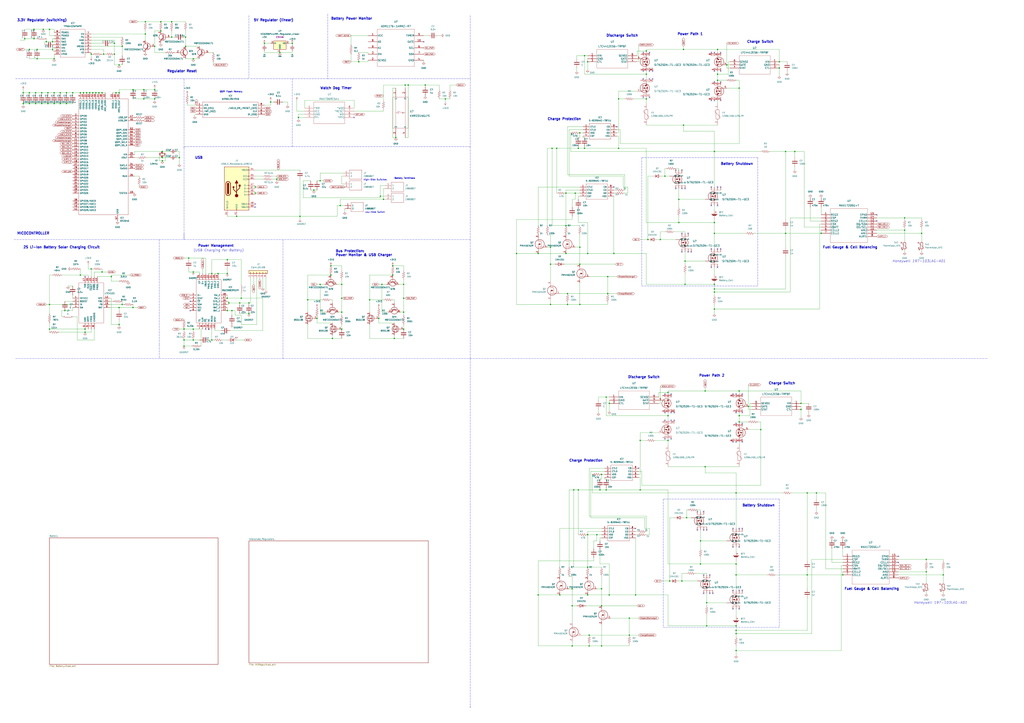
<source format=kicad_sch>
(kicad_sch (version 20211123) (generator eeschema)
  (paper "A1")
  (title_block (title "CubeSat EPS Board") (rev "V0"))
  (lib_symbols
    (symbol "1206L150{slash}12SLYR:1206L150_12SLYR" (pin_names (offset 0.762))
      (property "Reference" "F" (at 13.97 6.35 0))
      (property "Value" "1206L150_12SLYR" (at 13.97 3.81 0))
      (symbol "1206L150_12SLYR_0_0"
        (pin passive line (at 0 0 0) (length 5.08) (name "~") (number "1"))
        (pin passive line (at 17.78 0 180) (length 5.08) (name "~") (number "2"))
      )
    )
    (symbol "1206L500{slash}12SLPR:1206L500_12SLPR" (pin_names (offset 0.762))
      (property "Reference" "F" (at 13.97 6.35 0))
      (property "Value" "1206L500_12SLPR" (at 13.97 3.81 0))
      (symbol "1206L500_12SLPR_0_0"
        (pin passive line (at 0 0 0) (length 5.08) (name "~") (number "1"))
        (pin passive line (at 17.78 0 180) (length 5.08) (name "~") (number "2"))
      )
    )
    (symbol "1985807:1985807" (pin_names (offset 0.762))
      (property "Reference" "J" (at 16.51 7.62 0))
      (property "Value" "1985807" (at 16.51 5.08 0))
      (symbol "1985807_0_0"
        (pin passive line (at 0 0 0) (length 5.08) (name "1") (number "1"))
        (pin passive line (at 0 -2.54 0) (length 5.08) (name "2") (number "2"))
      )
    )
    (symbol "2022-03-31_06-47-44:MAX17205G+T" (pin_names (offset 0.254))
      (property "Reference" "U" (at 22.86 10.16 0))
      (property "Value" "MAX17205G+T" (at 22.86 7.62 0))
      (symbol "MAX17205G+T_1_1"
        (pin bidirectional line (at 0 0 0) (length 7.62) (name "REG3") (number "1"))
        (pin input line (at 45.72 -12.7 180) (length 7.62) (name "AIN2") (number "10"))
        (pin unspecified line (at 45.72 -10.16 180) (length 7.62) (name "OD/SCL") (number "11"))
        (pin unspecified line (at 45.72 -7.62 180) (length 7.62) (name "DQ/SDA") (number "12"))
        (pin unspecified line (at 45.72 -5.08 180) (length 7.62) (name "CELLX") (number "13"))
        (pin unspecified line (at 45.72 -2.54 180) (length 7.62) (name "THRM") (number "14"))
        (pin unspecified line (at 45.72 0 180) (length 7.62) (name "EPAD") (number "15"))
        (pin unspecified line (at 0 -2.54 0) (length 7.62) (name "CSP") (number "2"))
        (pin bidirectional line (at 0 -5.08 0) (length 7.62) (name "REG2") (number "3"))
        (pin unspecified line (at 0 -7.62 0) (length 7.62) (name "CSN") (number "4"))
        (pin unspecified line (at 0 -10.16 0) (length 7.62) (name "VBATT") (number "5"))
        (pin bidirectional line (at 0 -12.7 0) (length 7.62) (name "CELL2") (number "6"))
        (pin bidirectional line (at 0 -15.24 0) (length 7.62) (name "CELL1") (number "7"))
        (pin unspecified line (at 45.72 -17.78 180) (length 7.62) (name "ALRT1") (number "8"))
        (pin input line (at 45.72 -15.24 180) (length 7.62) (name "AIN1") (number "9"))
      )
    )
    (symbol "ADM1176-1ARMZ-R7:ADM1176-1ARMZ-R7" (pin_names (offset 0.254))
      (property "Reference" "U" (at 22.86 10.16 0))
      (property "Value" "ADM1176-1ARMZ-R7" (at 22.86 7.62 0))
      (symbol "ADM1176-1ARMZ-R7_1_1"
        (pin unspecified line (at 0 0 0) (length 7.62) (name "VCC") (number "1"))
        (pin unspecified line (at 45.72 -5.08 180) (length 7.62) (name "GATE") (number "10"))
        (pin unspecified line (at 0 -20.32 0) (length 7.62) (name "SENSE") (number "2"))
        (pin unspecified line (at 0 -15.24 0) (length 7.62) (name "ON") (number "3"))
        (pin unspecified line (at 45.72 -20.32 180) (length 7.62) (name "GND") (number "4"))
        (pin unspecified line (at 45.72 0 180) (length 7.62) (name "TIMER") (number "5"))
        (pin unspecified line (at 45.72 -10.16 180) (length 7.62) (name "SCL") (number "6"))
        (pin unspecified line (at 45.72 -15.24 180) (length 7.62) (name "SDA") (number "7"))
        (pin unspecified line (at 0 -5.08 0) (length 7.62) (name "A0") (number "8"))
        (pin unspecified line (at 0 -10.16 0) (length 7.62) (name "A1") (number "9"))
      )
    )
    (symbol "BQ25883RGER:BQ25883RGER" (pin_names (offset 0.762))
      (property "Reference" "IC" (at 26.67 17.78 0))
      (property "Value" "BQ25883RGER" (at 26.67 15.24 0))
      (symbol "BQ25883RGER_0_0"
        (pin passive line (at 0 0 0) (length 5.08) (name "D-") (number "1"))
        (pin no_connect line (at 15.24 -27.94 90) (length 5.08) (name "NC") (number "10"))
        (pin passive line (at 17.78 -27.94 90) (length 5.08) (name "REGN") (number "11"))
        (pin passive line (at 20.32 -27.94 90) (length 5.08) (name "BTST") (number "12"))
        (pin passive line (at 30.48 -12.7 180) (length 5.08) (name "BAT_1") (number "13"))
        (pin passive line (at 30.48 -10.16 180) (length 5.08) (name "BAT_2") (number "14"))
        (pin passive line (at 30.48 -7.62 180) (length 5.08) (name "SYS_1") (number "15"))
        (pin passive line (at 30.48 -5.08 180) (length 5.08) (name "SYS_2") (number "16"))
        (pin passive line (at 30.48 -2.54 180) (length 5.08) (name "SW_1") (number "17"))
        (pin passive line (at 30.48 0 180) (length 5.08) (name "SW_2") (number "18"))
        (pin passive line (at 22.86 17.78 270) (length 5.08) (name "GND_1") (number "19"))
        (pin passive line (at 0 -2.54 0) (length 5.08) (name "STAT") (number "2"))
        (pin passive line (at 20.32 17.78 270) (length 5.08) (name "GND_2") (number "20"))
        (pin passive line (at 17.78 17.78 270) (length 5.08) (name "PMID_1") (number "21"))
        (pin passive line (at 15.24 17.78 270) (length 5.08) (name "PMID_2") (number "22"))
        (pin passive line (at 12.7 17.78 270) (length 5.08) (name "VBUS") (number "23"))
        (pin passive line (at 10.16 17.78 270) (length 5.08) (name "D+") (number "24"))
        (pin passive line (at 7.62 17.78 270) (length 5.08) (name "EP") (number "25"))
        (pin passive line (at 0 -5.08 0) (length 5.08) (name "~{CE}") (number "3"))
        (pin passive line (at 0 -7.62 0) (length 5.08) (name "SDA") (number "4"))
        (pin passive line (at 0 -10.16 0) (length 5.08) (name "SCL") (number "5"))
        (pin passive line (at 0 -12.7 0) (length 5.08) (name "~{INT}") (number "6"))
        (pin passive line (at 7.62 -27.94 90) (length 5.08) (name "TS") (number "7"))
        (pin passive line (at 10.16 -27.94 90) (length 5.08) (name "ILIM") (number "8"))
        (pin passive line (at 12.7 -27.94 90) (length 5.08) (name "~{PG}") (number "9"))
      )
    )
    (symbol "Connector:USB_C_Receptacle_USB2.0" (pin_names (offset 1.016))
      (property "Reference" "J" (at -10.16 19.05 0))
      (property "Value" "USB_C_Receptacle_USB2.0" (at 19.05 19.05 0))
      (symbol "USB_C_Receptacle_USB2.0_1_1"
        (pin passive line (at 0 -22.86 90) (length 5.08) (name "GND") (number "A1"))
        (pin passive line (at 0 -22.86 90) (length 5.08) hide (name "GND") (number "A12"))
        (pin passive line (at 15.24 15.24 180) (length 5.08) (name "VBUS") (number "A4"))
        (pin bidirectional line (at 15.24 10.16 180) (length 5.08) (name "CC1") (number "A5"))
        (pin bidirectional line (at 15.24 -2.54 180) (length 5.08) (name "D+") (number "A6"))
        (pin bidirectional line (at 15.24 2.54 180) (length 5.08) (name "D-") (number "A7"))
        (pin bidirectional line (at 15.24 -12.7 180) (length 5.08) (name "SBU1") (number "A8"))
        (pin passive line (at 15.24 15.24 180) (length 5.08) hide (name "VBUS") (number "A9"))
        (pin passive line (at 0 -22.86 90) (length 5.08) hide (name "GND") (number "B1"))
        (pin passive line (at 0 -22.86 90) (length 5.08) hide (name "GND") (number "B12"))
        (pin passive line (at 15.24 15.24 180) (length 5.08) hide (name "VBUS") (number "B4"))
        (pin bidirectional line (at 15.24 7.62 180) (length 5.08) (name "CC2") (number "B5"))
        (pin bidirectional line (at 15.24 -5.08 180) (length 5.08) (name "D+") (number "B6"))
        (pin bidirectional line (at 15.24 0 180) (length 5.08) (name "D-") (number "B7"))
        (pin bidirectional line (at 15.24 -15.24 180) (length 5.08) (name "SBU2") (number "B8"))
        (pin passive line (at 15.24 15.24 180) (length 5.08) hide (name "VBUS") (number "B9"))
        (pin passive line (at -7.62 -22.86 90) (length 5.08) (name "SHIELD") (number "S1"))
      )
    )
    (symbol "Connector_Generic:Conn_01x06" (pin_names (offset 1.016) hide)
      (property "Reference" "J" (at 0 7.62 0))
      (property "Value" "Conn_01x06" (at 0 -10.16 0))
      (symbol "Conn_01x06_1_1"
        (pin passive line (at -5.08 5.08 0) (length 3.81) (name "Pin_1") (number "1"))
        (pin passive line (at -5.08 2.54 0) (length 3.81) (name "Pin_2") (number "2"))
        (pin passive line (at -5.08 0 0) (length 3.81) (name "Pin_3") (number "3"))
        (pin passive line (at -5.08 -2.54 0) (length 3.81) (name "Pin_4") (number "4"))
        (pin passive line (at -5.08 -5.08 0) (length 3.81) (name "Pin_5") (number "5"))
        (pin passive line (at -5.08 -7.62 0) (length 3.81) (name "Pin_6") (number "6"))
      )
    )
    (symbol "Device:Battery_Cell" (pin_numbers hide) (pin_names (offset 0) hide)
      (property "Reference" "BT" (at 2.54 2.54 0))
      (property "Value" "Battery_Cell" (at 2.54 0 0))
      (symbol "Battery_Cell_1_1"
        (pin passive line (at 0 5.08 270) (length 2.54) (name "+") (number "1"))
        (pin passive line (at 0 -2.54 90) (length 2.54) (name "-") (number "2"))
      )
    )
    (symbol "Device:C" (pin_numbers hide) (pin_names (offset 0.254))
      (property "Reference" "C" (at 0.635 2.54 0))
      (property "Value" "C" (at 0.635 -2.54 0))
      (symbol "C_1_1"
        (pin passive line (at 0 3.81 270) (length 2.794) (name "~") (number "1"))
        (pin passive line (at 0 -3.81 90) (length 2.794) (name "~") (number "2"))
      )
    )
    (symbol "Device:C_Small" (pin_numbers hide) (pin_names (offset 0.254) hide)
      (property "Reference" "C" (at 0.254 1.778 0))
      (property "Value" "C_Small" (at 0.254 -2.032 0))
      (symbol "C_Small_1_1"
        (pin passive line (at 0 2.54 270) (length 2.032) (name "~") (number "1"))
        (pin passive line (at 0 -2.54 90) (length 2.032) (name "~") (number "2"))
      )
    )
    (symbol "Device:Crystal_GND24_Small" (pin_names (offset 1.016) hide)
      (property "Reference" "Y" (at 1.27 4.445 0))
      (property "Value" "Crystal_GND24_Small" (at 1.27 2.54 0))
      (symbol "Crystal_GND24_Small_1_1"
        (pin passive line (at -2.54 0 0) (length 1.27) (name "1") (number "1"))
        (pin passive line (at 0 -2.54 90) (length 0.635) (name "2") (number "2"))
        (pin passive line (at 2.54 0 180) (length 1.27) (name "3") (number "3"))
        (pin passive line (at 0 2.54 270) (length 0.635) (name "4") (number "4"))
      )
    )
    (symbol "Device:L" (pin_numbers hide) (pin_names (offset 1.016) hide)
      (property "Reference" "L" (at -1.27 0 90))
      (property "Value" "L" (at 1.905 0 90))
      (symbol "L_1_1"
        (pin passive line (at 0 3.81 270) (length 1.27) (name "1") (number "1"))
        (pin passive line (at 0 -3.81 90) (length 1.27) (name "2") (number "2"))
      )
    )
    (symbol "Device:LED" (pin_numbers hide) (pin_names (offset 1.016) hide)
      (property "Reference" "D" (at 0 2.54 0))
      (property "Value" "LED" (at 0 -2.54 0))
      (symbol "LED_1_1"
        (pin passive line (at -3.81 0 0) (length 2.54) (name "K") (number "1"))
        (pin passive line (at 3.81 0 180) (length 2.54) (name "A") (number "2"))
      )
    )
    (symbol "Device:R_US" (pin_numbers hide) (pin_names (offset 0))
      (property "Reference" "R" (at 2.54 0 90))
      (property "Value" "R_US" (at -2.54 0 90))
      (symbol "R_US_1_1"
        (pin passive line (at 0 3.81 270) (length 1.27) (name "~") (number "1"))
        (pin passive line (at 0 -3.81 90) (length 1.27) (name "~") (number "2"))
      )
    )
    (symbol "Device:Thermistor_NTC" (pin_numbers hide) (pin_names (offset 0))
      (property "Reference" "TH" (at -4.445 0 90))
      (property "Value" "Thermistor_NTC" (at 3.175 0 90))
      (symbol "Thermistor_NTC_1_1"
        (pin passive line (at 0 3.81 270) (length 1.27) (name "~") (number "1"))
        (pin passive line (at 0 -3.81 90) (length 1.27) (name "~") (number "2"))
      )
    )
    (symbol "Diode:1N4151" (pin_numbers hide) (pin_names (offset 1.016) hide)
      (property "Reference" "D" (at 0 2.54 0))
      (property "Value" "1N4151" (at 0 -2.54 0))
      (symbol "1N4151_1_1"
        (pin passive line (at -3.81 0 0) (length 2.54) (name "K") (number "1"))
        (pin passive line (at 3.81 0 180) (length 2.54) (name "A") (number "2"))
      )
    )
    (symbol "KMR231NG LFS:KMR231NGLFS" (pin_names (offset 0.254))
      (property "Reference" "U" (at 20.32 7.62 0))
      (property "Value" "KMR231NGLFS" (at 20.32 5.08 0))
      (symbol "KMR231NGLFS_1_1"
        (pin unspecified line (at 0 0 0) (length 7.62) (name "1") (number "1"))
        (pin unspecified line (at 0 -7.62 0) (length 7.62) (name "2") (number "2"))
        (pin unspecified line (at 40.64 0 180) (length 7.62) (name "3") (number "3"))
        (pin unspecified line (at 40.64 -7.62 180) (length 7.62) (name "4") (number "4"))
      )
    )
    (symbol "LTC4121:LTC4121" (pin_names (offset 0.762))
      (property "Reference" "IC" (at 26.67 17.78 0))
      (property "Value" "LTC4121" (at 26.67 15.24 0))
      (symbol "LTC4121_0_0"
        (pin power_in line (at 0 0 0) (length 5.08) (name "INTVCC") (number "1"))
        (pin passive line (at 30.48 -5.08 180) (length 5.08) (name "FB") (number "10"))
        (pin passive line (at 30.48 -2.54 180) (length 5.08) (name "FBG") (number "11"))
        (pin passive line (at 30.48 0 180) (length 5.08) (name "NTC") (number "12"))
        (pin passive line (at 20.32 17.78 270) (length 5.08) (name "PROG") (number "13"))
        (pin passive line (at 17.78 17.78 270) (length 5.08) (name "~{CHRG}") (number "14"))
        (pin passive line (at 15.24 17.78 270) (length 5.08) (name "~{FAULT}") (number "15"))
        (pin passive line (at 12.7 17.78 270) (length 5.08) (name "RUN") (number "16"))
        (pin passive line (at 10.16 17.78 270) (length 5.08) (name "TAB") (number "17"))
        (pin passive line (at 0 -2.54 0) (length 5.08) (name "BOOST") (number "2"))
        (pin input line (at 0 -5.08 0) (length 5.08) (name "IN") (number "3"))
        (pin passive line (at 0 -7.62 0) (length 5.08) (name "SW") (number "4"))
        (pin power_in line (at 10.16 -25.4 90) (length 5.08) (name "GND") (number "5"))
        (pin passive line (at 12.7 -25.4 90) (length 5.08) (name "MPPT") (number "6"))
        (pin passive line (at 15.24 -25.4 90) (length 5.08) (name "FREQ") (number "7"))
        (pin passive line (at 17.78 -25.4 90) (length 5.08) (name "CHGSNS") (number "8"))
        (pin passive line (at 30.48 -7.62 180) (length 5.08) (name "BAT") (number "9"))
      )
    )
    (symbol "LTC4412ES6#TRPBF:LTC4412ES6-TRPBF" (pin_names (offset 0.254))
      (property "Reference" "U" (at 20.32 10.16 0))
      (property "Value" "LTC4412ES6-TRPBF" (at 20.32 7.62 0))
      (symbol "LTC4412ES6-TRPBF_1_1"
        (pin unspecified line (at 0 0 0) (length 7.62) (name "VIN") (number "1"))
        (pin unspecified line (at 0 -2.54 0) (length 7.62) (name "GND") (number "2"))
        (pin unspecified line (at 0 -5.08 0) (length 7.62) (name "CTL") (number "3"))
        (pin unspecified line (at 40.64 -5.08 180) (length 7.62) (name "STAT") (number "4"))
        (pin unspecified line (at 40.64 -2.54 180) (length 7.62) (name "GATE") (number "5"))
        (pin unspecified line (at 40.64 0 180) (length 7.62) (name "SENSE") (number "6"))
      )
    )
    (symbol "MAX706RESA+:MAX706RESA+" (pin_names (offset 0.254))
      (property "Reference" "U" (at 20.32 10.16 0))
      (property "Value" "MAX706RESA+" (at 20.32 7.62 0))
      (symbol "MAX706RESA+_1_1"
        (pin input line (at 0 0 0) (length 7.62) (name "*MR") (number "1"))
        (pin power_in line (at 0 -2.54 0) (length 7.62) (name "VCC") (number "2"))
        (pin power_in line (at 0 -5.08 0) (length 7.62) (name "GND") (number "3"))
        (pin input line (at 0 -7.62 0) (length 7.62) (name "PFI") (number "4"))
        (pin output line (at 40.64 -7.62 180) (length 7.62) (name "*PFO") (number "5"))
        (pin input line (at 40.64 -5.08 180) (length 7.62) (name "WDI") (number "6"))
        (pin output line (at 40.64 -2.54 180) (length 7.62) (name "*RESET") (number "7"))
        (pin output line (at 40.64 0 180) (length 7.62) (name "*WDO") (number "8"))
      )
    )
    (symbol "PMV45EN2R:PMV45EN2R" (pin_names (offset 0.762))
      (property "Reference" "Q" (at 11.43 3.81 0))
      (property "Value" "PMV45EN2R" (at 11.43 1.27 0))
      (symbol "PMV45EN2R_0_0"
        (pin passive line (at 0 0 0) (length 2.54) (name "~") (number "1"))
        (pin passive line (at 7.62 -5.08 90) (length 2.54) (name "~") (number "2"))
        (pin passive line (at 7.62 10.16 270) (length 2.54) (name "~") (number "3"))
      )
    )
    (symbol "RP2040_1" (pin_names (offset 0.762))
      (property "Reference" "IC" (at 29.21 29.21 0))
      (property "Value" "RP2040_1" (at 29.21 26.67 0))
      (symbol "RP2040_1_0_0"
        (pin passive line (at 6.35 22.86 270) (length 5.08) (name "IOVDD_1") (number "1"))
        (pin passive line (at 8.89 22.86 270) (length 5.08) (name "IOVDD_2") (number "10"))
        (pin passive line (at 0 -16.51 0) (length 5.08) (name "GPIO8") (number "11"))
        (pin passive line (at 0 -19.05 0) (length 5.08) (name "GPIO9") (number "12"))
        (pin passive line (at 0 -21.59 0) (length 5.08) (name "GPIO10") (number "13"))
        (pin passive line (at 0 -24.13 0) (length 5.08) (name "GPIO11") (number "14"))
        (pin passive line (at 0 -26.67 0) (length 5.08) (name "GPIO12") (number "15"))
        (pin passive line (at 0 -29.21 0) (length 5.08) (name "GPIO13") (number "16"))
        (pin passive line (at 0 -31.75 0) (length 5.08) (name "GPIO14") (number "17"))
        (pin passive line (at 0 -34.29 0) (length 5.08) (name "GPIO15") (number "18"))
        (pin passive line (at 50.8 -59.69 180) (length 5.08) (name "TESTEN") (number "19"))
        (pin passive line (at 0 3.81 0) (length 5.08) (name "GPIO0") (number "2"))
        (pin passive line (at 50.8 -27.94 180) (length 5.08) (name "XIN") (number "20"))
        (pin passive line (at 50.8 -30.48 180) (length 5.08) (name "XOUT") (number "21"))
        (pin passive line (at 11.43 22.86 270) (length 5.08) (name "IOVDD_3") (number "22"))
        (pin passive line (at 33.02 22.86 270) (length 5.08) (name "DVDD_1") (number "23"))
        (pin passive line (at 50.8 -36.83 180) (length 5.08) (name "SWCLK") (number "24"))
        (pin passive line (at 50.8 -39.37 180) (length 5.08) (name "SWDIO") (number "25"))
        (pin passive line (at 50.8 -45.72 180) (length 5.08) (name "RUN") (number "26"))
        (pin passive line (at 0 -36.83 0) (length 5.08) (name "GPIO16") (number "27"))
        (pin passive line (at 0 -39.37 0) (length 5.08) (name "GPIO17") (number "28"))
        (pin passive line (at 0 -41.91 0) (length 5.08) (name "GPIO18") (number "29"))
        (pin passive line (at 0 1.27 0) (length 5.08) (name "GPIO1") (number "3"))
        (pin passive line (at 0 -44.45 0) (length 5.08) (name "GPIO19") (number "30"))
        (pin passive line (at 0 -46.99 0) (length 5.08) (name "GPIO20") (number "31"))
        (pin passive line (at 0 -49.53 0) (length 5.08) (name "GPIO21") (number "32"))
        (pin passive line (at 13.97 22.86 270) (length 5.08) (name "IOVDD_4") (number "33"))
        (pin passive line (at 0 -52.07 0) (length 5.08) (name "GPIO22") (number "34"))
        (pin passive line (at 0 -54.61 0) (length 5.08) (name "GPIO23") (number "35"))
        (pin passive line (at 0 -57.15 0) (length 5.08) (name "GPIO24") (number "36"))
        (pin passive line (at 0 -59.69 0) (length 5.08) (name "GPIO25") (number "37"))
        (pin passive line (at 0 -66.04 0) (length 5.08) (name "GPIO26/ADC0") (number "38"))
        (pin passive line (at 0 -68.58 0) (length 5.08) (name "GPIO27/ADC1") (number "39"))
        (pin passive line (at 0 -1.27 0) (length 5.08) (name "GPIO2") (number "4"))
        (pin passive line (at 0 -71.12 0) (length 5.08) (name "GPIO28/ADC2") (number "40"))
        (pin passive line (at 0 -73.66 0) (length 5.08) (name "GPIO29/ADC3") (number "41"))
        (pin passive line (at 16.51 22.86 270) (length 5.08) (name "IOVDD_5") (number "42"))
        (pin passive line (at 26.67 22.86 270) (length 5.08) (name "ADC_AVDD") (number "43"))
        (pin passive line (at 21.59 22.86 270) (length 5.08) (name "VREG_VIN") (number "44"))
        (pin passive line (at 38.1 22.86 270) (length 5.08) (name "VREG_VOUT") (number "45"))
        (pin passive line (at 50.8 0 180) (length 5.08) (name "USB_DM") (number "46"))
        (pin passive line (at 50.8 2.54 180) (length 5.08) (name "USB_DP") (number "47"))
        (pin passive line (at 24.13 22.86 270) (length 5.08) (name "USB_VDD") (number "48"))
        (pin passive line (at 19.05 22.86 270) (length 5.08) (name "IOVDD_6") (number "49"))
        (pin passive line (at 0 -3.81 0) (length 5.08) (name "GPIO3") (number "5"))
        (pin passive line (at 35.56 22.86 270) (length 5.08) (name "DVDD_2") (number "50"))
        (pin passive line (at 50.8 -15.24 180) (length 5.08) (name "QSPI_SD3") (number "51"))
        (pin passive line (at 50.8 -17.78 180) (length 5.08) (name "QSPI_SCLK") (number "52"))
        (pin passive line (at 50.8 -7.62 180) (length 5.08) (name "QSPI_SD0") (number "53"))
        (pin passive line (at 50.8 -12.7 180) (length 5.08) (name "QSPI_SD2") (number "54"))
        (pin passive line (at 50.8 -10.16 180) (length 5.08) (name "QSPI_SD1") (number "55"))
        (pin passive line (at 50.8 -20.32 180) (length 5.08) (name "QSPI_SS_N") (number "56"))
        (pin passive line (at 36.83 -82.55 90) (length 5.08) (name "GND") (number "57"))
        (pin passive line (at 0 -6.35 0) (length 5.08) (name "GPIO4") (number "6"))
        (pin passive line (at 0 -8.89 0) (length 5.08) (name "GPIO5") (number "7"))
        (pin passive line (at 0 -11.43 0) (length 5.08) (name "GPIO6") (number "8"))
        (pin passive line (at 0 -13.97 0) (length 5.08) (name "GPIO7") (number "9"))
      )
    )
    (symbol "S-8209AAC-T8T1U:S-8209AAC-T8T1U" (pin_names (offset 0.762))
      (property "Reference" "IC" (at 24.13 7.62 0))
      (property "Value" "S-8209AAC-T8T1U" (at 24.13 5.08 0))
      (symbol "S-8209AAC-T8T1U_0_0"
        (pin passive line (at 0 0 0) (length 5.08) (name "CTLC") (number "1"))
        (pin passive line (at 0 -2.54 0) (length 5.08) (name "CTLD") (number "2"))
        (pin passive line (at 0 -5.08 0) (length 5.08) (name "VDD") (number "3"))
        (pin passive line (at 0 -7.62 0) (length 5.08) (name "CDT") (number "4"))
        (pin passive line (at 27.94 -7.62 180) (length 5.08) (name "VSS") (number "5"))
        (pin passive line (at 27.94 -5.08 180) (length 5.08) (name "DO") (number "6"))
        (pin passive line (at 27.94 -2.54 180) (length 5.08) (name "CO") (number "7"))
        (pin passive line (at 27.94 0 180) (length 5.08) (name "CB") (number "8"))
      )
    )
    (symbol "SI7625DN-T1-GE3:SI7625DN-T1-GE3" (pin_names (offset 1.524) hide)
      (property "Reference" "U" (at 11.43 -0.635 0))
      (property "Value" "SI7625DN-T1-GE3" (at 11.43 -7.62 0))
      (symbol "SI7625DN-T1-GE3_1_1"
        (pin unspecified line (at 5.08 5.08 270) (length 2.54) (name "S") (number "1"))
        (pin unspecified line (at 7.62 5.08 270) (length 2.54) (name "S") (number "2"))
        (pin unspecified line (at 10.16 5.08 270) (length 2.54) (name "S") (number "3"))
        (pin unspecified line (at 0 0 0) (length 2.54) (name "G") (number "4"))
        (pin unspecified line (at 5.08 -10.16 90) (length 2.54) (name "D") (number "5"))
        (pin unspecified line (at 7.62 -10.16 90) (length 2.54) (name "D") (number "6"))
        (pin unspecified line (at 10.16 -10.16 90) (length 2.54) (name "D") (number "7"))
        (pin unspecified line (at 12.7 -10.16 90) (length 2.54) (name "D") (number "8"))
      )
    )
    (symbol "SI7625DN-T1-GE3_1" (pin_names (offset 1.524) hide)
      (property "Reference" "U" (at 11.43 -0.635 0))
      (property "Value" "SI7625DN-T1-GE3_1" (at 11.43 -7.62 0))
      (symbol "SI7625DN-T1-GE3_1_1_1"
        (pin unspecified line (at 5.08 5.08 270) (length 2.54) (name "S") (number "1"))
        (pin unspecified line (at 7.62 5.08 270) (length 2.54) (name "S") (number "2"))
        (pin unspecified line (at 10.16 5.08 270) (length 2.54) (name "S") (number "3"))
        (pin unspecified line (at 0 0 0) (length 2.54) (name "G") (number "4"))
        (pin unspecified line (at 5.08 -10.16 90) (length 2.54) (name "D") (number "5"))
        (pin unspecified line (at 7.62 -10.16 90) (length 2.54) (name "D") (number "6"))
        (pin unspecified line (at 10.16 -10.16 90) (length 2.54) (name "D") (number "7"))
        (pin unspecified line (at 12.7 -10.16 90) (length 2.54) (name "D") (number "8"))
      )
    )
    (symbol "SI7625DN-T1-GE3_2" (pin_names (offset 1.524) hide)
      (property "Reference" "U" (at 11.43 -0.635 0))
      (property "Value" "SI7625DN-T1-GE3_2" (at 11.43 -7.62 0))
      (symbol "SI7625DN-T1-GE3_2_1_1"
        (pin unspecified line (at 5.08 5.08 270) (length 2.54) (name "S") (number "1"))
        (pin unspecified line (at 7.62 5.08 270) (length 2.54) (name "S") (number "2"))
        (pin unspecified line (at 10.16 5.08 270) (length 2.54) (name "S") (number "3"))
        (pin unspecified line (at 0 0 0) (length 2.54) (name "G") (number "4"))
        (pin unspecified line (at 5.08 -10.16 90) (length 2.54) (name "D") (number "5"))
        (pin unspecified line (at 7.62 -10.16 90) (length 2.54) (name "D") (number "6"))
        (pin unspecified line (at 10.16 -10.16 90) (length 2.54) (name "D") (number "7"))
        (pin unspecified line (at 12.7 -10.16 90) (length 2.54) (name "D") (number "8"))
      )
    )
    (symbol "SI7625DN-T1-GE3_3" (pin_names (offset 1.524) hide)
      (property "Reference" "U" (at 11.43 -0.635 0))
      (property "Value" "SI7625DN-T1-GE3_3" (at 11.43 -7.62 0))
      (symbol "SI7625DN-T1-GE3_3_1_1"
        (pin unspecified line (at 5.08 5.08 270) (length 2.54) (name "S") (number "1"))
        (pin unspecified line (at 7.62 5.08 270) (length 2.54) (name "S") (number "2"))
        (pin unspecified line (at 10.16 5.08 270) (length 2.54) (name "S") (number "3"))
        (pin unspecified line (at 0 0 0) (length 2.54) (name "G") (number "4"))
        (pin unspecified line (at 5.08 -10.16 90) (length 2.54) (name "D") (number "5"))
        (pin unspecified line (at 7.62 -10.16 90) (length 2.54) (name "D") (number "6"))
        (pin unspecified line (at 10.16 -10.16 90) (length 2.54) (name "D") (number "7"))
        (pin unspecified line (at 12.7 -10.16 90) (length 2.54) (name "D") (number "8"))
      )
    )
    (symbol "SI7625DN-T1-GE3_4" (pin_numbers hide) (pin_names (offset 1.524))
      (property "Reference" "U" (at 11.43 -0.635 0))
      (property "Value" "SI7625DN-T1-GE3_4" (at 11.43 -7.62 0))
      (symbol "SI7625DN-T1-GE3_4_1_1"
        (pin unspecified line (at 5.08 5.08 270) (length 2.54) (name "S") (number "1"))
        (pin unspecified line (at 7.62 5.08 270) (length 2.54) (name "S") (number "2"))
        (pin unspecified line (at 10.16 5.08 270) (length 2.54) (name "S") (number "3"))
        (pin unspecified line (at 0 0 0) (length 2.54) (name "G") (number "4"))
        (pin unspecified line (at 5.08 -10.16 90) (length 2.54) (name "D") (number "5"))
        (pin unspecified line (at 7.62 -10.16 90) (length 2.54) (name "D") (number "6"))
        (pin unspecified line (at 10.16 -10.16 90) (length 2.54) (name "D") (number "7"))
        (pin unspecified line (at 12.7 -10.16 90) (length 2.54) (name "D") (number "8"))
      )
    )
    (symbol "SI7625DN-T1-GE3_5" (pin_numbers hide) (pin_names (offset 1.524))
      (property "Reference" "U" (at 11.43 -0.635 0))
      (property "Value" "SI7625DN-T1-GE3_5" (at 11.43 -7.62 0))
      (symbol "SI7625DN-T1-GE3_5_1_1"
        (pin unspecified line (at 5.08 5.08 270) (length 2.54) (name "S") (number "1"))
        (pin unspecified line (at 7.62 5.08 270) (length 2.54) (name "S") (number "2"))
        (pin unspecified line (at 10.16 5.08 270) (length 2.54) (name "S") (number "3"))
        (pin unspecified line (at 0 0 0) (length 2.54) (name "G") (number "4"))
        (pin unspecified line (at 5.08 -10.16 90) (length 2.54) (name "D") (number "5"))
        (pin unspecified line (at 7.62 -10.16 90) (length 2.54) (name "D") (number "6"))
        (pin unspecified line (at 10.16 -10.16 90) (length 2.54) (name "D") (number "7"))
        (pin unspecified line (at 12.7 -10.16 90) (length 2.54) (name "D") (number "8"))
      )
    )
    (symbol "TPS54226PWPR_1" (pin_names (offset 0.762))
      (property "Reference" "IC" (at 26.67 7.62 0))
      (property "Value" "TPS54226PWPR_1" (at 26.67 5.08 0))
      (symbol "TPS54226PWPR_1_0_0"
        (pin passive line (at 30.48 -16.51 180) (length 5.08) (name "VO") (number "1"))
        (pin passive line (at 0 -5.08 0) (length 5.08) (name "SW1") (number "10"))
        (pin passive line (at 0 -7.62 0) (length 5.08) (name "SW2") (number "11"))
        (pin passive line (at 0 -10.16 0) (length 5.08) (name "VBST") (number "12"))
        (pin passive line (at 0 -12.7 0) (length 5.08) (name "VIN") (number "13"))
        (pin passive line (at 0 -15.24 0) (length 5.08) (name "VCC") (number "14"))
        (pin passive line (at 0 -17.78 0) (length 5.08) (name "EPAD") (number "15"))
        (pin passive line (at 30.48 -13.97 180) (length 5.08) (name "VFB") (number "2"))
        (pin passive line (at 30.48 -11.43 180) (length 5.08) (name "VREG5") (number "3"))
        (pin passive line (at 30.48 -8.89 180) (length 5.08) (name "SS") (number "4"))
        (pin passive line (at 30.48 -6.35 180) (length 5.08) (name "GND") (number "5"))
        (pin passive line (at 30.48 -3.81 180) (length 5.08) (name "PG") (number "6"))
        (pin passive line (at 30.48 -1.27 180) (length 5.08) (name "EN") (number "7"))
        (pin passive line (at 0 0 0) (length 5.08) (name "PGND1") (number "8"))
        (pin passive line (at 0 -2.54 0) (length 5.08) (name "PGND2") (number "9"))
      )
    )
    (symbol "Transistor_BJT:MBT2222ADW1T1" (pin_names (offset 0) hide)
      (property "Reference" "Q" (at 5.08 1.27 0))
      (property "Value" "MBT2222ADW1T1" (at 5.08 -1.27 0))
      (symbol "MBT2222ADW1T1_1_1"
        (pin passive line (at 2.54 -5.08 90) (length 2.54) (name "E1") (number "1"))
        (pin input line (at -5.08 0 0) (length 2.54) (name "B1") (number "2"))
        (pin passive line (at 2.54 5.08 270) (length 2.54) (name "C1") (number "6"))
      )
      (symbol "MBT2222ADW1T1_2_1"
        (pin passive line (at 2.54 5.08 270) (length 2.54) (name "C2") (number "3"))
        (pin passive line (at 2.54 -5.08 90) (length 2.54) (name "E2") (number "4"))
        (pin input line (at -5.08 0 0) (length 2.54) (name "B2") (number "5"))
      )
    )
    (symbol "Transistor_FET:BSS138" (pin_names hide)
      (property "Reference" "Q" (at 5.08 1.905 0))
      (property "Value" "BSS138" (at 5.08 0 0))
      (symbol "BSS138_1_1"
        (pin input line (at -5.08 0 0) (length 2.54) (name "G") (number "1"))
        (pin passive line (at 2.54 -5.08 90) (length 2.54) (name "S") (number "2"))
        (pin passive line (at 2.54 5.08 270) (length 2.54) (name "D") (number "3"))
      )
    )
    (symbol "W25Q128JVSIQ:W25Q128JVSIQ" (pin_names (offset 0.762))
      (property "Reference" "IC" (at 52.07 7.62 0))
      (property "Value" "W25Q128JVSIQ" (at 52.07 5.08 0))
      (symbol "W25Q128JVSIQ_0_0"
        (pin passive line (at 0 0 0) (length 5.08) (name "/CS") (number "1"))
        (pin passive line (at 0 -2.54 0) (length 5.08) (name "DO_(IO1)") (number "2"))
        (pin passive line (at 0 -5.08 0) (length 5.08) (name "/WP_(IO2)") (number "3"))
        (pin passive line (at 0 -7.62 0) (length 5.08) (name "GND") (number "4"))
        (pin passive line (at 55.88 -7.62 180) (length 5.08) (name "DI_(IO0)") (number "5"))
        (pin passive line (at 55.88 -5.08 180) (length 5.08) (name "CLK") (number "6"))
        (pin passive line (at 55.88 -2.54 180) (length 5.08) (name "/HOLD_OR_/RESET_(IO3)") (number "7"))
        (pin passive line (at 55.88 0 180) (length 5.08) (name "VCC") (number "8"))
      )
    )
    (symbol "kicad-keyboard-parts:XC6206PxxxMR-Regulator_Linear" (pin_names (offset 0.254))
      (property "Reference" "U" (at -3.81 3.175 0))
      (property "Value" "XC6206PxxxMR-Regulator_Linear" (at 0 3.175 0))
      (property "LCSC" "C5446" (at 0 0 0))
      (symbol "XC6206PxxxMR-Regulator_Linear_1_1"
        (pin power_in line (at 0 -7.62 90) (length 2.54) (name "GND") (number "1"))
        (pin power_out line (at 7.62 0 180) (length 2.54) (name "VO") (number "2"))
        (pin power_in line (at -7.62 0 0) (length 2.54) (name "VI") (number "3"))
      )
    )
    (symbol "power:+1V1" (power) (pin_names (offset 0))
      (property "Value" "+1V1" (at 0 3.556 0))
      (symbol "+1V1_1_1"
        (pin power_in line (at 0 0 90) (length 0) hide (name "+1V1") (number "1"))
      )
    )
    (symbol "power:+3.3V" (power) (pin_names (offset 0))
      (property "Value" "+3.3V" (at 0 3.556 0))
      (symbol "+3.3V_1_1"
        (pin power_in line (at 0 0 90) (length 0) hide (name "+3V3") (number "1"))
      )
    )
    (symbol "power:+5V" (power) (pin_names (offset 0))
      (property "Value" "+5V" (at 0 3.556 0))
      (symbol "+5V_1_1"
        (pin power_in line (at 0 0 90) (length 0) hide (name "+5V") (number "1"))
      )
    )
    (symbol "power:GND" (power) (pin_names (offset 0))
      (property "Value" "GND" (at 0 -3.81 0))
      (symbol "GND_1_1"
        (pin power_in line (at 0 0 270) (length 0) hide (name "GND") (number "1"))
      )
    )
    (symbol "power:GNDREF" (power) (pin_names (offset 0))
      (property "Value" "GNDREF" (at 0 -3.81 0))
      (symbol "GNDREF_1_1"
        (pin power_in line (at 0 0 270) (length 0) hide (name "GNDREF") (number "1"))
      )
    )
  )
  (junction (at 186.69 213.36))
  (junction (at 335.28 69.85))
  (junction (at 73.66 76.2))
  (junction (at 279.4 168.91))
  (junction (at 424.18 208.28))
  (junction (at 97.79 53.34))
  (junction (at 204.47 248.92))
  (junction (at 69.85 273.05))
  (junction (at 246.38 177.8))
  (junction (at 43.18 34.29))
  (junction (at 147.32 129.54))
  (junction (at 494.03 497.84))
  (junction (at 24.13 85.09))
  (junction (at 109.22 252.73))
  (junction (at 530.86 60.96))
  (junction (at 27.94 31.75))
  (junction (at 260.35 261.62))
  (junction (at 240.03 35.56) (diameter 0.9144))
  (junction (at 85.09 44.45))
  (junction (at 586.74 233.68))
  (junction (at 78.74 76.2))
  (junction (at 604.52 534.67))
  (junction (at 29.21 76.2))
  (junction (at 692.15 472.44))
  (junction (at 497.84 326.39))
  (junction (at 494.03 530.86))
  (junction (at 196.85 248.92))
  (junction (at 38.1 34.29))
  (junction (at 69.85 270.51))
  (junction (at 35.56 24.13))
  (junction (at 657.86 336.55))
  (junction (at 589.28 66.04))
  (junction (at 674.37 191.77))
  (junction (at 640.08 50.8))
  (junction (at 525.78 402.59))
  (junction (at 97.79 76.2))
  (junction (at 24.13 40.64))
  (junction (at 30.48 40.64))
  (junction (at 466.09 241.3))
  (junction (at 494.03 483.87))
  (junction (at 127 81.28))
  (junction (at 100.33 38.1))
  (junction (at 20.32 31.75))
  (junction (at 54.61 76.2))
  (junction (at 323.85 278.13))
  (junction (at 464.82 158.75))
  (junction (at 607.06 346.71))
  (junction (at 198.12 245.11))
  (junction (at 476.25 109.22))
  (junction (at 280.67 270.51))
  (junction (at 154.94 212.09))
  (junction (at 313.69 233.68))
  (junction (at 39.37 76.2))
  (junction (at 604.52 520.7))
  (junction (at 516.89 508))
  (junction (at 190.5 255.27))
  (junction (at 466.09 250.19))
  (junction (at 331.47 270.51))
  (junction (at 596.9 53.34))
  (junction (at 59.69 76.2))
  (junction (at 152.4 38.1))
  (junction (at 209.55 158.75))
  (junction (at 349.25 69.85))
  (junction (at 74.93 44.45))
  (junction (at 580.39 495.3))
  (junction (at 542.29 196.85))
  (junction (at 109.22 73.66))
  (junction (at 453.39 121.92))
  (junction (at 563.88 425.45))
  (junction (at 521.97 488.95))
  (junction (at 245.11 96.52))
  (junction (at 662.94 472.44))
  (junction (at 645.16 124.46))
  (junction (at 280.67 256.54))
  (junction (at 280.67 245.11))
  (junction (at 464.82 208.28))
  (junction (at 657.86 331.47))
  (junction (at 217.17 35.56) (diameter 0.9144))
  (junction (at 187.96 248.92))
  (junction (at 30.48 48.26))
  (junction (at 525.78 361.95))
  (junction (at 604.52 463.55))
  (junction (at 44.45 76.2))
  (junction (at 331.47 233.68))
  (junction (at 586.74 240.03))
  (junction (at 482.6 466.09))
  (junction (at 589.28 60.96))
  (junction (at 81.28 76.2))
  (junction (at 586.74 182.88))
  (junction (at 742.95 179.07))
  (junction (at 469.9 483.87))
  (junction (at 469.9 497.84))
  (junction (at 39.37 85.09))
  (junction (at 252.73 246.38))
  (junction (at 500.38 488.95))
  (junction (at 24.13 76.2))
  (junction (at 44.45 85.09))
  (junction (at 314.96 163.83))
  (junction (at 604.52 518.16))
  (junction (at 74.93 220.98))
  (junction (at 151.13 284.48))
  (junction (at 119.38 27.94))
  (junction (at 441.96 488.95))
  (junction (at 604.52 514.35))
  (junction (at 97.79 252.73))
  (junction (at 562.61 214.63))
  (junction (at 561.34 40.64))
  (junction (at 482.6 208.28))
  (junction (at 548.64 322.58))
  (junction (at 452.12 217.17))
  (junction (at 548.64 361.95))
  (junction (at 133.35 124.46))
  (junction (at 40.64 270.51))
  (junction (at 280.67 233.68))
  (junction (at 262.89 233.68))
  (junction (at 546.1 144.78))
  (junction (at 173.99 279.4))
  (junction (at 497.84 402.59))
  (junction (at 204.47 257.81))
  (junction (at 607.06 321.31))
  (junction (at 549.91 477.52))
  (junction (at 452.12 203.2))
  (junction (at 562.61 233.68))
  (junction (at 151.13 279.4))
  (junction (at 614.68 334.01))
  (junction (at 158.75 223.52))
  (junction (at 474.98 402.59))
  (junction (at 589.28 40.64))
  (junction (at 209.55 153.67))
  (junction (at 575.31 463.55))
  (junction (at 586.74 191.77))
  (junction (at 133.35 132.08))
  (junction (at 303.53 246.38))
  (junction (at 331.47 256.54))
  (junction (at 158.75 48.26))
  (junction (at 464.82 185.42))
  (junction (at 49.53 85.09))
  (junction (at 273.05 278.13))
  (junction (at 27.94 24.13))
  (junction (at 132.08 25.4))
  (junction (at 325.12 113.03))
  (junction (at 257.81 156.21))
  (junction (at 504.19 208.28))
  (junction (at 499.11 227.33))
  (junction (at 29.21 85.09))
  (junction (at 132.08 17.78))
  (junction (at 322.58 218.44))
  (junction (at 91.44 227.33))
  (junction (at 452.12 250.19))
  (junction (at 271.78 226.06))
  (junction (at 624.84 353.06))
  (junction (at 476.25 217.17))
  (junction (at 670.56 405.13))
  (junction (at 332.74 69.85))
  (junction (at 482.6 50.8))
  (junction (at 476.25 250.19))
  (junction (at 469.9 530.86))
  (junction (at 548.64 341.63))
  (junction (at 459.74 488.95))
  (junction (at 579.12 321.31))
  (junction (at 40.64 250.19))
  (junction (at 575.31 444.5))
  (junction (at 490.22 439.42))
  (junction (at 311.15 261.62))
  (junction (at 662.94 405.13))
  (junction (at 561.34 102.87))
  (junction (at 152.4 30.48))
  (junction (at 480.06 121.92))
  (junction (at 179.07 224.79))
  (junction (at 331.47 245.11))
  (junction (at 604.52 472.44))
  (junction (at 774.7 472.44))
  (junction (at 186.69 255.27))
  (junction (at 68.58 76.2))
  (junction (at 607.06 72.39))
  (junction (at 158.75 279.4))
  (junction (at 100.33 250.19))
  (junction (at 97.79 266.7))
  (junction (at 516.89 521.97))
  (junction (at 54.61 85.09))
  (junction (at 586.74 124.46))
  (junction (at 586.74 237.49))
  (junction (at 312.42 161.29))
  (junction (at 742.95 189.23))
  (junction (at 83.82 76.2))
  (junction (at 476.25 203.2))
  (junction (at 471.17 402.59))
  (junction (at 151.13 270.51))
  (junction (at 133.35 129.54))
  (junction (at 645.16 191.77))
  (junction (at 83.82 223.52))
  (junction (at 483.87 530.86))
  (junction (at 40.64 24.13))
  (junction (at 93.98 35.56))
  (junction (at 500.38 331.47))
  (junction (at 66.04 76.2))
  (junction (at 441.96 208.28))
  (junction (at 557.53 182.88))
  (junction (at 118.11 73.66))
  (junction (at 579.12 383.54))
  (junction (at 222.25 83.82))
  (junction (at 19.05 76.2))
  (junction (at 557.53 163.83))
  (junction (at 457.2 121.92))
  (junction (at 640.08 55.88))
  (junction (at 127 38.1))
  (junction (at 229.87 43.18) (diameter 0.9144))
  (junction (at 43.18 40.64))
  (junction (at 66.04 226.06))
  (junction (at 95.25 76.2))
  (junction (at 365.76 81.28))
  (junction (at 494.03 389.89))
  (junction (at 34.29 85.09))
  (junction (at 322.58 226.06))
  (junction (at 530.86 81.28))
  (junction (at 53.34 255.27))
  (junction (at 760.73 469.9))
  (junction (at 474.98 121.92))
  (junction (at 262.89 148.59))
  (junction (at 607.06 341.63))
  (junction (at 76.2 76.2))
  (junction (at 604.52 405.13))
  (junction (at 580.39 514.35))
  (junction (at 482.6 488.95))
  (junction (at 530.86 41.91))
  (junction (at 71.12 76.2))
  (junction (at 186.69 224.79))
  (junction (at 173.99 224.79))
  (junction (at 760.73 459.74))
  (junction (at 44.45 48.26))
  (junction (at 499.11 241.3))
  (junction (at 127 73.66))
  (junction (at 483.87 521.97))
  (junction (at 472.44 158.75))
  (junction (at 93.98 44.45))
  (junction (at 560.07 477.52))
  (junction (at 140.97 30.48))
  (junction (at 119.38 17.78))
  (junction (at 532.13 196.85))
  (junction (at 227.33 147.32))
  (junction (at 480.06 45.72))
  (junction (at 482.6 439.42))
  (junction (at 586.74 254))
  (junction (at 508 121.92))
  (junction (at 194.31 177.8))
  (junction (at 756.92 191.77))
  (junction (at 186.69 245.11))
  (junction (at 19.05 85.09))
  (junction (at 294.64 50.8))
  (junction (at 652.78 124.46))
  (junction (at 118.11 81.28))
  (junction (at 158.75 270.51))
  (junction (at 492.76 402.59))
  (junction (at 34.29 76.2))
  (junction (at 271.78 218.44))
  (junction (at 140.97 17.78))
  (junction (at 49.53 76.2))
  (junction (at 508 81.28))
  (no_connect (at 168.91 270.51))
  (no_connect (at 582.93 472.44))
  (no_connect (at 577.85 472.44))
  (no_connect (at 560.07 207.01))
  (no_connect (at 156.21 255.27))
  (no_connect (at 546.1 360.68))
  (no_connect (at 591.82 67.31))
  (no_connect (at 565.15 207.01))
  (no_connect (at 607.06 434.34))
  (no_connect (at 535.94 64.77))
  (no_connect (at 577.85 420.37))
  (no_connect (at 551.18 323.85))
  (no_connect (at 584.2 219.71))
  (no_connect (at 504.19 153.67))
  (no_connect (at 586.74 82.55))
  (no_connect (at 601.98 434.34))
  (no_connect (at 524.51 384.81))
  (no_connect (at 580.39 435.61))
  (no_connect (at 585.47 487.68))
  (no_connect (at 609.6 485.14))
  (no_connect (at 533.4 64.77))
  (no_connect (at 591.82 43.18))
  (no_connect (at 604.52 347.98))
  (no_connect (at 586.74 58.42))
  (no_connect (at 604.52 339.09))
  (no_connect (at 589.28 219.71))
  (no_connect (at 584.2 43.18))
  (no_connect (at 737.87 457.2))
  (no_connect (at 582.93 487.68))
  (no_connect (at 560.07 191.77))
  (no_connect (at 209.55 170.18))
  (no_connect (at 209.55 167.64))
  (no_connect (at 584.2 204.47))
  (no_connect (at 609.6 323.85))
  (no_connect (at 546.1 339.09))
  (no_connect (at 720.09 176.53))
  (no_connect (at 586.74 43.18))
  (no_connect (at 533.4 58.42))
  (no_connect (at 565.15 191.77))
  (no_connect (at 533.4 43.18))
  (no_connect (at 560.07 154.94))
  (no_connect (at 604.52 323.85))
  (no_connect (at 535.94 58.42))
  (no_connect (at 521.97 434.34))
  (no_connect (at 609.6 347.98))
  (no_connect (at 584.2 82.55))
  (no_connect (at 560.07 139.7))
  (no_connect (at 591.82 58.42))
  (no_connect (at 607.06 449.58))
  (no_connect (at 553.72 345.44))
  (no_connect (at 171.45 270.51))
  (no_connect (at 607.06 485.14))
  (no_connect (at 546.1 323.85))
  (no_connect (at 553.72 339.09))
  (no_connect (at 607.06 500.38))
  (no_connect (at 572.77 435.61))
  (no_connect (at 584.2 153.67))
  (no_connect (at 720.09 181.61))
  (no_connect (at 591.82 204.47))
  (no_connect (at 589.28 168.91))
  (no_connect (at 567.69 207.01))
  (no_connect (at 554.99 154.94))
  (no_connect (at 609.6 434.34))
  (no_connect (at 551.18 360.68))
  (no_connect (at 586.74 67.31))
  (no_connect (at 589.28 204.47))
  (no_connect (at 604.52 363.22))
  (no_connect (at 562.61 154.94))
  (no_connect (at 577.85 487.68))
  (no_connect (at 601.98 323.85))
  (no_connect (at 69.85 227.33))
  (no_connect (at 577.85 435.61))
  (no_connect (at 572.77 420.37))
  (no_connect (at 528.32 43.18))
  (no_connect (at 591.82 153.67))
  (no_connect (at 528.32 58.42))
  (no_connect (at 601.98 363.22))
  (no_connect (at 601.98 485.14))
  (no_connect (at 601.98 500.38))
  (no_connect (at 609.6 363.22))
  (no_connect (at 609.6 339.09))
  (no_connect (at 347.98 34.29))
  (no_connect (at 546.1 345.44))
  (no_connect (at 591.82 82.55))
  (no_connect (at 601.98 449.58))
  (no_connect (at 584.2 168.91))
  (no_connect (at 554.99 139.7))
  (no_connect (at 737.87 462.28))
  (no_connect (at 290.83 96.52))
  (no_connect (at 551.18 345.44))
  (no_connect (at 506.73 104.14))
  (no_connect (at 528.32 80.01))
  (no_connect (at 533.4 80.01))
  (no_connect (at 551.18 339.09))
  (no_connect (at 156.21 247.65))
  (no_connect (at 528.32 64.77))
  (no_connect (at 589.28 153.67))
  (wire (pts (xy 209.55 157.48) (xy 209.55 158.75)))
  (wire (pts (xy 506.73 111.76) (xy 508 111.76)))
  (wire (pts (xy 168.91 224.79) (xy 168.91 212.09)))
  (wire (pts (xy 586.74 191.77) (xy 612.14 191.77)))
  (wire (pts (xy 280.67 222.25) (xy 280.67 218.44)))
  (wire (pts (xy 494.03 436.88) (xy 482.6 436.88)))
  (wire (pts (xy 90.17 250.19) (xy 100.33 250.19)))
  (wire (pts (xy 39.37 85.09) (xy 44.45 85.09)))
  (wire (pts (xy 494.03 483.87) (xy 494.03 473.71)))
  (wire (pts (xy 557.53 477.52) (xy 560.07 477.52)))
  (wire (pts (xy 260.35 233.68) (xy 262.89 233.68)))
  (wire (pts (xy 464.82 156.21) (xy 464.82 158.75)))
  (wire (pts (xy 533.4 434.34) (xy 533.4 439.42)))
  (wire (pts (xy 742.95 205.74) (xy 742.95 207.01)))
  (wire (pts (xy 678.18 467.36) (xy 678.18 405.13)))
  (wire (pts (xy 40.64 250.19) (xy 40.64 257.81)))
  (wire (pts (xy 193.04 255.27) (xy 190.5 255.27)))
  (wire (pts (xy 640.08 50.8) (xy 646.43 50.8)))
  (wire (pts (xy 91.44 226.06) (xy 106.68 226.06)))
  (wire (pts (xy 97.79 266.7) (xy 97.79 267.97)))
  (wire (pts (xy 40.64 226.06) (xy 43.18 226.06)))
  (wire (pts (xy 589.28 66.04) (xy 589.28 67.31)))
  (wire (pts (xy 97.79 76.2) (xy 97.79 73.66)))
  (wire (pts (xy 222.25 86.36) (xy 222.25 83.82)))
  (wire (pts (xy 151.13 30.48) (xy 152.4 30.48)))
  (wire (pts (xy 74.93 43.18) (xy 74.93 44.45)))
  (wire (pts (xy 756.92 180.34) (xy 756.92 179.07)))
  (wire (pts (xy 276.86 177.8) (xy 246.38 177.8)))
  (wire (pts (xy 524.51 36.83) (xy 524.51 50.8)))
  (wire (pts (xy 424.18 208.28) (xy 424.18 250.19)))
  (wire (pts (xy 548.64 345.44) (xy 548.64 341.63)))
  (wire (pts (xy 490.22 444.5) (xy 487.68 444.5)))
  (wire (pts (xy 331.47 222.25) (xy 331.47 218.44)))
  (wire (pts (xy 546.1 190.5) (xy 542.29 190.5)))
  (wire (pts (xy 44.45 85.09) (xy 49.53 85.09)))
  (wire (pts (xy 331.47 218.44) (xy 322.58 218.44)))
  (wire (pts (xy 236.22 83.82) (xy 236.22 86.36)))
  (wire (pts (xy 144.78 124.46) (xy 147.32 124.46)))
  (wire (pts (xy 44.45 48.26) (xy 44.45 44.45)))
  (wire (pts (xy 604.52 518.16) (xy 604.52 520.7)))
  (wire (pts (xy 452.12 250.19) (xy 466.09 250.19)))
  (wire (pts (xy 59.69 76.2) (xy 66.04 76.2)))
  (wire (pts (xy 692.15 467.36) (xy 678.18 467.36)))
  (wire (pts (xy 19.05 85.09) (xy 24.13 85.09)))
  (wire (pts (xy 283.21 153.67) (xy 281.94 153.67)))
  (wire (pts (xy 294.64 50.8) (xy 288.29 50.8)))
  (wire (pts (xy 217.17 41.91) (xy 217.17 43.18)))
  (polyline (pts (xy 12.7 294.64) (xy 130.81 294.64)))
  (wire (pts (xy 209.55 147.32) (xy 215.9 147.32)))
  (wire (pts (xy 548.64 360.68) (xy 548.64 361.95)))
  (wire (pts (xy 530.86 182.88) (xy 557.53 182.88)))
  (wire (pts (xy 322.58 246.38) (xy 323.85 246.38)))
  (wire (pts (xy 589.28 58.42) (xy 589.28 60.96)))
  (wire (pts (xy 91.44 227.33) (xy 91.44 226.06)))
  (wire (pts (xy 288.29 36.83) (xy 288.29 29.21)))
  (wire (pts (xy 580.39 497.84) (xy 580.39 495.3)))
  (wire (pts (xy 478.79 104.14) (xy 466.09 104.14)))
  (wire (pts (xy 652.78 124.46) (xy 660.4 124.46)))
  (wire (pts (xy 314.96 69.85) (xy 332.74 69.85)))
  (wire (pts (xy 279.4 163.83) (xy 279.4 168.91)))
  (wire (pts (xy 74.93 38.1) (xy 100.33 38.1)))
  (wire (pts (xy 562.61 224.79) (xy 562.61 233.68)))
  (wire (pts (xy 473.71 45.72) (xy 480.06 45.72)))
  (wire (pts (xy 650.24 405.13) (xy 662.94 405.13)))
  (wire (pts (xy 670.56 417.83) (xy 670.56 420.37)))
  (wire (pts (xy 492.76 441.96) (xy 494.03 441.96)))
  (wire (pts (xy 482.6 182.88) (xy 482.6 208.28)))
  (wire (pts (xy 325.12 72.39) (xy 322.58 72.39)))
  (wire (pts (xy 562.61 217.17) (xy 562.61 214.63)))
  (wire (pts (xy 83.82 44.45) (xy 85.09 44.45)))
  (wire (pts (xy 165.1 270.51) (xy 166.37 270.51)))
  (wire (pts (xy 464.82 158.75) (xy 472.44 158.75)))
  (wire (pts (xy 589.28 85.09) (xy 589.28 82.55)))
  (wire (pts (xy 158.75 48.26) (xy 163.83 48.26)))
  (wire (pts (xy 561.34 425.45) (xy 563.88 425.45)))
  (wire (pts (xy 19.05 76.2) (xy 19.05 77.47)))
  (wire (pts (xy 530.86 208.28) (xy 530.86 233.68)))
  (wire (pts (xy 182.88 279.4) (xy 186.69 279.4)))
  (wire (pts (xy 281.94 142.24) (xy 262.89 142.24)))
  (wire (pts (xy 497.84 326.39) (xy 500.38 326.39)))
  (wire (pts (xy 198.12 259.08) (xy 193.04 259.08)))
  (wire (pts (xy 523.24 74.93) (xy 508 74.93)))
  (wire (pts (xy 473.71 55.88) (xy 473.71 58.42)))
  (wire (pts (xy 152.4 48.26) (xy 158.75 48.26)))
  (wire (pts (xy 83.82 223.52) (xy 88.9 223.52)))
  (wire (pts (xy 524.51 387.35) (xy 527.05 387.35)))
  (wire (pts (xy 186.69 242.57) (xy 186.69 245.11)))
  (wire (pts (xy 331.47 266.7) (xy 331.47 270.51)))
  (wire (pts (xy 152.4 38.1) (xy 163.83 38.1)))
  (wire (pts (xy 509.27 118.11) (xy 607.06 118.11)))
  (wire (pts (xy 227.33 147.32) (xy 227.33 148.59)))
  (wire (pts (xy 607.06 321.31) (xy 657.86 321.31)))
  (wire (pts (xy 548.64 322.58) (xy 541.02 322.58)))
  (wire (pts (xy 543.56 144.78) (xy 546.1 144.78)))
  (wire (pts (xy 500.38 488.95) (xy 482.6 488.95)))
  (wire (pts (xy 50.8 255.27) (xy 50.8 260.35)))
  (wire (pts (xy 508 121.92) (xy 530.86 121.92)))
  (wire (pts (xy 222.25 83.82) (xy 222.25 82.55)))
  (wire (pts (xy 322.58 113.03) (xy 325.12 113.03)))
  (wire (pts (xy 496.57 384.81) (xy 483.87 384.81)))
  (wire (pts (xy 369.57 73.66) (xy 369.57 69.85)))
  (wire (pts (xy 589.28 66.04) (xy 596.9 66.04)))
  (wire (pts (xy 474.98 113.03) (xy 476.25 113.03)))
  (wire (pts (xy 614.68 334.01) (xy 617.22 334.01)))
  (wire (pts (xy 360.68 69.85) (xy 360.68 73.66)))
  (wire (pts (xy 541.02 331.47) (xy 542.29 331.47)))
  (polyline (pts (xy 130.81 283.21) (xy 130.81 294.64)))
  (wire (pts (xy 54.61 76.2) (xy 59.69 76.2)))
  (wire (pts (xy 215.9 245.11) (xy 198.12 245.11)))
  (wire (pts (xy 535.94 144.78) (xy 532.13 144.78)))
  (wire (pts (xy 322.58 72.39) (xy 322.58 113.03)))
  (wire (pts (xy 604.52 534.67) (xy 690.88 534.67)))
  (wire (pts (xy 652.78 137.16) (xy 652.78 139.7)))
  (wire (pts (xy 209.55 152.4) (xy 209.55 153.67)))
  (wire (pts (xy 492.76 393.7) (xy 494.03 393.7)))
  (wire (pts (xy 452.12 203.2) (xy 452.12 217.17)))
  (wire (pts (xy 483.87 384.81) (xy 483.87 424.18)))
  (wire (pts (xy 290.83 91.44) (xy 314.96 91.44)))
  (wire (pts (xy 20.32 31.75) (xy 27.94 31.75)))
  (wire (pts (xy 209.55 139.7) (xy 246.38 139.7)))
  (wire (pts (xy 175.26 50.8) (xy 175.26 53.34)))
  (wire (pts (xy 509.27 106.68) (xy 509.27 118.11)))
  (wire (pts (xy 135.89 132.08) (xy 133.35 132.08)))
  (wire (pts (xy 614.68 353.06) (xy 624.84 353.06)))
  (wire (pts (xy 186.69 252.73) (xy 186.69 255.27)))
  (wire (pts (xy 521.97 488.95) (xy 548.64 488.95)))
  (wire (pts (xy 189.23 271.78) (xy 215.9 271.78)))
  (wire (pts (xy 492.76 402.59) (xy 497.84 402.59)))
  (wire (pts (xy 66.04 220.98) (xy 66.04 226.06)))
  (wire (pts (xy 504.19 156.21) (xy 505.46 156.21)))
  (wire (pts (xy 617.22 331.47) (xy 615.95 331.47)))
  (wire (pts (xy 147.32 270.51) (xy 151.13 270.51)))
  (wire (pts (xy 302.26 43.18) (xy 294.64 43.18)))
  (wire (pts (xy 194.31 279.4) (xy 200.66 279.4)))
  (wire (pts (xy 586.74 233.68) (xy 586.74 237.49)))
  (wire (pts (xy 63.5 279.4) (xy 77.47 279.4)))
  (wire (pts (xy 314.96 82.55) (xy 314.96 69.85)))
  (wire (pts (xy 43.18 41.91) (xy 43.18 40.64)))
  (wire (pts (xy 596.9 72.39) (xy 607.06 72.39)))
  (wire (pts (xy 209.55 158.75) (xy 209.55 160.02)))
  (wire (pts (xy 547.37 138.43) (xy 546.1 138.43)))
  (wire (pts (xy 276.86 168.91) (xy 276.86 177.8)))
  (wire (pts (xy 497.84 341.63) (xy 497.84 326.39)))
  (wire (pts (xy 449.58 121.92) (xy 453.39 121.92)))
  (wire (pts (xy 579.12 321.31) (xy 548.64 321.31)))
  (wire (pts (xy 196.85 248.92) (xy 204.47 248.92)))
  (wire (pts (xy 74.93 40.64) (xy 85.09 40.64)))
  (wire (pts (xy 640.08 40.64) (xy 640.08 50.8)))
  (wire (pts (xy 607.06 66.04) (xy 607.06 72.39)))
  (wire (pts (xy 660.4 186.69) (xy 660.4 124.46)))
  (wire (pts (xy 561.34 38.1) (xy 561.34 40.64)))
  (wire (pts (xy 553.72 425.45) (xy 549.91 425.45)))
  (wire (pts (xy 190.5 255.27) (xy 190.5 259.08)))
  (wire (pts (xy 662.94 468.63) (xy 662.94 472.44)))
  (wire (pts (xy 215.9 228.6) (xy 215.9 236.22)))
  (wire (pts (xy 59.69 260.35) (xy 63.5 260.35)))
  (wire (pts (xy 91.44 231.14) (xy 91.44 227.33)))
  (wire (pts (xy 50.8 226.06) (xy 66.04 226.06)))
  (wire (pts (xy 476.25 217.17) (xy 476.25 203.2)))
  (wire (pts (xy 147.32 129.54) (xy 144.78 129.54)))
  (wire (pts (xy 127 25.4) (xy 127 38.1)))
  (wire (pts (xy 90.17 252.73) (xy 97.79 252.73)))
  (wire (pts (xy 575.31 458.47) (xy 575.31 463.55)))
  (wire (pts (xy 483.87 530.86) (xy 494.03 530.86)))
  (wire (pts (xy 151.13 270.51) (xy 158.75 270.51)))
  (wire (pts (xy 607.06 321.31) (xy 579.12 321.31)))
  (wire (pts (xy 563.88 419.1) (xy 563.88 425.45)))
  (wire (pts (xy 132.08 25.4) (xy 127 25.4)))
  (wire (pts (xy 196.85 248.92) (xy 196.85 250.19)))
  (wire (pts (xy 572.77 419.1) (xy 575.31 419.1)))
  (wire (pts (xy 59.69 247.65) (xy 53.34 247.65)))
  (wire (pts (xy 335.28 69.85) (xy 335.28 113.03)))
  (wire (pts (xy 158.75 223.52) (xy 163.83 223.52)))
  (wire (pts (xy 255.27 156.21) (xy 257.81 156.21)))
  (polyline (pts (xy 386.08 196.85) (xy 151.13 196.85)))
  (wire (pts (xy 90.17 245.11) (xy 91.44 245.11)))
  (wire (pts (xy 586.74 153.67) (xy 586.74 124.46)))
  (wire (pts (xy 508 109.22) (xy 506.73 109.22)))
  (wire (pts (xy 530.86 41.91) (xy 523.24 41.91)))
  (wire (pts (xy 93.98 44.45) (xy 93.98 53.34)))
  (wire (pts (xy 130.81 127) (xy 130.81 132.08)))
  (wire (pts (xy 139.7 30.48) (xy 140.97 30.48)))
  (wire (pts (xy 91.44 266.7) (xy 97.79 266.7)))
  (wire (pts (xy 562.61 207.01) (xy 562.61 214.63)))
  (wire (pts (xy 471.17 402.59) (xy 474.98 402.59)))
  (wire (pts (xy 487.68 461.01) (xy 487.68 458.47)))
  (wire (pts (xy 314.96 163.83) (xy 314.96 154.94)))
  (wire (pts (xy 424.18 208.28) (xy 441.96 208.28)))
  (wire (pts (xy 133.35 129.54) (xy 120.65 129.54)))
  (wire (pts (xy 508 121.92) (xy 480.06 121.92)))
  (wire (pts (xy 279.4 168.91) (xy 283.21 168.91)))
  (wire (pts (xy 673.1 254) (xy 673.1 184.15)))
  (wire (pts (xy 542.29 317.5) (xy 542.29 331.47)))
  (wire (pts (xy 313.69 256.54) (xy 318.77 256.54)))
  (wire (pts (xy 674.37 189.23) (xy 674.37 191.77)))
  (wire (pts (xy 586.74 124.46) (xy 586.74 107.95)))
  (wire (pts (xy 110.49 124.46) (xy 133.35 124.46)))
  (wire (pts (xy 513.08 156.21) (xy 513.08 143.51)))
  (polyline (pts (xy 386.08 12.7) (xy 386.08 64.77)))
  (wire (pts (xy 466.09 241.3) (xy 499.11 241.3)))
  (wire (pts (xy 571.5 471.17) (xy 580.39 471.17)))
  (wire (pts (xy 483.87 227.33) (xy 499.11 227.33)))
  (wire (pts (xy 74.93 44.45) (xy 76.2 44.45)))
  (wire (pts (xy 240.03 35.56) (xy 240.03 36.83)))
  (wire (pts (xy 674.37 186.69) (xy 660.4 186.69)))
  (wire (pts (xy 229.87 43.18) (xy 240.03 43.18)))
  (wire (pts (xy 449.58 193.04) (xy 452.12 193.04)))
  (wire (pts (xy 77.47 223.52) (xy 77.47 227.33)))
  (wire (pts (xy 466.09 250.19) (xy 466.09 248.92)))
  (wire (pts (xy 516.89 530.86) (xy 516.89 529.59)))
  (wire (pts (xy 163.83 224.79) (xy 163.83 223.52)))
  (wire (pts (xy 504.19 161.29) (xy 504.19 208.28)))
  (wire (pts (xy 303.53 266.7) (xy 303.53 278.13)))
  (wire (pts (xy 457.2 121.92) (xy 474.98 121.92)))
  (wire (pts (xy 77.47 223.52) (xy 83.82 223.52)))
  (wire (pts (xy 521.97 439.42) (xy 523.24 439.42)))
  (wire (pts (xy 43.18 34.29) (xy 44.45 34.29)))
  (wire (pts (xy 557.53 163.83) (xy 579.12 163.83)))
  (wire (pts (xy 152.4 30.48) (xy 152.4 38.1)))
  (wire (pts (xy 561.34 102.87) (xy 589.28 102.87)))
  (wire (pts (xy 607.06 346.71) (xy 614.68 346.71)))
  (polyline (pts (xy 130.81 196.85) (xy 130.81 283.21)))
  (wire (pts (xy 54.61 77.47) (xy 54.61 76.2)))
  (wire (pts (xy 311.15 233.68) (xy 313.69 233.68)))
  (wire (pts (xy 161.29 86.36) (xy 153.67 86.36)))
  (wire (pts (xy 43.18 39.37) (xy 43.18 40.64)))
  (wire (pts (xy 491.49 336.55) (xy 491.49 339.09)))
  (wire (pts (xy 246.38 147.32) (xy 246.38 177.8)))
  (wire (pts (xy 466.09 104.14) (xy 466.09 143.51)))
  (wire (pts (xy 449.58 203.2) (xy 452.12 203.2)))
  (wire (pts (xy 575.31 463.55) (xy 604.52 463.55)))
  (wire (pts (xy 586.74 219.71) (xy 586.74 226.06)))
  (wire (pts (xy 59.69 252.73) (xy 59.69 255.27)))
  (wire (pts (xy 74.93 273.05) (xy 69.85 273.05)))
  (wire (pts (xy 589.28 40.64) (xy 640.08 40.64)))
  (polyline (pts (xy 386.08 120.65) (xy 240.03 120.65)))
  (wire (pts (xy 604.52 434.34) (xy 604.52 405.13)))
  (wire (pts (xy 543.56 477.52) (xy 549.91 477.52)))
  (wire (pts (xy 314.96 163.83) (xy 279.4 163.83)))
  (wire (pts (xy 16.51 33.02) (xy 20.32 33.02)))
  (wire (pts (xy 586.74 182.88) (xy 586.74 180.34)))
  (wire (pts (xy 640.08 55.88) (xy 640.08 62.23)))
  (wire (pts (xy 530.86 102.87) (xy 561.34 102.87)))
  (wire (pts (xy 332.74 69.85) (xy 332.74 72.39)))
  (wire (pts (xy 457.2 121.92) (xy 457.2 158.75)))
  (wire (pts (xy 186.69 247.65) (xy 187.96 247.65)))
  (wire (pts (xy 24.13 85.09) (xy 29.21 85.09)))
  (wire (pts (xy 527.05 387.35) (xy 527.05 398.78)))
  (wire (pts (xy 349.25 69.85) (xy 349.25 71.12)))
  (wire (pts (xy 40.64 24.13) (xy 35.56 24.13)))
  (polyline (pts (xy 386.08 294.64) (xy 811.53 294.64)))
  (wire (pts (xy 97.79 53.34) (xy 100.33 53.34)))
  (wire (pts (xy 266.7 233.68) (xy 262.89 233.68)))
  (wire (pts (xy 530.86 60.96) (xy 480.06 60.96)))
  (wire (pts (xy 359.41 29.21) (xy 361.95 29.21)))
  (wire (pts (xy 599.44 50.8) (xy 598.17 50.8)))
  (wire (pts (xy 645.16 124.46) (xy 645.16 180.34)))
  (wire (pts (xy 657.86 334.01) (xy 657.86 336.55)))
  (wire (pts (xy 19.05 76.2) (xy 24.13 76.2)))
  (wire (pts (xy 93.98 35.56) (xy 93.98 44.45)))
  (wire (pts (xy 472.44 203.2) (xy 476.25 203.2)))
  (wire (pts (xy 349.25 69.85) (xy 335.28 69.85)))
  (wire (pts (xy 74.93 30.48) (xy 100.33 30.48)))
  (wire (pts (xy 347.98 49.53) (xy 347.98 50.8)))
  (wire (pts (xy 43.18 31.75) (xy 43.18 34.29)))
  (wire (pts (xy 604.52 514.35) (xy 604.52 518.16)))
  (wire (pts (xy 198.12 245.11) (xy 186.69 245.11)))
  (wire (pts (xy 467.36 106.68) (xy 467.36 144.78)))
  (wire (pts (xy 153.67 86.36) (xy 153.67 85.09)))
  (polyline (pts (xy 269.24 11.43) (xy 269.24 64.77)))
  (wire (pts (xy 508 81.28) (xy 513.08 81.28)))
  (wire (pts (xy 579.12 383.54) (xy 607.06 383.54)))
  (wire (pts (xy 91.44 245.11) (xy 91.44 266.7)))
  (wire (pts (xy 632.46 124.46) (xy 645.16 124.46)))
  (wire (pts (xy 492.76 452.12) (xy 492.76 463.55)))
  (wire (pts (xy 496.57 393.7) (xy 497.84 393.7)))
  (wire (pts (xy 666.75 459.74) (xy 666.75 520.7)))
  (wire (pts (xy 119.38 25.4) (xy 119.38 27.94)))
  (wire (pts (xy 160.02 93.98) (xy 160.02 95.25)))
  (wire (pts (xy 652.78 124.46) (xy 652.78 129.54)))
  (polyline (pts (xy 622.3 129.54) (xy 622.3 234.95)))
  (wire (pts (xy 74.93 46.99) (xy 74.93 44.45)))
  (wire (pts (xy 692.15 462.28) (xy 683.26 462.28)))
  (wire (pts (xy 213.36 228.6) (xy 213.36 229.87)))
  (wire (pts (xy 158.75 270.51) (xy 163.83 270.51)))
  (wire (pts (xy 487.68 444.5) (xy 487.68 450.85)))
  (wire (pts (xy 673.1 184.15) (xy 674.37 184.15)))
  (wire (pts (xy 262.89 142.24) (xy 262.89 148.59)))
  (wire (pts (xy 604.52 530.86) (xy 604.52 534.67)))
  (wire (pts (xy 511.81 153.67) (xy 515.62 153.67)))
  (wire (pts (xy 66.04 76.2) (xy 68.58 76.2)))
  (wire (pts (xy 280.67 151.13) (xy 281.94 151.13)))
  (wire (pts (xy 508 74.93) (xy 508 81.28)))
  (wire (pts (xy 215.9 245.11) (xy 215.9 271.78)))
  (wire (pts (xy 467.36 402.59) (xy 471.17 402.59)))
  (wire (pts (xy 74.93 220.98) (xy 76.2 220.98)))
  (wire (pts (xy 530.86 64.77) (xy 530.86 60.96)))
  (wire (pts (xy 530.86 81.28) (xy 520.7 81.28)))
  (wire (pts (xy 40.64 270.51) (xy 69.85 270.51)))
  (wire (pts (xy 596.9 53.34) (xy 596.9 55.88)))
  (wire (pts (xy 586.74 240.03) (xy 586.74 242.57)))
  (wire (pts (xy 198.12 213.36) (xy 186.69 213.36)))
  (polyline (pts (xy 151.13 120.65) (xy 151.13 121.92)))
  (wire (pts (xy 525.78 355.6) (xy 525.78 361.95)))
  (wire (pts (xy 280.67 256.54) (xy 280.67 259.08)))
  (wire (pts (xy 90.17 247.65) (xy 92.71 247.65)))
  (wire (pts (xy 166.37 220.98) (xy 166.37 224.79)))
  (wire (pts (xy 34.29 76.2) (xy 34.29 77.47)))
  (wire (pts (xy 492.76 463.55) (xy 500.38 463.55)))
  (wire (pts (xy 471.17 402.59) (xy 471.17 466.09)))
  (wire (pts (xy 449.58 121.92) (xy 449.58 185.42)))
  (polyline (pts (xy 386.08 294.64) (xy 386.08 581.66)))
  (wire (pts (xy 97.79 73.66) (xy 109.22 73.66)))
  (wire (pts (xy 548.64 361.95) (xy 538.48 361.95)))
  (wire (pts (xy 674.37 181.61) (xy 665.48 181.61)))
  (wire (pts (xy 483.87 530.86) (xy 483.87 529.59)))
  (wire (pts (xy 127 73.66) (xy 118.11 73.66)))
  (polyline (pts (xy 232.41 294.64) (xy 386.08 294.64)))
  (polyline (pts (xy 240.03 120.65) (xy 151.13 120.65)))
  (wire (pts (xy 539.75 196.85) (xy 542.29 196.85)))
  (wire (pts (xy 34.29 85.09) (xy 39.37 85.09)))
  (wire (pts (xy 280.67 278.13) (xy 273.05 278.13)))
  (wire (pts (xy 365.76 81.28) (xy 369.57 81.28)))
  (wire (pts (xy 49.53 77.47) (xy 49.53 76.2)))
  (wire (pts (xy 494.03 389.89) (xy 494.03 393.7)))
  (wire (pts (xy 283.21 171.45) (xy 283.21 173.99)))
  (wire (pts (xy 245.11 96.52) (xy 250.19 96.52)))
  (wire (pts (xy 39.37 76.2) (xy 34.29 76.2)))
  (wire (pts (xy 278.13 256.54) (xy 280.67 256.54)))
  (wire (pts (xy 662.94 405.13) (xy 662.94 461.01)))
  (wire (pts (xy 311.15 265.43) (xy 311.15 261.62)))
  (wire (pts (xy 322.58 226.06) (xy 303.53 226.06)))
  (wire (pts (xy 586.74 182.88) (xy 586.74 191.77)))
  (wire (pts (xy 459.74 488.95) (xy 482.6 488.95)))
  (wire (pts (xy 288.29 50.8) (xy 288.29 44.45)))
  (wire (pts (xy 227.33 144.78) (xy 227.33 147.32)))
  (wire (pts (xy 194.31 177.8) (xy 246.38 177.8)))
  (wire (pts (xy 494.03 497.84) (xy 523.24 497.84)))
  (wire (pts (xy 44.45 31.75) (xy 43.18 31.75)))
  (wire (pts (xy 497.84 402.59) (xy 497.84 401.32)))
  (wire (pts (xy 288.29 29.21) (xy 302.26 29.21)))
  (wire (pts (xy 271.78 226.06) (xy 252.73 226.06)))
  (wire (pts (xy 598.17 60.96) (xy 589.28 60.96)))
  (wire (pts (xy 40.64 270.51) (xy 40.64 273.05)))
  (wire (pts (xy 110.49 144.78) (xy 114.3 144.78)))
  (wire (pts (xy 365.76 81.28) (xy 365.76 83.82)))
  (wire (pts (xy 331.47 245.11) (xy 331.47 256.54)))
  (wire (pts (xy 523.24 41.91) (xy 523.24 45.72)))
  (wire (pts (xy 533.4 439.42) (xy 530.86 439.42)))
  (wire (pts (xy 480.06 121.92) (xy 480.06 120.65)))
  (wire (pts (xy 670.56 405.13) (xy 678.18 405.13)))
  (wire (pts (xy 469.9 163.83) (xy 469.9 170.18)))
  (wire (pts (xy 173.99 279.4) (xy 175.26 279.4)))
  (wire (pts (xy 27.94 31.75) (xy 30.48 31.75)))
  (wire (pts (xy 40.64 250.19) (xy 40.64 226.06)))
  (wire (pts (xy 586.74 191.77) (xy 586.74 204.47)))
  (wire (pts (xy 312.42 162.56) (xy 312.42 161.29)))
  (wire (pts (xy 44.45 76.2) (xy 49.53 76.2)))
  (wire (pts (xy 604.52 472.44) (xy 629.92 472.44)))
  (wire (pts (xy 474.98 171.45) (xy 474.98 182.88)))
  (wire (pts (xy 186.69 177.8) (xy 194.31 177.8)))
  (wire (pts (xy 474.98 182.88) (xy 482.6 182.88)))
  (wire (pts (xy 74.93 35.56) (xy 83.82 35.56)))
  (wire (pts (xy 774.7 461.01) (xy 774.7 459.74)))
  (wire (pts (xy 614.68 316.23) (xy 614.68 334.01)))
  (wire (pts (xy 561.34 107.95) (xy 561.34 102.87)))
  (wire (pts (xy 127 81.28) (xy 127 82.55)))
  (wire (pts (xy 624.84 346.71) (xy 622.3 346.71)))
  (wire (pts (xy 441.96 208.28) (xy 464.82 208.28)))
  (wire (pts (xy 482.6 439.42) (xy 482.6 466.09)))
  (wire (pts (xy 323.85 246.38) (xy 323.85 248.92)))
  (wire (pts (xy 521.97 436.88) (xy 523.24 436.88)))
  (wire (pts (xy 548.64 365.76) (xy 548.64 361.95)))
  (wire (pts (xy 499.11 250.19) (xy 499.11 248.92)))
  (wire (pts (xy 303.53 246.38) (xy 314.96 246.38)))
  (wire (pts (xy 474.98 120.65) (xy 474.98 121.92)))
  (wire (pts (xy 604.52 405.13) (xy 604.52 388.62)))
  (wire (pts (xy 209.55 144.78) (xy 215.9 144.78)))
  (wire (pts (xy 59.69 250.19) (xy 40.64 250.19)))
  (wire (pts (xy 186.69 255.27) (xy 190.5 255.27)))
  (wire (pts (xy 480.06 45.72) (xy 482.6 45.72)))
  (wire (pts (xy 262.89 256.54) (xy 267.97 256.54)))
  (wire (pts (xy 196.85 257.81) (xy 204.47 257.81)))
  (wire (pts (xy 604.52 518.16) (xy 662.94 518.16)))
  (polyline (pts (xy 544.83 410.21) (xy 544.83 515.62)))
  (wire (pts (xy 737.87 459.74) (xy 760.73 459.74)))
  (wire (pts (xy 252.73 246.38) (xy 252.73 256.54)))
  (wire (pts (xy 331.47 256.54) (xy 331.47 259.08)))
  (wire (pts (xy 532.13 144.78) (xy 532.13 196.85)))
  (wire (pts (xy 662.94 518.16) (xy 662.94 491.49)))
  (wire (pts (xy 74.93 27.94) (xy 119.38 27.94)))
  (polyline (pts (xy 240.03 120.65) (xy 240.03 64.77)))
  (wire (pts (xy 478.79 106.68) (xy 467.36 106.68)))
  (wire (pts (xy 596.9 53.34) (xy 599.44 53.34)))
  (wire (pts (xy 481.33 497.84) (xy 494.03 497.84)))
  (wire (pts (xy 240.03 41.91) (xy 240.03 43.18)))
  (wire (pts (xy 165.1 284.48) (xy 165.1 270.51)))
  (wire (pts (xy 485.14 425.45) (xy 529.59 425.45)))
  (wire (pts (xy 54.61 85.09) (xy 59.69 85.09)))
  (wire (pts (xy 469.9 530.86) (xy 483.87 530.86)))
  (wire (pts (xy 312.42 152.4) (xy 312.42 161.29)))
  (wire (pts (xy 453.39 121.92) (xy 457.2 121.92)))
  (wire (pts (xy 586.74 254) (xy 673.1 254)))
  (wire (pts (xy 73.66 76.2) (xy 76.2 76.2)))
  (wire (pts (xy 474.98 121.92) (xy 480.06 121.92)))
  (wire (pts (xy 468.63 109.22) (xy 468.63 124.46)))
  (wire (pts (xy 273.05 275.59) (xy 273.05 278.13)))
  (wire (pts (xy 637.54 472.44) (xy 662.94 472.44)))
  (wire (pts (xy 147.32 124.46) (xy 147.32 129.54)))
  (wire (pts (xy 110.49 127) (xy 110.49 124.46)))
  (wire (pts (xy 476.25 217.17) (xy 505.46 217.17)))
  (wire (pts (xy 132.08 17.78) (xy 140.97 17.78)))
  (wire (pts (xy 176.53 271.78) (xy 181.61 271.78)))
  (wire (pts (xy 486.41 389.89) (xy 486.41 405.13)))
  (wire (pts (xy 323.85 265.43) (xy 311.15 265.43)))
  (wire (pts (xy 580.39 505.46) (xy 580.39 514.35)))
  (wire (pts (xy 525.78 389.89) (xy 524.51 389.89)))
  (wire (pts (xy 204.47 248.92) (xy 204.47 250.19)))
  (wire (pts (xy 607.06 66.04) (xy 604.52 66.04)))
  (wire (pts (xy 624.84 346.71) (xy 624.84 353.06)))
  (wire (pts (xy 604.52 388.62) (xy 579.12 388.62)))
  (wire (pts (xy 478.79 111.76) (xy 478.79 113.03)))
  (wire (pts (xy 463.55 217.17) (xy 476.25 217.17)))
  (wire (pts (xy 506.73 106.68) (xy 509.27 106.68)))
  (wire (pts (xy 482.6 48.26) (xy 482.6 50.8)))
  (wire (pts (xy 171.45 279.4) (xy 173.99 279.4)))
  (wire (pts (xy 140.97 25.4) (xy 140.97 30.48)))
  (wire (pts (xy 40.64 29.21) (xy 40.64 24.13)))
  (wire (pts (xy 118.11 81.28) (xy 109.22 81.28)))
  (wire (pts (xy 260.35 265.43) (xy 260.35 261.62)))
  (wire (pts (xy 302.26 50.8) (xy 302.26 49.53)))
  (wire (pts (xy 742.95 189.23) (xy 742.95 187.96)))
  (wire (pts (xy 504.19 208.28) (xy 482.6 208.28)))
  (wire (pts (xy 246.38 180.34) (xy 246.38 177.8)))
  (wire (pts (xy 59.69 76.2) (xy 59.69 77.47)))
  (wire (pts (xy 542.29 190.5) (xy 542.29 196.85)))
  (wire (pts (xy 38.1 34.29) (xy 43.18 34.29)))
  (wire (pts (xy 471.17 466.09) (xy 482.6 466.09)))
  (wire (pts (xy 482.6 466.09) (xy 494.03 466.09)))
  (polyline (pts (xy 205.74 64.77) (xy 269.24 64.77)))
  (wire (pts (xy 496.57 392.43) (xy 496.57 393.7)))
  (wire (pts (xy 541.02 322.58) (xy 541.02 326.39)))
  (wire (pts (xy 474.98 402.59) (xy 474.98 439.42)))
  (wire (pts (xy 575.31 435.61) (xy 575.31 444.5)))
  (wire (pts (xy 480.06 60.96) (xy 480.06 45.72)))
  (wire (pts (xy 523.24 50.8) (xy 524.51 50.8)))
  (wire (pts (xy 579.12 318.77) (xy 579.12 321.31)))
  (wire (pts (xy 563.88 471.17) (xy 560.07 471.17)))
  (wire (pts (xy 93.98 53.34) (xy 97.79 53.34)))
  (wire (pts (xy 563.88 425.45) (xy 567.69 425.45)))
  (wire (pts (xy 529.59 425.45) (xy 529.59 434.34)))
  (wire (pts (xy 36.83 34.29) (xy 38.1 34.29)))
  (wire (pts (xy 476.25 250.19) (xy 499.11 250.19)))
  (wire (pts (xy 472.44 163.83) (xy 469.9 163.83)))
  (wire (pts (xy 760.73 486.41) (xy 760.73 487.68)))
  (wire (pts (xy 720.09 191.77) (xy 756.92 191.77)))
  (wire (pts (xy 280.67 144.78) (xy 280.67 151.13)))
  (wire (pts (xy 548.64 463.55) (xy 575.31 463.55)))
  (wire (pts (xy 262.89 148.59) (xy 265.43 148.59)))
  (wire (pts (xy 250.19 82.55) (xy 250.19 88.9)))
  (wire (pts (xy 482.6 436.88) (xy 482.6 439.42)))
  (wire (pts (xy 83.82 220.98) (xy 83.82 223.52)))
  (wire (pts (xy 248.92 148.59) (xy 248.92 162.56)))
  (polyline (pts (xy 527.05 129.54) (xy 527.05 234.95)))
  (wire (pts (xy 469.9 180.34) (xy 469.9 177.8)))
  (wire (pts (xy 316.23 161.29) (xy 312.42 161.29)))
  (wire (pts (xy 657.86 321.31) (xy 657.86 331.47)))
  (wire (pts (xy 303.53 246.38) (xy 303.53 256.54)))
  (wire (pts (xy 44.45 41.91) (xy 43.18 41.91)))
  (wire (pts (xy 648.97 240.03) (xy 586.74 240.03)))
  (polyline (pts (xy 386.08 64.77) (xy 386.08 99.06)))
  (wire (pts (xy 281.94 144.78) (xy 280.67 144.78)))
  (wire (pts (xy 589.28 60.96) (xy 589.28 66.04)))
  (wire (pts (xy 604.52 520.7) (xy 604.52 523.24)))
  (wire (pts (xy 441.96 153.67) (xy 441.96 185.42)))
  (wire (pts (xy 607.06 72.39) (xy 607.06 118.11)))
  (wire (pts (xy 290.83 88.9) (xy 290.83 82.55)))
  (wire (pts (xy 223.52 144.78) (xy 227.33 144.78)))
  (wire (pts (xy 100.33 250.19) (xy 101.6 250.19)))
  (wire (pts (xy 604.52 463.55) (xy 604.52 472.44)))
  (wire (pts (xy 546.1 144.78) (xy 549.91 144.78)))
  (wire (pts (xy 317.5 233.68) (xy 313.69 233.68)))
  (wire (pts (xy 130.81 132.08) (xy 133.35 132.08)))
  (wire (pts (xy 469.9 483.87) (xy 469.9 497.84)))
  (wire (pts (xy 453.39 185.42) (xy 464.82 185.42)))
  (wire (pts (xy 39.37 77.47) (xy 39.37 76.2)))
  (wire (pts (xy 218.44 238.76) (xy 218.44 228.6)))
  (wire (pts (xy 91.44 231.14) (xy 97.79 231.14)))
  (wire (pts (xy 173.99 270.51) (xy 173.99 279.4)))
  (wire (pts (xy 557.53 163.83) (xy 557.53 170.18)))
  (wire (pts (xy 586.74 237.49) (xy 586.74 240.03)))
  (wire (pts (xy 586.74 107.95) (xy 561.34 107.95)))
  (wire (pts (xy 245.11 96.52) (xy 245.11 97.79)))
  (wire (pts (xy 467.36 144.78) (xy 511.81 144.78)))
  (wire (pts (xy 171.45 43.18) (xy 175.26 43.18)))
  (wire (pts (xy 607.06 341.63) (xy 607.06 346.71)))
  (wire (pts (xy 71.12 76.2) (xy 73.66 76.2)))
  (wire (pts (xy 204.47 248.92) (xy 205.74 248.92)))
  (wire (pts (xy 580.39 495.3) (xy 596.9 495.3)))
  (wire (pts (xy 168.91 212.09) (xy 154.94 212.09)))
  (wire (pts (xy 548.64 323.85) (xy 548.64 322.58)))
  (wire (pts (xy 85.09 40.64) (xy 85.09 44.45)))
  (wire (pts (xy 548.64 341.63) (xy 548.64 339.09)))
  (polyline (pts (xy 151.13 191.77) (xy 151.13 196.85)))
  (wire (pts (xy 135.89 127) (xy 135.89 132.08)))
  (wire (pts (xy 529.59 434.34) (xy 533.4 434.34)))
  (polyline (pts (xy 640.08 410.21) (xy 640.08 515.62)))
  (wire (pts (xy 549.91 425.45) (xy 549.91 477.52)))
  (wire (pts (xy 151.13 284.48) (xy 157.48 284.48)))
  (wire (pts (xy 331.47 233.68) (xy 331.47 245.11)))
  (wire (pts (xy 316.23 163.83) (xy 314.96 163.83)))
  (wire (pts (xy 586.74 168.91) (xy 586.74 172.72)))
  (wire (pts (xy 248.92 148.59) (xy 255.27 148.59)))
  (wire (pts (xy 78.74 76.2) (xy 81.28 76.2)))
  (wire (pts (xy 222.25 83.82) (xy 224.79 83.82)))
  (polyline (pts (xy 640.08 515.62) (xy 544.83 515.62)))
  (wire (pts (xy 737.87 472.44) (xy 774.7 472.44)))
  (wire (pts (xy 515.62 158.75) (xy 513.08 158.75)))
  (wire (pts (xy 151.13 279.4) (xy 158.75 279.4)))
  (wire (pts (xy 252.73 266.7) (xy 252.73 278.13)))
  (wire (pts (xy 607.06 346.71) (xy 607.06 347.98)))
  (wire (pts (xy 302.26 44.45) (xy 302.26 43.18)))
  (wire (pts (xy 580.39 471.17) (xy 580.39 472.44)))
  (wire (pts (xy 670.56 405.13) (xy 670.56 410.21)))
  (wire (pts (xy 49.53 85.09) (xy 54.61 85.09)))
  (wire (pts (xy 262.89 233.68) (xy 262.89 256.54)))
  (wire (pts (xy 154.94 223.52) (xy 158.75 223.52)))
  (wire (pts (xy 30.48 40.64) (xy 43.18 40.64)))
  (wire (pts (xy 349.25 69.85) (xy 360.68 69.85)))
  (wire (pts (xy 198.12 266.7) (xy 198.12 259.08)))
  (wire (pts (xy 494.03 389.89) (xy 496.57 389.89)))
  (wire (pts (xy 290.83 82.55) (xy 250.19 82.55)))
  (wire (pts (xy 171.45 224.79) (xy 173.99 224.79)))
  (wire (pts (xy 562.61 190.5) (xy 562.61 191.77)))
  (wire (pts (xy 494.03 497.84) (xy 494.03 483.87)))
  (wire (pts (xy 280.67 218.44) (xy 271.78 218.44)))
  (wire (pts (xy 466.09 143.51) (xy 513.08 143.51)))
  (wire (pts (xy 469.9 497.84) (xy 469.9 511.81)))
  (wire (pts (xy 186.69 213.36) (xy 173.99 213.36)))
  (wire (pts (xy 331.47 278.13) (xy 323.85 278.13)))
  (wire (pts (xy 323.85 275.59) (xy 323.85 278.13)))
  (wire (pts (xy 473.71 45.72) (xy 473.71 48.26)))
  (wire (pts (xy 615.95 341.63) (xy 607.06 341.63)))
  (wire (pts (xy 332.74 113.03) (xy 335.28 113.03)))
  (wire (pts (xy 100.33 38.1) (xy 100.33 45.72)))
  (polyline (pts (xy 544.83 410.21) (xy 640.08 410.21)))
  (wire (pts (xy 335.28 69.85) (xy 332.74 69.85)))
  (wire (pts (xy 774.7 472.44) (xy 774.7 468.63)))
  (wire (pts (xy 173.99 213.36) (xy 173.99 224.79)))
  (wire (pts (xy 176.53 224.79) (xy 179.07 224.79)))
  (wire (pts (xy 557.53 182.88) (xy 586.74 182.88)))
  (wire (pts (xy 565.15 419.1) (xy 563.88 419.1)))
  (wire (pts (xy 29.21 76.2) (xy 34.29 76.2)))
  (wire (pts (xy 85.09 44.45) (xy 86.36 44.45)))
  (wire (pts (xy 452.12 217.17) (xy 452.12 231.14)))
  (wire (pts (xy 223.52 147.32) (xy 227.33 147.32)))
  (wire (pts (xy 24.13 76.2) (xy 29.21 76.2)))
  (wire (pts (xy 63.5 260.35) (xy 63.5 279.4)))
  (wire (pts (xy 662.94 472.44) (xy 662.94 483.87)))
  (wire (pts (xy 29.21 85.09) (xy 34.29 85.09)))
  (wire (pts (xy 657.86 336.55) (xy 657.86 342.9)))
  (polyline (pts (xy 151.13 64.77) (xy 151.13 196.85)))
  (wire (pts (xy 24.13 48.26) (xy 30.48 48.26)))
  (wire (pts (xy 280.67 245.11) (xy 280.67 256.54)))
  (wire (pts (xy 524.51 392.43) (xy 525.78 392.43)))
  (polyline (pts (xy 269.24 64.77) (xy 386.08 64.77)))
  (wire (pts (xy 657.86 331.47) (xy 664.21 331.47)))
  (wire (pts (xy 127 81.28) (xy 118.11 81.28)))
  (wire (pts (xy 579.12 388.62) (xy 579.12 383.54)))
  (wire (pts (xy 548.64 321.31) (xy 548.64 322.58)))
  (wire (pts (xy 474.98 161.29) (xy 476.25 161.29)))
  (wire (pts (xy 119.38 27.94) (xy 119.38 33.02)))
  (wire (pts (xy 482.6 439.42) (xy 490.22 439.42)))
  (wire (pts (xy 476.25 232.41) (xy 476.25 250.19)))
  (wire (pts (xy 499.11 227.33) (xy 506.73 227.33)))
  (polyline (pts (xy 386.08 120.65) (xy 386.08 196.85)))
  (wire (pts (xy 548.64 514.35) (xy 580.39 514.35)))
  (wire (pts (xy 24.13 40.64) (xy 30.48 40.64)))
  (wire (pts (xy 44.45 29.21) (xy 40.64 29.21)))
  (wire (pts (xy 316.23 152.4) (xy 312.42 152.4)))
  (wire (pts (xy 690.88 534.67) (xy 690.88 464.82)))
  (wire (pts (xy 161.29 93.98) (xy 160.02 93.98)))
  (wire (pts (xy 280.67 233.68) (xy 280.67 245.11)))
  (wire (pts (xy 441.96 461.01) (xy 441.96 488.95)))
  (wire (pts (xy 55.88 234.95) (xy 59.69 234.95)))
  (wire (pts (xy 467.36 473.71) (xy 469.9 473.71)))
  (wire (pts (xy 260.35 261.62) (xy 260.35 260.35)))
  (wire (pts (xy 589.28 43.18) (xy 589.28 40.64)))
  (wire (pts (xy 469.9 473.71) (xy 469.9 483.87)))
  (wire (pts (xy 38.1 31.75) (xy 38.1 34.29)))
  (wire (pts (xy 557.53 138.43) (xy 557.53 139.7)))
  (wire (pts (xy 294.64 50.8) (xy 302.26 50.8)))
  (wire (pts (xy 210.82 228.6) (xy 210.82 266.7)))
  (polyline (pts (xy 386.08 294.64) (xy 386.08 294.64)))
  (polyline (pts (xy 386.08 580.39) (xy 386.08 581.66)))
  (wire (pts (xy 39.37 76.2) (xy 44.45 76.2)))
  (wire (pts (xy 20.32 24.13) (xy 27.94 24.13)))
  (wire (pts (xy 464.82 158.75) (xy 464.82 185.42)))
  (wire (pts (xy 485.14 387.35) (xy 485.14 425.45)))
  (wire (pts (xy 525.78 402.59) (xy 497.84 402.59)))
  (wire (pts (xy 311.15 261.62) (xy 311.15 260.35)))
  (wire (pts (xy 187.96 248.92) (xy 196.85 248.92)))
  (wire (pts (xy 198.12 233.68) (xy 198.12 213.36)))
  (wire (pts (xy 119.38 17.78) (xy 132.08 17.78)))
  (wire (pts (xy 441.96 488.95) (xy 441.96 530.86)))
  (wire (pts (xy 494.03 530.86) (xy 516.89 530.86)))
  (wire (pts (xy 490.22 439.42) (xy 490.22 444.5)))
  (wire (pts (xy 252.73 226.06) (xy 252.73 246.38)))
  (wire (pts (xy 74.93 220.98) (xy 74.93 227.33)))
  (wire (pts (xy 271.78 246.38) (xy 273.05 246.38)))
  (wire (pts (xy 452.12 250.19) (xy 452.12 246.38)))
  (wire (pts (xy 276.86 168.91) (xy 279.4 168.91)))
  (polyline (pts (xy 386.08 196.85) (xy 386.08 294.64)))
  (polyline (pts (xy 11.43 196.85) (xy 151.13 196.85)))
  (wire (pts (xy 40.64 265.43) (xy 40.64 270.51)))
  (wire (pts (xy 464.82 185.42) (xy 476.25 185.42)))
  (polyline (pts (xy 204.47 12.7) (xy 204.47 64.77)))
  (wire (pts (xy 314.96 154.94) (xy 316.23 154.94)))
  (wire (pts (xy 645.16 237.49) (xy 645.16 210.82)))
  (wire (pts (xy 604.52 500.38) (xy 604.52 506.73)))
  (wire (pts (xy 521.97 488.95) (xy 500.38 488.95)))
  (wire (pts (xy 607.06 365.76) (xy 607.06 363.22)))
  (wire (pts (xy 19.05 73.66) (xy 19.05 76.2)))
  (wire (pts (xy 44.45 39.37) (xy 43.18 39.37)))
  (wire (pts (xy 468.63 124.46) (xy 586.74 124.46)))
  (wire (pts (xy 243.84 91.44) (xy 243.84 82.55)))
  (wire (pts (xy 607.06 323.85) (xy 607.06 321.31)))
  (wire (pts (xy 127 43.18) (xy 135.89 43.18)))
  (wire (pts (xy 774.7 459.74) (xy 760.73 459.74)))
  (wire (pts (xy 331.47 229.87) (xy 331.47 233.68)))
  (wire (pts (xy 554.99 138.43) (xy 557.53 138.43)))
  (polyline (pts (xy 232.41 294.64) (xy 232.41 196.85)))
  (wire (pts (xy 118.11 73.66) (xy 109.22 73.66)))
  (wire (pts (xy 756.92 191.77) (xy 756.92 187.96)))
  (wire (pts (xy 604.52 449.58) (xy 604.52 453.39)))
  (wire (pts (xy 360.68 81.28) (xy 365.76 81.28)))
  (wire (pts (xy 48.26 273.05) (xy 69.85 273.05)))
  (wire (pts (xy 692.15 459.74) (xy 666.75 459.74)))
  (wire (pts (xy 72.39 217.17) (xy 72.39 220.98)))
  (wire (pts (xy 459.74 434.34) (xy 459.74 466.09)))
  (wire (pts (xy 252.73 246.38) (xy 264.16 246.38)))
  (wire (pts (xy 560.07 477.52) (xy 572.77 477.52)))
  (wire (pts (xy 467.36 483.87) (xy 469.9 483.87)))
  (wire (pts (xy 198.12 241.3) (xy 198.12 245.11)))
  (polyline (pts (xy 12.7 64.77) (xy 204.47 64.77)))
  (wire (pts (xy 24.13 76.2) (xy 24.13 77.47)))
  (wire (pts (xy 561.34 40.64) (xy 530.86 40.64)))
  (wire (pts (xy 205.74 228.6) (xy 205.74 248.92)))
  (wire (pts (xy 44.45 24.13) (xy 40.64 24.13)))
  (wire (pts (xy 683.26 450.85) (xy 683.26 462.28)))
  (wire (pts (xy 467.36 402.59) (xy 467.36 466.09)))
  (wire (pts (xy 127 72.39) (xy 127 73.66)))
  (wire (pts (xy 250.19 93.98) (xy 245.11 93.98)))
  (wire (pts (xy 499.11 241.3) (xy 506.73 241.3)))
  (wire (pts (xy 208.28 228.6) (xy 208.28 233.68)))
  (wire (pts (xy 619.76 191.77) (xy 645.16 191.77)))
  (wire (pts (xy 604.52 405.13) (xy 642.62 405.13)))
  (wire (pts (xy 27.94 24.13) (xy 35.56 24.13)))
  (wire (pts (xy 504.19 158.75) (xy 505.46 158.75)))
  (wire (pts (xy 280.67 233.68) (xy 276.86 233.68)))
  (wire (pts (xy 483.87 521.97) (xy 516.89 521.97)))
  (wire (pts (xy 664.21 339.09) (xy 664.21 340.36)))
  (wire (pts (xy 455.93 217.17) (xy 452.12 217.17)))
  (wire (pts (xy 617.22 336.55) (xy 614.68 336.55)))
  (polyline (pts (xy 130.81 294.64) (xy 232.41 294.64)))
  (wire (pts (xy 562.61 233.68) (xy 586.74 233.68)))
  (wire (pts (xy 72.39 220.98) (xy 74.93 220.98)))
  (wire (pts (xy 476.25 203.2) (xy 476.25 193.04)))
  (wire (pts (xy 501.65 508) (xy 516.89 508)))
  (polyline (pts (xy 386.08 99.06) (xy 386.08 120.65)))
  (wire (pts (xy 424.18 180.34) (xy 424.18 208.28)))
  (wire (pts (xy 280.67 245.11) (xy 281.94 245.11)))
  (wire (pts (xy 527.05 398.78) (xy 624.84 398.78)))
  (wire (pts (xy 80.01 227.33) (xy 91.44 227.33)))
  (wire (pts (xy 604.52 472.44) (xy 604.52 485.14)))
  (wire (pts (xy 478.79 113.03) (xy 480.06 113.03)))
  (wire (pts (xy 187.96 250.19) (xy 186.69 250.19)))
  (wire (pts (xy 615.95 331.47) (xy 615.95 341.63)))
  (wire (pts (xy 645.16 187.96) (xy 645.16 191.77)))
  (wire (pts (xy 97.79 262.89) (xy 97.79 266.7)))
  (wire (pts (xy 280.67 229.87) (xy 280.67 233.68)))
  (wire (pts (xy 586.74 124.46) (xy 624.84 124.46)))
  (wire (pts (xy 530.86 121.92) (xy 530.86 182.88)))
  (wire (pts (xy 692.15 450.85) (xy 692.15 457.2)))
  (wire (pts (xy 140.97 17.78) (xy 152.4 17.78)))
  (wire (pts (xy 97.79 252.73) (xy 97.79 255.27)))
  (wire (pts (xy 303.53 226.06) (xy 303.53 246.38)))
  (wire (pts (xy 645.16 191.77) (xy 645.16 203.2)))
  (wire (pts (xy 562.61 214.63) (xy 579.12 214.63)))
  (wire (pts (xy 217.17 35.56) (xy 222.25 35.56)))
  (wire (pts (xy 760.73 469.9) (xy 760.73 478.79)))
  (wire (pts (xy 553.72 190.5) (xy 562.61 190.5)))
  (wire (pts (xy 187.96 247.65) (xy 187.96 248.92)))
  (wire (pts (xy 756.92 179.07) (xy 742.95 179.07)))
  (wire (pts (xy 77.47 279.4) (xy 77.47 270.51)))
  (wire (pts (xy 273.05 278.13) (xy 252.73 278.13)))
  (wire (pts (xy 557.53 154.94) (xy 557.53 163.83)))
  (wire (pts (xy 424.18 250.19) (xy 452.12 250.19)))
  (wire (pts (xy 557.53 177.8) (xy 557.53 182.88)))
  (wire (pts (xy 158.75 279.4) (xy 163.83 279.4)))
  (wire (pts (xy 472.44 158.75) (xy 472.44 163.83)))
  (wire (pts (xy 209.55 153.67) (xy 209.55 154.94)))
  (wire (pts (xy 598.17 50.8) (xy 598.17 60.96)))
  (wire (pts (xy 473.71 497.84) (xy 469.9 497.84)))
  (wire (pts (xy 525.78 361.95) (xy 530.86 361.95)))
  (wire (pts (xy 83.82 76.2) (xy 86.36 76.2)))
  (wire (pts (xy 482.6 50.8) (xy 482.6 57.15)))
  (wire (pts (xy 720.09 189.23) (xy 742.95 189.23)))
  (wire (pts (xy 580.39 487.68) (xy 580.39 495.3)))
  (wire (pts (xy 20.32 31.75) (xy 20.32 33.02)))
  (wire (pts (xy 273.05 265.43) (xy 260.35 265.43)))
  (wire (pts (xy 110.49 129.54) (xy 113.03 129.54)))
  (wire (pts (xy 140.97 30.48) (xy 143.51 30.48)))
  (wire (pts (xy 176.53 270.51) (xy 176.53 271.78)))
  (wire (pts (xy 93.98 33.02) (xy 93.98 35.56)))
  (wire (pts (xy 44.45 77.47) (xy 44.45 76.2)))
  (wire (pts (xy 516.89 521.97) (xy 524.51 521.97)))
  (wire (pts (xy 586.74 254) (xy 586.74 257.81)))
  (wire (pts (xy 30.48 48.26) (xy 44.45 48.26)))
  (wire (pts (xy 720.09 179.07) (xy 742.95 179.07)))
  (wire (pts (xy 674.37 179.07) (xy 648.97 179.07)))
  (wire (pts (xy 774.7 472.44) (xy 774.7 478.79)))
  (wire (pts (xy 217.17 35.56) (xy 217.17 36.83)))
  (wire (pts (xy 20.32 40.64) (xy 24.13 40.64)))
  (wire (pts (xy 476.25 153.67) (xy 441.96 153.67)))
  (wire (pts (xy 589.28 40.64) (xy 561.34 40.64)))
  (wire (pts (xy 665.48 170.18) (xy 665.48 181.61)))
  (wire (pts (xy 525.78 196.85) (xy 532.13 196.85)))
  (wire (pts (xy 586.74 237.49) (xy 645.16 237.49)))
  (wire (pts (xy 369.57 69.85) (xy 374.65 69.85)))
  (wire (pts (xy 546.1 138.43) (xy 546.1 144.78)))
  (wire (pts (xy 314.96 91.44) (xy 314.96 90.17)))
  (wire (pts (xy 560.07 471.17) (xy 560.07 477.52)))
  (wire (pts (xy 525.78 402.59) (xy 548.64 402.59)))
  (wire (pts (xy 542.29 196.85) (xy 554.99 196.85)))
  (wire (pts (xy 441.96 530.86) (xy 469.9 530.86)))
  (wire (pts (xy 516.89 508) (xy 516.89 521.97)))
  (wire (pts (xy 66.04 226.06) (xy 72.39 226.06)))
  (wire (pts (xy 81.28 76.2) (xy 83.82 76.2)))
  (wire (pts (xy 441.96 461.01) (xy 487.68 461.01)))
  (wire (pts (xy 113.03 17.78) (xy 119.38 17.78)))
  (wire (pts (xy 508 81.28) (xy 508 109.22)))
  (wire (pts (xy 91.44 35.56) (xy 93.98 35.56)))
  (wire (pts (xy 36.83 34.29) (xy 36.83 36.83)))
  (wire (pts (xy 40.64 250.19) (xy 38.1 250.19)))
  (wire (pts (xy 59.69 242.57) (xy 59.69 245.11)))
  (wire (pts (xy 508 111.76) (xy 508 121.92)))
  (wire (pts (xy 50.8 260.35) (xy 52.07 260.35)))
  (wire (pts (xy 453.39 121.92) (xy 453.39 185.42)))
  (wire (pts (xy 760.73 459.74) (xy 760.73 461.01)))
  (wire (pts (xy 109.22 252.73) (xy 113.03 252.73)))
  (wire (pts (xy 476.25 156.21) (xy 464.82 156.21)))
  (wire (pts (xy 490.22 483.87) (xy 494.03 483.87)))
  (wire (pts (xy 109.22 250.19) (xy 109.22 252.73)))
  (wire (pts (xy 97.79 252.73) (xy 109.22 252.73)))
  (wire (pts (xy 472.44 158.75) (xy 476.25 158.75)))
  (wire (pts (xy 548.64 341.63) (xy 497.84 341.63)))
  (wire (pts (xy 645.16 191.77) (xy 674.37 191.77)))
  (wire (pts (xy 127 38.1) (xy 127 43.18)))
  (wire (pts (xy 492.76 444.5) (xy 492.76 441.96)))
  (wire (pts (xy 19.05 85.09) (xy 19.05 86.36)))
  (wire (pts (xy 179.07 224.79) (xy 186.69 224.79)))
  (wire (pts (xy 496.57 387.35) (xy 485.14 387.35)))
  (wire (pts (xy 229.87 43.18) (xy 217.17 43.18)))
  (wire (pts (xy 548.64 402.59) (xy 548.64 463.55)))
  (wire (pts (xy 441.96 488.95) (xy 459.74 488.95)))
  (wire (pts (xy 95.25 76.2) (xy 97.79 76.2)))
  (wire (pts (xy 580.39 514.35) (xy 604.52 514.35)))
  (wire (pts (xy 474.98 163.83) (xy 474.98 161.29)))
  (wire (pts (xy 604.52 534.67) (xy 604.52 538.48)))
  (wire (pts (xy 245.11 93.98) (xy 245.11 96.52)))
  (wire (pts (xy 143.51 43.18) (xy 144.78 43.18)))
  (wire (pts (xy 640.08 53.34) (xy 640.08 55.88)))
  (wire (pts (xy 666.75 520.7) (xy 604.52 520.7)))
  (wire (pts (xy 742.95 189.23) (xy 742.95 198.12)))
  (wire (pts (xy 492.76 401.32) (xy 492.76 402.59)))
  (wire (pts (xy 237.49 35.56) (xy 240.03 35.56)))
  (wire (pts (xy 575.31 419.1) (xy 575.31 420.37)))
  (wire (pts (xy 452.12 193.04) (xy 452.12 203.2)))
  (wire (pts (xy 476.25 109.22) (xy 476.25 113.03)))
  (wire (pts (xy 469.9 530.86) (xy 469.9 527.05)))
  (wire (pts (xy 74.93 33.02) (xy 93.98 33.02)))
  (wire (pts (xy 209.55 158.75) (xy 210.82 158.75)))
  (wire (pts (xy 474.98 402.59) (xy 492.76 402.59)))
  (wire (pts (xy 500.38 328.93) (xy 500.38 331.47)))
  (wire (pts (xy 424.18 180.34) (xy 469.9 180.34)))
  (wire (pts (xy 530.86 80.01) (xy 530.86 81.28)))
  (wire (pts (xy 511.81 144.78) (xy 511.81 153.67)))
  (wire (pts (xy 756.92 191.77) (xy 756.92 198.12)))
  (wire (pts (xy 232.41 83.82) (xy 236.22 83.82)))
  (wire (pts (xy 151.13 212.09) (xy 154.94 212.09)))
  (wire (pts (xy 328.93 256.54) (xy 331.47 256.54)))
  (wire (pts (xy 92.71 76.2) (xy 95.25 76.2)))
  (wire (pts (xy 586.74 250.19) (xy 586.74 254)))
  (wire (pts (xy 260.35 148.59) (xy 262.89 148.59)))
  (wire (pts (xy 68.58 76.2) (xy 71.12 76.2)))
  (wire (pts (xy 187.96 248.92) (xy 187.96 250.19)))
  (wire (pts (xy 599.44 55.88) (xy 596.9 55.88)))
  (wire (pts (xy 530.86 436.88) (xy 530.86 424.18)))
  (wire (pts (xy 521.97 441.96) (xy 521.97 488.95)))
  (wire (pts (xy 331.47 245.11) (xy 332.74 245.11)))
  (wire (pts (xy 76.2 76.2) (xy 78.74 76.2)))
  (wire (pts (xy 273.05 246.38) (xy 273.05 248.92)))
  (wire (pts (xy 494.03 434.34) (xy 459.74 434.34)))
  (wire (pts (xy 494.03 513.08) (xy 494.03 530.86)))
  (wire (pts (xy 100.33 247.65) (xy 100.33 250.19)))
  (wire (pts (xy 530.86 233.68) (xy 562.61 233.68)))
  (wire (pts (xy 486.41 405.13) (xy 604.52 405.13)))
  (wire (pts (xy 154.94 220.98) (xy 154.94 223.52)))
  (wire (pts (xy 151.13 279.4) (xy 151.13 284.48)))
  (wire (pts (xy 674.37 170.18) (xy 674.37 176.53)))
  (wire (pts (xy 737.87 469.9) (xy 760.73 469.9)))
  (wire (pts (xy 662.94 472.44) (xy 692.15 472.44)))
  (wire (pts (xy 692.15 469.9) (xy 692.15 472.44)))
  (wire (pts (xy 186.69 220.98) (xy 186.69 224.79)))
  (wire (pts (xy 158.75 271.78) (xy 158.75 270.51)))
  (wire (pts (xy 114.3 153.67) (xy 114.3 152.4)))
  (wire (pts (xy 774.7 486.41) (xy 774.7 487.68)))
  (wire (pts (xy 482.6 208.28) (xy 464.82 208.28)))
  (wire (pts (xy 312.42 162.56) (xy 248.92 162.56)))
  (wire (pts (xy 210.82 266.7) (xy 198.12 266.7)))
  (wire (pts (xy 69.85 273.05) (xy 69.85 270.51)))
  (wire (pts (xy 74.93 270.51) (xy 74.93 273.05)))
  (wire (pts (xy 516.89 508) (xy 524.51 508)))
  (wire (pts (xy 541.02 355.6) (xy 525.78 355.6)))
  (wire (pts (xy 525.78 392.43) (xy 525.78 402.59)))
  (wire (pts (xy 500.38 463.55) (xy 500.38 488.95)))
  (wire (pts (xy 347.98 29.21) (xy 351.79 29.21)))
  (wire (pts (xy 530.86 60.96) (xy 530.86 58.42)))
  (wire (pts (xy 490.22 439.42) (xy 494.03 439.42)))
  (wire (pts (xy 604.52 463.55) (xy 604.52 461.01)))
  (wire (pts (xy 530.86 40.64) (xy 530.86 41.91)))
  (wire (pts (xy 49.53 76.2) (xy 54.61 76.2)))
  (wire (pts (xy 756.92 205.74) (xy 756.92 207.01)))
  (wire (pts (xy 29.21 76.2) (xy 29.21 77.47)))
  (wire (pts (xy 250.19 91.44) (xy 243.84 91.44)))
  (wire (pts (xy 139.7 129.54) (xy 133.35 129.54)))
  (wire (pts (xy 44.45 26.67) (xy 44.45 24.13)))
  (wire (pts (xy 742.95 179.07) (xy 742.95 180.34)))
  (wire (pts (xy 525.78 361.95) (xy 525.78 389.89)))
  (wire (pts (xy 504.19 208.28) (xy 530.86 208.28)))
  (wire (pts (xy 530.86 85.09) (xy 530.86 81.28)))
  (wire (pts (xy 491.49 326.39) (xy 491.49 328.93)))
  (wire (pts (xy 477.52 521.97) (xy 483.87 521.97)))
  (wire (pts (xy 575.31 444.5) (xy 575.31 450.85)))
  (wire (pts (xy 548.64 488.95) (xy 548.64 514.35)))
  (wire (pts (xy 596.9 35.56) (xy 596.9 53.34)))
  (wire (pts (xy 154.94 212.09) (xy 154.94 213.36)))
  (wire (pts (xy 645.16 124.46) (xy 652.78 124.46)))
  (wire (pts (xy 575.31 444.5) (xy 596.9 444.5)))
  (wire (pts (xy 209.55 153.67) (xy 210.82 153.67)))
  (wire (pts (xy 72.39 226.06) (xy 72.39 227.33)))
  (wire (pts (xy 646.43 58.42) (xy 646.43 59.69)))
  (wire (pts (xy 139.7 124.46) (xy 133.35 124.46)))
  (wire (pts (xy 217.17 86.36) (xy 222.25 86.36)))
  (wire (pts (xy 466.09 250.19) (xy 476.25 250.19)))
  (polyline (pts (xy 622.3 234.95) (xy 527.05 234.95)))
  (wire (pts (xy 483.87 424.18) (xy 530.86 424.18)))
  (wire (pts (xy 530.86 43.18) (xy 530.86 41.91)))
  (wire (pts (xy 690.88 464.82) (xy 692.15 464.82)))
  (wire (pts (xy 614.68 334.01) (xy 614.68 336.55)))
  (wire (pts (xy 662.94 405.13) (xy 670.56 405.13)))
  (wire (pts (xy 151.13 271.78) (xy 151.13 270.51)))
  (wire (pts (xy 323.85 278.13) (xy 303.53 278.13)))
  (wire (pts (xy 53.34 255.27) (xy 50.8 255.27)))
  (wire (pts (xy 331.47 233.68) (xy 327.66 233.68)))
  (wire (pts (xy 624.84 353.06) (xy 624.84 398.78)))
  (wire (pts (xy 193.04 259.08) (xy 193.04 255.27)))
  (wire (pts (xy 548.64 383.54) (xy 579.12 383.54)))
  (wire (pts (xy 147.32 129.54) (xy 147.32 134.62)))
  (polyline (pts (xy 527.05 129.54) (xy 622.3 129.54)))
  (wire (pts (xy 648.97 179.07) (xy 648.97 240.03)))
  (wire (pts (xy 760.73 469.9) (xy 760.73 468.63)))
  (wire (pts (xy 499.11 227.33) (xy 499.11 241.3)))
  (wire (pts (xy 607.06 339.09) (xy 607.06 341.63)))
  (wire (pts (xy 491.49 326.39) (xy 497.84 326.39)))
  (wire (pts (xy 152.4 30.48) (xy 152.4 25.4)))
  (wire (pts (xy 59.69 255.27) (xy 53.34 255.27)))
  (wire (pts (xy 313.69 233.68) (xy 313.69 256.54)))
  (wire (pts (xy 476.25 109.22) (xy 478.79 109.22)))
  (wire (pts (xy 500.38 331.47) (xy 500.38 337.82)))
  (wire (pts (xy 459.74 241.3) (xy 466.09 241.3)))
  (wire (pts (xy 280.67 266.7) (xy 280.67 270.51)))
  (wire (pts (xy 515.62 153.67) (xy 515.62 158.75)))
  (wire (pts (xy 257.81 156.21) (xy 260.35 156.21)))
  (text "Power Management" (at 162.56 203.2 0) (effects (font (size 2 2) (thickness 0.4) bold) (justify left bottom)))
  (text "Battery Shutdown" (at 609.6 416.56 0) (effects (font (size 2 2) (thickness 0.4) bold) (justify left bottom)))
  (text "5V Regulator (linear)" (at 208.28 17.78 0) (effects (font (size 2 2) (thickness 0.4) bold) (justify left bottom)))
  (text "Battery Shutdown" (at 591.82 135.89 0) (effects (font (size 2 2) (thickness 0.4) bold) (justify left bottom)))
  (text "Fuel Gauge & Cell Balancing" (at 675.64 204.47 0) (effects (font (size 2 2) bold) (justify left bottom)))
  (text "Battery Terminals" (at 323.85 147.32 0) (effects (font (size 1.27 1.27) bold) (justify left bottom)))
  (text "Regulator Reset" (at 137.16 59.69 0) (effects (font (size 2 2) (thickness 0.4) bold) (justify left bottom)))
  (text "Watch Dog Timer" (at 262.89 73.66 0) (effects (font (size 2 2) bold) (justify left bottom)))
  (text "Discharge Switch" (at 497.84 30.48 0) (effects (font (size 2 2) (thickness 0.4) bold) (justify left bottom)))
  (text "Honeywell 197-103LAG-A01" (at 750.57 496.57 0) (effects (font (size 2 2) italic) (justify left bottom)))
  (text "2S Li-Ion Battery Solar Charging Circuit" (at 19.05 204.47 0) (effects (font (size 2 2) (thickness 0.4) bold) (justify left bottom)))
  (text "Charge Protection" (at 449.58 99.06 0) (effects (font (size 2 2) bold) (justify left bottom)))
  (text "Fuel Gauge & Cell Balancing" (at 693.42 485.14 0) (effects (font (size 2 2) bold) (justify left bottom)))
  (text "(USB Charging for Battery)" (at 158.75 207.01 0) (effects (font (size 2 2) italic) (justify left bottom)))
  (text "Charge Switch" (at 631.19 316.23 0) (effects (font (size 2 2) bold) (justify left bottom)))
  (text "USB" (at 160.02 130.81 0) (effects (font (size 2 2) (thickness 0.4) bold) (justify left bottom)))
  (text "3.3V Regulator (switching)" (at 13.97 17.78 0) (effects (font (size 2 2) (thickness 0.4) bold) (justify left bottom)))
  (text "Honeywell 197-103LAG-A01" (at 732.79 215.9 0) (effects (font (size 2 2) italic) (justify left bottom)))
  (text "Charge Switch" (at 613.41 35.56 0) (effects (font (size 2 2) bold) (justify left bottom)))
  (text "Discharge Switch" (at 515.62 311.15 0) (effects (font (size 2 2) (thickness 0.4) bold) (justify left bottom)))
  (text "High-Side Switches" (at 298.45 148.59 0) (effects (font (size 1.27 1.27) (thickness 0.2) bold) (justify left bottom)))
  (text "Bus Protection:\nPower Monitor & USB Charger" (at 275.59 210.82 0) (effects (font (size 2 2) (thickness 0.4) bold) (justify left bottom)))
  (text "Power Path 1" (at 556.26 29.21 0) (effects (font (size 2 2) (thickness 0.4) bold) (justify left bottom)))
  (text "MICOCONTROLLER" (at 13.97 193.04 0) (effects (font (size 2 2) bold) (justify left bottom)))
  (text "Low-Side Switch" (at 299.72 175.26 0) (effects (font (size 1.27 1.27) (thickness 0.2) bold) (justify left bottom)))
  (text "QSPI Flash Memory" (at 180.34 76.2 0) (effects (font (size 1.27 1.27) (thickness 0.254) bold) (justify left bottom)))
  (text "Battery Power Monitor" (at 271.78 16.51 0) (effects (font (size 2 2) bold) (justify left bottom)))
  (text "Power Path 2" (at 574.04 309.88 0) (effects (font (size 2 2) (thickness 0.4) bold) (justify left bottom)))
  (text "Charge Protection" (at 467.36 379.73 0) (effects (font (size 2 2) bold) (justify left bottom)))
  (global_label "SCL_I2C_1" (shape bidirectional) (at 720.09 186.69 0) (effects (font (size 1 1))) (property "Intersheet References" "${INTERSHEET_REFS}" (effects hide)))
  (global_label "VSOLAR" (shape bidirectional) (at 38.1 250.19 180) (effects (font (size 1 1))) (property "Intersheet References" "${INTERSHEET_REFS}" (effects hide)))
  (global_label "VBATT_SENSE" (shape bidirectional) (at 283.21 153.67 180) (effects (font (size 1 1))) (property "Intersheet References" "${INTERSHEET_REFS}" (effects hide)))
  (global_label "CS" (shape bidirectional) (at 161.29 86.36 90) (effects (font (size 1 1))) (property "Intersheet References" "${INTERSHEET_REFS}" (effects hide)))
  (global_label "V_SOLAR" (shape bidirectional) (at 59.69 128.27 180) (effects (font (size 1 1))) (property "Intersheet References" "${INTERSHEET_REFS}" (effects hide)))
  (global_label "VCHRG" (shape bidirectional) (at 213.36 229.87 270) (effects (font (size 1 1))) (property "Intersheet References" "${INTERSHEET_REFS}" (effects hide)))
  (global_label "SDA_I2C_1" (shape bidirectional) (at 720.09 184.15 0) (effects (font (size 1 1))) (property "Intersheet References" "${INTERSHEET_REFS}" (effects hide)))
  (global_label "SCLK" (shape input) (at 110.49 116.84 0) (effects (font (size 1 1))) (property "Intersheet References" "${INTERSHEET_REFS}" (effects hide)))
  (global_label "DisableCharge1" (shape bidirectional) (at 59.69 100.33 180) (effects (font (size 1 1))) (property "Intersheet References" "${INTERSHEET_REFS}" (effects hide)))
  (global_label "ChargeDisable2" (shape bidirectional) (at 524.51 521.97 0) (effects (font (size 1 1))) (property "Intersheet References" "${INTERSHEET_REFS}" (effects hide)))
  (global_label "SCL_PWR" (shape output) (at 281.94 245.11 0) (effects (font (size 1 1))) (property "Intersheet References" "${INTERSHEET_REFS}" (effects hide)))
  (global_label "SCL_I2C_1" (shape bidirectional) (at 59.69 118.11 180) (effects (font (size 1 1))) (property "Intersheet References" "${INTERSHEET_REFS}" (effects hide)))
  (global_label "SWDIO" (shape bidirectional) (at 110.49 138.43 0) (effects (font (size 1 1))) (property "Intersheet References" "${INTERSHEET_REFS}" (effects hide)))
  (global_label "VBUS_IN" (shape bidirectional) (at 151.13 212.09 180) (effects (font (size 1 1))) (property "Intersheet References" "${INTERSHEET_REFS}" (effects hide)))
  (global_label "RESET" (shape bidirectional) (at 314.96 78.74 180) (effects (font (size 1 1))) (property "Intersheet References" "${INTERSHEET_REFS}" (effects hide)))
  (global_label "VBATT" (shape bidirectional) (at 579.12 318.77 90) (effects (font (size 1 1))) (property "Intersheet References" "${INTERSHEET_REFS}" (effects hide)))
  (global_label "SD3" (shape input) (at 110.49 114.3 0) (effects (font (size 1 1))) (property "Intersheet References" "${INTERSHEET_REFS}" (effects hide)))
  (global_label "WDT_WDI" (shape input) (at 290.83 93.98 0) (effects (font (size 1 1))) (property "Intersheet References" "${INTERSHEET_REFS}" (effects hide)))
  (global_label "SCL_I2C_2" (shape bidirectional) (at 737.87 467.36 0) (effects (font (size 1 1))) (property "Intersheet References" "${INTERSHEET_REFS}" (effects hide)))
  (global_label "DisableCharge2" (shape bidirectional) (at 59.69 113.03 180) (effects (font (size 1 1))) (property "Intersheet References" "${INTERSHEET_REFS}" (effects hide)))
  (global_label "VBATT" (shape bidirectional) (at 113.03 17.78 180) (effects (font (size 1 1))) (property "Intersheet References" "${INTERSHEET_REFS}" (effects hide)))
  (global_label "VBUS_RESET" (shape bidirectional) (at 175.26 53.34 0) (effects (font (size 1 1))) (property "Intersheet References" "${INTERSHEET_REFS}" (effects hide)))
  (global_label "SD0" (shape input) (at 110.49 106.68 0) (effects (font (size 1 1))) (property "Intersheet References" "${INTERSHEET_REFS}" (effects hide)))
  (global_label "SWCLK" (shape bidirectional) (at 110.49 135.89 0) (effects (font (size 1 1))) (property "Intersheet References" "${INTERSHEET_REFS}" (effects hide)))
  (global_label "CS" (shape bidirectional) (at 110.49 119.38 0) (effects (font (size 1 1))) (property "Intersheet References" "${INTERSHEET_REFS}" (effects hide)))
  (global_label "SDA_I2C_1" (shape bidirectional) (at 59.69 120.65 180) (effects (font (size 1 1))) (property "Intersheet References" "${INTERSHEET_REFS}" (effects hide)))
  (global_label "SDA_I2C_2" (shape bidirectional) (at 59.69 125.73 180) (effects (font (size 1 1))) (property "Intersheet References" "${INTERSHEET_REFS}" (effects hide)))
  (global_label "DISCH_STAT2" (shape bidirectional) (at 542.29 317.5 0) (effects (font (size 1 1))) (property "Intersheet References" "${INTERSHEET_REFS}" (effects hide)))
  (global_label "SD ?" (shape bidirectional) (at 525.78 196.85 180) (effects (font (size 1 1))) (property "Intersheet References" "${INTERSHEET_REFS}" (effects hide)))
  (global_label "SD1" (shape input) (at 161.29 88.9 180) (effects (font (size 1 1))) (property "Intersheet References" "${INTERSHEET_REFS}" (effects hide)))
  (global_label "SDA" (shape bidirectional) (at 156.21 250.19 180) (effects (font (size 1 1))) (property "Intersheet References" "${INTERSHEET_REFS}" (effects hide)))
  (global_label "WDT_WDI" (shape bidirectional) (at 59.69 140.97 180) (effects (font (size 1 1))) (property "Intersheet References" "${INTERSHEET_REFS}" (effects hide)))
  (global_label "ChargeDisable1" (shape bidirectional) (at 506.73 241.3 0) (effects (font (size 1 1))) (property "Intersheet References" "${INTERSHEET_REFS}" (effects hide)))
  (global_label "SCL_PWR" (shape input) (at 347.98 39.37 0) (effects (font (size 1 1))) (property "Intersheet References" "${INTERSHEET_REFS}" (effects hide)))
  (global_label "DisableDischarge1" (shape bidirectional) (at 506.73 227.33 0) (effects (font (size 1 1))) (property "Intersheet References" "${INTERSHEET_REFS}" (effects hide)))
  (global_label "RESET" (shape bidirectional) (at 114.3 153.67 0) (effects (font (size 1 1))) (property "Intersheet References" "${INTERSHEET_REFS}" (effects hide)))
  (global_label "DisableDischarge1" (shape bidirectional) (at 59.69 102.87 180) (effects (font (size 1 1))) (property "Intersheet References" "${INTERSHEET_REFS}" (effects hide)))
  (global_label "USB_D-" (shape bidirectional) (at 156.21 242.57 180) (effects (font (size 1 1))) (property "Intersheet References" "${INTERSHEET_REFS}" (effects hide)))
  (global_label "SCL" (shape input) (at 260.35 233.68 180) (effects (font (size 1 1))) (property "Intersheet References" "${INTERSHEET_REFS}" (effects hide)))
  (global_label "STAT" (shape bidirectional) (at 156.21 245.11 180) (effects (font (size 1 1))) (property "Intersheet References" "${INTERSHEET_REFS}" (effects hide)))
  (global_label "CH_STAT2" (shape bidirectional) (at 614.68 316.23 0) (effects (font (size 1 1))) (property "Intersheet References" "${INTERSHEET_REFS}" (effects hide)))
  (global_label "SD0" (shape input) (at 217.17 93.98 0) (effects (font (size 1 1))) (property "Intersheet References" "${INTERSHEET_REFS}" (effects hide)))
  (global_label "VCHRG" (shape bidirectional) (at 265.43 148.59 0) (effects (font (size 1 1))) (property "Intersheet References" "${INTERSHEET_REFS}" (effects hide)))
  (global_label "SDA_PWR" (shape bidirectional) (at 347.98 44.45 0) (effects (font (size 1 1))) (property "Intersheet References" "${INTERSHEET_REFS}" (effects hide)))
  (global_label "VBATT" (shape bidirectional) (at 20.32 40.64 180) (effects (font (size 1 1))) (property "Intersheet References" "${INTERSHEET_REFS}" (effects hide)))
  (global_label "USB_D-" (shape bidirectional) (at 118.11 99.06 0) (effects (font (size 1 1))) (property "Intersheet References" "${INTERSHEET_REFS}" (effects hide)))
  (global_label "VBATT" (shape bidirectional) (at 288.29 50.8 180) (effects (font (size 1 1))) (property "Intersheet References" "${INTERSHEET_REFS}" (effects hide)))
  (global_label "SD1" (shape input) (at 110.49 109.22 0) (effects (font (size 1 1))) (property "Intersheet References" "${INTERSHEET_REFS}" (effects hide)))
  (global_label "SDA" (shape bidirectional) (at 311.15 233.68 180) (effects (font (size 1 1))) (property "Intersheet References" "${INTERSHEET_REFS}" (effects hide)))
  (global_label "SCLK" (shape input) (at 217.17 91.44 0) (effects (font (size 1 1))) (property "Intersheet References" "${INTERSHEET_REFS}" (effects hide)))
  (global_label "SD ?" (shape bidirectional) (at 505.46 217.17 0) (effects (font (size 1 1))) (property "Intersheet References" "${INTERSHEET_REFS}" (effects hide)))
  (global_label "VBUS_IN" (shape bidirectional) (at 228.6 139.7 90) (effects (font (size 1 1))) (property "Intersheet References" "${INTERSHEET_REFS}" (effects hide)))
  (global_label "ALRT1_2" (shape bidirectional) (at 737.87 474.98 0) (effects (font (size 1 1))) (property "Intersheet References" "${INTERSHEET_REFS}" (effects hide)))
  (global_label "SCL" (shape bidirectional) (at 156.21 252.73 180) (effects (font (size 1 1))) (property "Intersheet References" "${INTERSHEET_REFS}" (effects hide)))
  (global_label "SD ?" (shape bidirectional) (at 543.56 477.52 180) (effects (font (size 1 1))) (property "Intersheet References" "${INTERSHEET_REFS}" (effects hide)))
  (global_label "ALRT1_2" (shape bidirectional) (at 59.69 133.35 180) (effects (font (size 1 1))) (property "Intersheet References" "${INTERSHEET_REFS}" (effects hide)))
  (global_label "SD ?" (shape bidirectional) (at 523.24 497.84 0) (effects (font (size 1 1))) (property "Intersheet References" "${INTERSHEET_REFS}" (effects hide)))
  (global_label "SDA_PWR" (shape bidirectional) (at 332.74 245.11 0) (effects (font (size 1 1))) (property "Intersheet References" "${INTERSHEET_REFS}" (effects hide)))
  (global_label "L1_PROG" (shape bidirectional) (at 106.68 226.06 0) (effects (font (size 1 1))) (property "Intersheet References" "${INTERSHEET_REFS}" (effects hide)))
  (global_label "USB_D+" (shape bidirectional) (at 118.11 96.52 0) (effects (font (size 1 1))) (property "Intersheet References" "${INTERSHEET_REFS}" (effects hide)))
  (global_label "DISCH_STAT1" (shape bidirectional) (at 524.51 36.83 0) (effects (font (size 1 1))) (property "Intersheet References" "${INTERSHEET_REFS}" (effects hide)))
  (global_label "VBATT_SENSE" (shape bidirectional) (at 288.29 29.21 180) (effects (font (size 1 1))) (property "Intersheet References" "${INTERSHEET_REFS}" (effects hide)))
  (global_label "USB_D-" (shape bidirectional) (at 210.82 153.67 0) (effects (font (size 1 1))) (property "Intersheet References" "${INTERSHEET_REFS}" (effects hide)))
  (global_label "SD3" (shape input) (at 217.17 88.9 0) (effects (font (size 1 1))) (property "Intersheet References" "${INTERSHEET_REFS}" (effects hide)))
  (global_label "DisableDischarge2" (shape bidirectional) (at 59.69 115.57 180) (effects (font (size 1 1))) (property "Intersheet References" "${INTERSHEET_REFS}" (effects hide)))
  (global_label "USB_CC2" (shape bidirectional) (at 227.33 147.32 0) (effects (font (size 1 1))) (property "Intersheet References" "${INTERSHEET_REFS}" (effects hide)))
  (global_label "CH_STAT2" (shape bidirectional) (at 59.69 107.95 180) (effects (font (size 1 1))) (property "Intersheet References" "${INTERSHEET_REFS}" (effects hide)))
  (global_label "VBUS_IN" (shape bidirectional) (at 151.13 262.89 180) (effects (font (size 1 1))) (property "Intersheet References" "${INTERSHEET_REFS}" (effects hide)))
  (global_label "SD2" (shape input) (at 161.29 91.44 180) (effects (font (size 1 1))) (property "Intersheet References" "${INTERSHEET_REFS}" (effects hide)))
  (global_label "ALRT1_1" (shape bidirectional) (at 720.09 194.31 0) (effects (font (size 1 1))) (property "Intersheet References" "${INTERSHEET_REFS}" (effects hide)))
  (global_label "SD2" (shape input) (at 110.49 111.76 0) (effects (font (size 1 1))) (property "Intersheet References" "${INTERSHEET_REFS}" (effects hide)))
  (global_label "DISCH_STAT1" (shape bidirectional) (at 59.69 97.79 180) (effects (font (size 1 1))) (property "Intersheet References" "${INTERSHEET_REFS}" (effects hide)))
  (global_label "THM" (shape bidirectional) (at 147.32 270.51 180) (effects (font (size 1 1))) (property "Intersheet References" "${INTERSHEET_REFS}" (effects hide)))
  (global_label "VBATT" (shape bidirectional) (at 59.69 105.41 180) (effects (font (size 1 1))) (property "Intersheet References" "${INTERSHEET_REFS}" (effects hide)))
  (global_label "ALRT1_1" (shape bidirectional) (at 59.69 130.81 180) (effects (font (size 1 1))) (property "Intersheet References" "${INTERSHEET_REFS}" (effects hide)))
  (global_label "VBATT" (shape bidirectional) (at 208.28 233.68 270) (effects (font (size 1 1))) (property "Intersheet References" "${INTERSHEET_REFS}" (effects hide)))
  (global_label "VBATT" (shape bidirectional) (at 561.34 38.1 90) (effects (font (size 1 1))) (property "Intersheet References" "${INTERSHEET_REFS}" (effects hide)))
  (global_label "STAT" (shape bidirectional) (at 200.66 279.4 0) (effects (font (size 1 1))) (property "Intersheet References" "${INTERSHEET_REFS}" (effects hide)))
  (global_label "SDA_I2C_2" (shape bidirectional) (at 737.87 464.82 0) (effects (font (size 1 1))) (property "Intersheet References" "${INTERSHEET_REFS}" (effects hide)))
  (global_label "DisableDischarge2" (shape bidirectional) (at 524.51 508 0) (effects (font (size 1 1))) (property "Intersheet References" "${INTERSHEET_REFS}" (effects hide)))
  (global_label "SCL_I2C_2" (shape bidirectional) (at 59.69 123.19 180) (effects (font (size 1 1))) (property "Intersheet References" "${INTERSHEET_REFS}" (effects hide)))
  (global_label "USB_D+" (shape bidirectional) (at 210.82 158.75 0) (effects (font (size 1 1))) (property "Intersheet References" "${INTERSHEET_REFS}" (effects hide)))
  (global_label "CH_STAT1" (shape bidirectional) (at 596.9 35.56 0) (effects (font (size 1 1))) (property "Intersheet References" "${INTERSHEET_REFS}" (effects hide)))
  (global_label "USB_CC1" (shape bidirectional) (at 227.33 144.78 0) (effects (font (size 1 1))) (property "Intersheet References" "${INTERSHEET_REFS}" (effects hide)))
  (global_label "CH_STAT1" (shape bidirectional) (at 59.69 95.25 180) (effects (font (size 1 1))) (property "Intersheet References" "${INTERSHEET_REFS}" (effects hide)))
  (global_label "SWCLK" (shape bidirectional) (at 374.65 69.85 0) (effects (font (size 1 1))) (property "Intersheet References" "${INTERSHEET_REFS}" (effects hide)))
  (global_label "VBATT" (shape bidirectional) (at 113.03 252.73 0) (effects (font (size 1 1))) (property "Intersheet References" "${INTERSHEET_REFS}" (effects hide)))
  (global_label "CHRG" (shape output) (at 88.9 223.52 0) (effects (font (size 1 1))) (property "Intersheet References" "${INTERSHEET_REFS}" (effects hide)))
  (global_label "USB_D+" (shape bidirectional) (at 166.37 220.98 90) (effects (font (size 1 1))) (property "Intersheet References" "${INTERSHEET_REFS}" (effects hide)))
  (global_label "DISCH_STAT2" (shape bidirectional) (at 59.69 110.49 180) (effects (font (size 1 1))) (property "Intersheet References" "${INTERSHEET_REFS}" (effects hide)))
  (symbol (lib_id "PMV45EN2R:PMV45EN2R") (at 501.65 508 0) (mirror y) (unit 1)
    (property "Reference" "Q?" (at 490.22 504.1899 0) (effects (justify left)))
    (property "Value" "PMV45EN2R" (at 490.22 506.7299 0) (effects (justify left)))
    (property "Footprint" "SOT95P230X110-3N" (effects hide))
    (property "Datasheet" "http://uk.rs-online.com/web/p/products/1364806" (effects hide))
    (property "Description" "Nexperia PMV45EN2R N-channel MOSFET, 5.1 A, 30 V PMV45EN2, 3-Pin SOT-23" (effects hide))
    (property "Height" "1.1" (effects hide))
    (property "Manufacturer_Name" "Nexperia" (effects hide))
    (property "Manufacturer_Part_Number" "PMV45EN2R" (effects hide))
    (property "Mouser Part Number" "771-PMV45EN2R" (effects hide))
    (property "Mouser Price/Stock" "https://www.mouser.co.uk/ProductDetail/Nexperia/PMV45EN2R?qs=sV%252BQJnSpgu9%252Bu1uVtjyfwA%3D%3D" (effects hide))
    (property "Arrow Part Number" "PMV45EN2R" (effects hide))
    (property "Arrow Price/Stock" "https://www.arrow.com/en/products/pmv45en2r/nexperia?region=nac" (effects hide))
  )
  (symbol (lib_id "power:GND") (at 349.25 78.74 0) (unit 1)
    (property "Reference" "#PWR?" (effects hide))
    (property "Value" "GND" (at 349.25 83.82 0))
  )
  (symbol (lib_id "Device:C") (at 186.69 217.17 0) (unit 1)
    (property "Reference" "C?" (at 190.5 215.8999 0) (effects (justify left)))
    (property "Value" "10u" (at 190.5 218.4399 0) (effects (justify left)))
  )
  (symbol (lib_id "KMR231NG LFS:KMR231NGLFS") (at 325.12 72.39 90) (mirror x) (unit 1)
    (property "Reference" "U?" (at 336.55 91.44 90) (effects (font (size 1.524 1.524)) (justify right)))
    (property "Value" "KMR231NGLFS" (at 336.55 95.25 90) (effects (font (size 1.524 1.524)) (justify right)))
    (property "Footprint" "IC4_KMR231NGLFS_CNK" (effects hide))
  )
  (symbol (lib_id "Device:C") (at 196.85 254 0) (unit 1)
    (property "Reference" "C?" (at 198.12 251.46 0) (effects (justify left)))
    (property "Value" "22n" (at 198.12 256.54 0) (effects (justify left)))
  )
  (symbol (lib_id "power:GNDREF") (at 204.47 257.81 0) (unit 1)
    (property "Reference" "#PWR?" (effects hide))
    (property "Value" "GNDREF" (at 204.47 262.89 0))
  )
  (symbol (lib_id "PMV45EN2R:PMV45EN2R") (at 483.87 227.33 0) (mirror y) (unit 1)
    (property "Reference" "Q?" (at 472.44 223.5199 0) (effects (justify left)))
    (property "Value" "PMV45EN2R" (at 472.44 226.0599 0) (effects (justify left)))
    (property "Footprint" "SOT95P230X110-3N" (effects hide))
    (property "Datasheet" "http://uk.rs-online.com/web/p/products/1364806" (effects hide))
    (property "Description" "Nexperia PMV45EN2R N-channel MOSFET, 5.1 A, 30 V PMV45EN2, 3-Pin SOT-23" (effects hide))
    (property "Height" "1.1" (effects hide))
    (property "Manufacturer_Name" "Nexperia" (effects hide))
    (property "Manufacturer_Part_Number" "PMV45EN2R" (effects hide))
    (property "Mouser Part Number" "771-PMV45EN2R" (effects hide))
    (property "Mouser Price/Stock" "https://www.mouser.co.uk/ProductDetail/Nexperia/PMV45EN2R?qs=sV%252BQJnSpgu9%252Bu1uVtjyfwA%3D%3D" (effects hide))
    (property "Arrow Part Number" "PMV45EN2R" (effects hide))
    (property "Arrow Price/Stock" "https://www.arrow.com/en/products/pmv45en2r/nexperia?region=nac" (effects hide))
  )
  (symbol (lib_id "power:+3.3V") (at 240.03 35.56 0) (unit 1)
    (property "Reference" "#PWR?" (effects hide))
    (property "Value" "+3.3V" (at 240.03 32.0126 0))
  )
  (symbol (lib_id "Device:C") (at 497.84 397.51 0) (unit 1)
    (property "Reference" "C?" (at 497.84 394.97 0) (effects (justify left)))
    (property "Value" "10n" (at 499.11 400.05 0) (effects (justify left)))
  )
  (symbol (lib_id "Device:R_US") (at 80.01 220.98 90) (unit 1)
    (property "Reference" "R?" (at 80.01 214.63 90))
    (property "Value" "100k" (at 80.01 217.17 90))
  )
  (symbol (lib_id "Device:R_US") (at 46.99 226.06 90) (unit 1)
    (property "Reference" "R?" (at 46.99 219.71 90))
    (property "Value" "464k" (at 46.99 222.25 90))
  )
  (symbol (lib_id "LTC4412ES6#TRPBF:LTC4412ES6-TRPBF") (at 482.6 45.72 0) (unit 1)
    (property "Reference" "U?" (at 502.92 34.29 0) (effects (font (size 1.524 1.524))))
    (property "Value" "LTC4412ES6-TRPBF" (at 502.92 38.1 0) (effects (font (size 1.524 1.524))))
    (property "Footprint" "LTC4412ES6-TRPBF_ADI" (effects hide))
  )
  (symbol (lib_id "power:GND") (at 236.22 86.36 0) (unit 1)
    (property "Reference" "#PWR?" (effects hide))
    (property "Value" "GND" (at 236.22 91.44 0))
  )
  (symbol (lib_id "power:GND") (at 105.41 231.14 0) (unit 1)
    (property "Reference" "#PWR?" (effects hide))
    (property "Value" "GND" (at 105.41 236.22 0))
  )
  (symbol (lib_id "Device:C") (at 255.27 152.4 0) (unit 1)
    (property "Reference" "C?" (at 248.92 152.4 0) (effects (justify left)))
    (property "Value" "0.1u" (at 248.92 154.94 0) (effects (justify left)))
  )
  (symbol (lib_id "Device:R_US") (at 476.25 189.23 0) (unit 1)
    (property "Reference" "R?" (at 477.52 185.42 0) (effects (justify left)))
    (property "Value" "100k" (at 477.52 191.77 0) (effects (justify left)))
  )
  (symbol (lib_id "Device:R_US") (at 158.75 275.59 0) (unit 1)
    (property "Reference" "R?" (at 154.94 274.32 0) (effects (justify left)))
    (property "Value" "10k" (at 153.67 276.86 0) (effects (justify left)))
  )
  (symbol (lib_id "W25Q128JVSIQ:W25Q128JVSIQ") (at 161.29 86.36 0) (unit 1)
    (property "Reference" "IC?" (at 189.23 78.74 0))
    (property "Value" "W25Q128JVSIQ" (at 189.23 81.28 0))
    (property "Footprint" "SOIC127P790X216-8N" (effects hide))
    (property "Datasheet" "https://www.winbond.com/resource-files/w25q128jv%20revf%2003272018%20plus.pdf" (effects hide))
    (property "Description" "NOR Flash spiFlash, 3V, 128M-bit, 4Kb Uniform Sector" (effects hide))
    (property "Height" "2.16" (effects hide))
    (property "Manufacturer_Name" "Winbond" (effects hide))
    (property "Manufacturer_Part_Number" "W25Q128JVSIQ" (effects hide))
    (property "Mouser Part Number" "454-W25Q128JVSIQ" (effects hide))
    (property "Mouser Price/Stock" "https://www.mouser.co.uk/ProductDetail/Winbond/W25Q128JVSIQ?qs=qSfuJ%252Bfl%2Fd6tLXvPR4fl9w%3D%3D" (effects hide))
    (property "Arrow Part Number" "W25Q128JVSIQ" (effects hide))
    (property "Arrow Price/Stock" "https://www.arrow.com/en/products/w25q128jvsiq/winbond-electronics?region=nac" (effects hide))
  )
  (symbol (lib_id "power:+3.3V") (at 311.15 252.73 0) (unit 1)
    (property "Reference" "#PWR?" (effects hide))
    (property "Value" "+3.3V" (at 311.15 247.65 0))
  )
  (symbol (lib_id "Device:R_US") (at 96.52 247.65 90) (unit 1)
    (property "Reference" "R?" (at 101.6 243.84 90))
    (property "Value" "845k" (at 101.6 246.38 90))
  )
  (symbol (lib_id "Device:C") (at 355.6 29.21 90) (unit 1)
    (property "Reference" "C?" (at 355.6 21.59 90))
    (property "Value" "3.3n" (at 355.6 24.13 90))
  )
  (symbol (lib_id "PMV45EN2R:PMV45EN2R") (at 459.74 241.3 0) (mirror y) (unit 1)
    (property "Reference" "Q?" (at 448.31 237.4899 0) (effects (justify left)))
    (property "Value" "PMV45EN2R" (at 448.31 240.0299 0) (effects (justify left)))
    (property "Footprint" "SOT95P230X110-3N" (effects hide))
    (property "Datasheet" "http://uk.rs-online.com/web/p/products/1364806" (effects hide))
    (property "Description" "Nexperia PMV45EN2R N-channel MOSFET, 5.1 A, 30 V PMV45EN2, 3-Pin SOT-23" (effects hide))
    (property "Height" "1.1" (effects hide))
    (property "Manufacturer_Name" "Nexperia" (effects hide))
    (property "Manufacturer_Part_Number" "PMV45EN2R" (effects hide))
    (property "Mouser Part Number" "771-PMV45EN2R" (effects hide))
    (property "Mouser Price/Stock" "https://www.mouser.co.uk/ProductDetail/Nexperia/PMV45EN2R?qs=sV%252BQJnSpgu9%252Bu1uVtjyfwA%3D%3D" (effects hide))
    (property "Arrow Part Number" "PMV45EN2R" (effects hide))
    (property "Arrow Price/Stock" "https://www.arrow.com/en/products/pmv45en2r/nexperia?region=nac" (effects hide))
  )
  (symbol (lib_id "Device:R_US") (at 499.11 245.11 0) (unit 1)
    (property "Reference" "R?" (at 501.65 243.8399 0) (effects (justify left)))
    (property "Value" "100k" (at 501.65 246.3799 0) (effects (justify left)))
  )
  (symbol (lib_id "Device:C") (at 664.21 335.28 0) (unit 1)
    (property "Reference" "C?" (at 668.02 334.0099 0) (effects (justify left)))
    (property "Value" "100n" (at 668.02 336.5499 0) (effects (justify left)))
  )
  (symbol (lib_name "SI7625DN-T1-GE3_5") (lib_id "SI7625DN-T1-GE3:SI7625DN-T1-GE3") (at 596.9 444.5 0) (mirror x) (unit 1)
    (property "Reference" "U?" (at 610.87 440.69 0) (effects (font (size 1.524 1.524)) (justify left)))
    (property "Value" "SI7625DN-T1-GE3" (at 610.87 444.5 0) (effects (font (size 1.524 1.524)) (justify left)))
    (property "Footprint" "MOSFET_1DN-T1-GE3_VIS" (effects hide))
  )
  (symbol (lib_id "Device:C") (at 349.25 74.93 0) (unit 1)
    (property "Reference" "C?" (at 353.06 73.6599 0) (effects (justify left)))
    (property "Value" "1u" (at 353.06 76.1999 0) (effects (justify left)))
  )
  (symbol (lib_id "power:GND") (at 132.08 35.56 0) (unit 1)
    (property "Reference" "#PWR?" (effects hide))
    (property "Value" "GND" (at 132.08 40.64 0))
  )
  (symbol (lib_id "Device:C") (at 474.98 167.64 0) (unit 1)
    (property "Reference" "C?" (at 478.79 166.3699 0) (effects (justify left)))
    (property "Value" "10n" (at 478.79 168.9099 0) (effects (justify left)))
  )
  (symbol (lib_id "LTC4412ES6#TRPBF:LTC4412ES6-TRPBF") (at 500.38 326.39 0) (unit 1)
    (property "Reference" "U?" (at 520.7 314.96 0) (effects (font (size 1.524 1.524))))
    (property "Value" "LTC4412ES6-TRPBF" (at 520.7 318.77 0) (effects (font (size 1.524 1.524))))
    (property "Footprint" "LTC4412ES6-TRPBF_ADI" (effects hide))
  )
  (symbol (lib_id "power:GND") (at 44.45 48.26 0) (unit 1)
    (property "Reference" "#PWR?" (effects hide))
    (property "Value" "GND" (at 44.45 53.34 0))
  )
  (symbol (lib_id "Device:R_US") (at 516.89 81.28 90) (unit 1)
    (property "Reference" "R?" (at 516.89 74.93 90))
    (property "Value" "100k" (at 516.89 77.47 90))
  )
  (symbol (lib_id "power:GND") (at 215.9 236.22 0) (unit 1)
    (property "Reference" "#PWR?" (effects hide))
    (property "Value" "GND" (at 215.9 241.3 0))
  )
  (symbol (lib_id "power:GND") (at 652.78 139.7 0) (unit 1)
    (property "Reference" "#PWR?" (effects hide))
    (property "Value" "GND" (at 652.78 144.78 0))
  )
  (symbol (lib_id "power:GND") (at 325.12 113.03 0) (unit 1)
    (property "Reference" "#PWR?" (effects hide))
    (property "Value" "GND" (at 325.12 118.11 0))
  )
  (symbol (lib_id "power:GND") (at 586.74 257.81 0) (unit 1)
    (property "Reference" "#PWR?" (effects hide))
    (property "Value" "GND" (at 586.74 262.89 0))
  )
  (symbol (lib_id "Device:R_US") (at 756.92 184.15 0) (unit 1)
    (property "Reference" "R?" (at 759.46 182.8799 0) (effects (justify left)))
    (property "Value" "10k" (at 759.46 185.4199 0) (effects (justify left)))
  )
  (symbol (lib_id "power:GND") (at 127 82.55 0) (mirror y) (unit 1)
    (property "Reference" "#PWR?" (effects hide))
    (property "Value" "GND" (at 127 87.63 0))
  )
  (symbol (lib_id "Device:C") (at 59.69 238.76 0) (unit 1)
    (property "Reference" "C?" (at 63.5 237.4899 0) (effects (justify left)))
    (property "Value" "2.2u" (at 63.5 240.0299 0) (effects (justify left)))
  )
  (symbol (lib_id "power:GND") (at 158.75 48.26 0) (unit 1)
    (property "Reference" "#PWR?" (effects hide))
    (property "Value" "GND" (at 158.75 53.34 0))
  )
  (symbol (lib_id "Device:C") (at 147.32 30.48 90) (unit 1)
    (property "Reference" "C?" (at 144.78 29.21 90))
    (property "Value" "10u" (at 149.86 29.21 90))
  )
  (symbol (lib_id "Connector:USB_C_Receptacle_USB2.0") (at 194.31 154.94 0) (unit 1)
    (property "Reference" "J?" (at 194.31 132.08 0))
    (property "Value" "USB_C_Receptacle_USB2.0" (at 194.31 134.62 0))
    (property "Datasheet" "https://www.usb.org/sites/default/files/documents/usb_type-c.zip" (effects hide))
  )
  (symbol (lib_id "Device:C") (at 40.64 36.83 90) (unit 1)
    (property "Reference" "C?" (at 38.1 38.1 90))
    (property "Value" "C" (at 43.18 38.1 90))
  )
  (symbol (lib_id "Device:C") (at 87.63 35.56 90) (unit 1)
    (property "Reference" "C?" (at 85.09 34.29 90))
    (property "Value" "3.3n" (at 91.44 34.29 90))
  )
  (symbol (lib_id "power:GND") (at 347.98 50.8 0) (unit 1)
    (property "Reference" "#PWR?" (effects hide))
    (property "Value" "GND" (at 347.98 55.88 0))
  )
  (symbol (lib_id "Device:R_US") (at 464.82 189.23 0) (unit 1)
    (property "Reference" "R?" (at 466.09 185.42 0) (effects (justify left)))
    (property "Value" "1k" (at 466.09 191.77 0) (effects (justify left)))
  )
  (symbol (lib_id "power:GNDREF") (at 246.38 180.34 0) (unit 1)
    (property "Reference" "#PWR?" (effects hide))
    (property "Value" "GNDREF" (at 247.65 184.15 0))
  )
  (symbol (lib_id "PMV45EN2R:PMV45EN2R") (at 467.36 483.87 0) (mirror y) (unit 1)
    (property "Reference" "Q?" (at 455.93 480.0599 0) (effects (justify left)))
    (property "Value" "PMV45EN2R" (at 455.93 482.5999 0) (effects (justify left)))
    (property "Footprint" "SOT95P230X110-3N" (effects hide))
    (property "Datasheet" "http://uk.rs-online.com/web/p/products/1364806" (effects hide))
    (property "Description" "Nexperia PMV45EN2R N-channel MOSFET, 5.1 A, 30 V PMV45EN2, 3-Pin SOT-23" (effects hide))
    (property "Height" "1.1" (effects hide))
    (property "Manufacturer_Name" "Nexperia" (effects hide))
    (property "Manufacturer_Part_Number" "PMV45EN2R" (effects hide))
    (property "Mouser Part Number" "771-PMV45EN2R" (effects hide))
    (property "Mouser Price/Stock" "https://www.mouser.co.uk/ProductDetail/Nexperia/PMV45EN2R?qs=sV%252BQJnSpgu9%252Bu1uVtjyfwA%3D%3D" (effects hide))
    (property "Arrow Part Number" "PMV45EN2R" (effects hide))
    (property "Arrow Price/Stock" "https://www.arrow.com/en/products/pmv45en2r/nexperia?region=nac" (effects hide))
  )
  (symbol (lib_id "power:+3.3V") (at 322.58 218.44 0) (unit 1)
    (property "Reference" "#PWR?" (effects hide))
    (property "Value" "+3.3V" (at 322.58 213.36 0))
  )
  (symbol (lib_id "power:+3.3V") (at 72.39 217.17 0) (unit 1)
    (property "Reference" "#PWR?" (effects hide))
    (property "Value" "+3.3V" (at 72.39 212.09 0))
  )
  (symbol (lib_id "Device:R_US") (at 369.57 77.47 0) (unit 1)
    (property "Reference" "R?" (at 372.11 76.1999 0) (effects (justify left)))
    (property "Value" "10k" (at 372.11 78.7399 0) (effects (justify left)))
  )
  (symbol (lib_id "Device:R_US") (at 288.29 40.64 0) (unit 1)
    (property "Reference" "R?" (at 290.83 39.3699 0) (effects (justify left)))
    (property "Value" "0.1" (at 290.83 41.9099 0) (effects (justify left)))
  )
  (symbol (lib_id "Device:C") (at 24.13 81.28 0) (unit 1)
    (property "Reference" "C?" (at 21.59 78.74 0) (effects (justify left)))
    (property "Value" "100n" (at 24.13 83.82 0) (effects (justify left)))
  )
  (symbol (lib_id "power:GND") (at 692.15 443.23 180) (unit 1)
    (property "Reference" "#PWR?" (effects hide))
    (property "Value" "GND" (at 692.15 438.15 0))
  )
  (symbol (lib_id "Device:R_US") (at 219.71 144.78 90) (unit 1)
    (property "Reference" "R?" (at 218.44 142.24 90))
    (property "Value" "5.1k" (at 222.25 142.24 90))
  )
  (symbol (lib_id "Device:C") (at 53.34 251.46 0) (unit 1)
    (property "Reference" "C?" (at 57.15 250.1899 0) (effects (justify left)))
    (property "Value" "C" (at 57.15 252.7299 0) (effects (justify left)))
  )
  (symbol (lib_id "Device:R_US") (at 459.74 469.9 0) (unit 1)
    (property "Reference" "R?" (at 461.01 466.09 0) (effects (justify left)))
    (property "Value" "1k" (at 461.01 472.44 0) (effects (justify left)))
  )
  (symbol (lib_id "Device:C") (at 19.05 81.28 0) (unit 1)
    (property "Reference" "C?" (at 16.51 78.74 0) (effects (justify left)))
    (property "Value" "100n" (at 19.05 83.82 0) (effects (justify left)))
  )
  (symbol (lib_id "Device:R_US") (at 280.67 226.06 0) (unit 1)
    (property "Reference" "R?" (at 283.21 224.7899 0) (effects (justify left)))
    (property "Value" "10k" (at 283.21 227.3299 0) (effects (justify left)))
  )
  (symbol (lib_id "1206L150{slash}12SLYR:1206L150_12SLYR") (at 589.28 85.09 270) (unit 1)
    (property "Reference" "F?" (at 593.09 92.7099 90) (effects (justify left)))
    (property "Value" "1206L150_12SLYR" (at 593.09 95.2499 90) (effects (justify left)))
    (property "Footprint" "1206L075SLYR" (effects hide))
    (property "Datasheet" "https://www.littelfuse.com/~/media/electronics/datasheets/resettable_ptcs/littelfuse_ptc_low_rho_datasheet.pdf.pdf" (effects hide))
    (property "Description" "Low Rho Surface Mount Resettable PTC Fuse" (effects hide))
    (property "Height" "0.7" (effects hide))
    (property "Manufacturer_Name" "LITTELFUSE" (effects hide))
    (property "Manufacturer_Part_Number" "1206L150/12SLYR" (effects hide))
    (property "Mouser Part Number" "576-1206L150/12SLYR" (effects hide))
    (property "Mouser Price/Stock" "https://www.mouser.co.uk/ProductDetail/Littelfuse/1206L150-12SLYR?qs=rg6Iqu58vpXrcSsOASvAYw%3D%3D" (effects hide))
    (property "Arrow Part Number" "1206L150/12SLYR" (effects hide))
    (property "Arrow Price/Stock" "https://www.arrow.com/en/products/1206l15012slyr/littelfuse?region=nac" (effects hide))
  )
  (symbol (lib_id "Device:C") (at 30.48 44.45 0) (unit 1)
    (property "Reference" "C?" (at 27.94 41.91 0) (effects (justify left)))
    (property "Value" "C" (at 27.94 46.99 0) (effects (justify left)))
  )
  (symbol (lib_id "Device:R_US") (at 527.05 436.88 90) (unit 1)
    (property "Reference" "R?" (at 524.51 435.61 90))
    (property "Value" "1k" (at 530.86 435.61 90))
  )
  (symbol (lib_id "power:GND") (at 665.48 162.56 180) (unit 1)
    (property "Reference" "#PWR?" (effects hide))
    (property "Value" "GND" (at 665.48 157.48 0))
  )
  (symbol (lib_id "1985807:1985807") (at 316.23 161.29 0) (unit 1)
    (property "Reference" "J?" (at 332.74 161.2899 0) (effects (justify left)))
    (property "Value" "1985807" (at 332.74 163.8299 0) (effects (justify left)))
    (property "Footprint" "1985807" (effects hide))
    (property "Datasheet" "http://www.phoenixcontact.com/gb/produkte/1985807" (effects hide))
    (property "Description" "PCB terminal block, nominal current: 13.5 A, rated voltage (III/2): 200 V, nominal cross section: 1.5 mm?, Number of potentials: 2, Number of rows: 1, Number of positions per row: 2, product range: MKDS 1/..-HT, pitch: 3.5 mm, connection method: Screw connection with tension sleeve, mounting: THR soldering, conductor/PCB connection direction: 0 ?, color: black, Pin layout: Linear pinning, Solder pin [P]: 3.5 mm, type of packaging: packed in cardboard. This article can be soldered in the reflow furnace toget" (effects hide))
    (property "Height" "8.65" (effects hide))
    (property "Manufacturer_Name" "Phoenix Contact" (effects hide))
    (property "Manufacturer_Part_Number" "1985807" (effects hide))
    (property "Mouser Part Number" "651-1985807" (effects hide))
    (property "Mouser Price/Stock" "https://www.mouser.co.uk/ProductDetail/Phoenix-Contact/1985807?qs=YbgdthCBnKfnTSCcIEjWsg%3D%3D" (effects hide))
    (property "Arrow Part Number" "1985807" (effects hide))
    (property "Arrow Price/Stock" "https://www.arrow.com/en/products/1985807/phoenix-contact" (effects hide))
  )
  (symbol (lib_id "Device:R_US") (at 360.68 77.47 0) (unit 1)
    (property "Reference" "R?" (at 363.22 76.1999 0) (effects (justify left)))
    (property "Value" "10k" (at 363.22 78.7399 0) (effects (justify left)))
  )
  (symbol (lib_id "power:+3.3V") (at 153.67 77.47 0) (unit 1)
    (property "Reference" "#PWR?" (effects hide))
    (property "Value" "+3.3V" (at 153.67 72.39 0))
  )
  (symbol (lib_id "Device:R_US") (at 586.74 246.38 0) (unit 1)
    (property "Reference" "R?" (at 589.28 245.1099 0) (effects (justify left)))
    (property "Value" "10m" (at 589.28 247.6499 0) (effects (justify left)))
  )
  (symbol (lib_id "Device:Crystal_GND24_Small") (at 133.35 127 270) (mirror x) (unit 1)
    (property "Reference" "Y?" (at 129.54 132.08 90) (effects (justify right)))
    (property "Value" "12MHz" (at 129.54 134.62 90) (effects (justify right)))
    (property "Footprint" "Crystal:Crystal_SMD_3225-4Pin_3.2x2.5mm" (effects hide))
    (property "LCSC" "C9002" (effects hide))
  )
  (symbol (lib_id "Device:C") (at 118.11 77.47 0) (mirror y) (unit 1)
    (property "Reference" "C?" (at 120.65 74.93 0) (effects (justify left)))
    (property "Value" "100n" (at 123.19 80.01 0) (effects (justify left)))
  )
  (symbol (lib_name "SI7625DN-T1-GE3_4") (lib_id "SI7625DN-T1-GE3:SI7625DN-T1-GE3") (at 572.77 477.52 0) (unit 1)
    (property "Reference" "U?" (at 586.74 478.79 0) (effects (font (size 1.524 1.524)) (justify left)))
    (property "Value" "SI7625DN-T1-GE3" (at 586.74 482.6 0) (effects (font (size 1.524 1.524)) (justify left)))
    (property "Footprint" "MOSFET_1DN-T1-GE3_VIS" (effects hide))
  )
  (symbol (lib_id "Device:C") (at 692.15 447.04 0) (unit 1)
    (property "Reference" "C?" (at 693.42 444.5 0) (effects (justify left)))
    (property "Value" "470n" (at 693.42 449.58 0) (effects (justify left)))
  )
  (symbol (lib_id "Device:R_US") (at 551.18 138.43 90) (unit 1)
    (property "Reference" "R?" (at 551.18 132.08 90))
    (property "Value" "100k" (at 551.18 134.62 90))
  )
  (symbol (lib_id "2022-03-31_06-47-44:MAX17205G+T") (at 674.37 176.53 0) (unit 1)
    (property "Reference" "U?" (at 697.23 165.1 0) (effects (font (size 1.524 1.524))))
    (property "Value" "MAX17205G+T" (at 697.23 168.91 0) (effects (font (size 1.524 1.524))))
    (property "Footprint" "21-0137_T1433-2C_MXM" (effects hide))
  )
  (symbol (lib_id "1206L500{slash}12SLPR:1206L500_12SLPR") (at 530.86 85.09 270) (unit 1)
    (property "Reference" "F?" (at 534.67 92.7099 90) (effects (justify left)))
    (property "Value" "1206L500_12SLPR" (at 534.67 95.2499 90) (effects (justify left)))
    (property "Footprint" "1206L075SLYR" (effects hide))
    (property "Datasheet" "https://www.littelfuse.com/~/media/electronics/datasheets/resettable_ptcs/littelfuse_ptc_low_rho_datasheet.pdf.pdf" (effects hide))
    (property "Description" "Low Rho Surface Mount Resettable PTC Fuse" (effects hide))
    (property "Height" "0.7" (effects hide))
    (property "Manufacturer_Name" "LITTELFUSE" (effects hide))
    (property "Manufacturer_Part_Number" "1206L500/12SLPR" (effects hide))
    (property "Mouser Part Number" "576-1206L500/12SLPR" (effects hide))
    (property "Mouser Price/Stock" "https://www.mouser.co.uk/ProductDetail/Littelfuse/1206L500-12SLPR?qs=7MVldsJ5Uay2Zs%252B0e8NBug%3D%3D" (effects hide))
  )
  (symbol (lib_id "power:GND") (at 147.32 134.62 0) (mirror y) (unit 1)
    (property "Reference" "#PWR?" (effects hide))
    (property "Value" "GND" (at 147.32 139.7 0))
  )
  (symbol (lib_id "Device:C") (at 492.76 397.51 0) (unit 1)
    (property "Reference" "C?" (at 490.22 394.97 0) (effects (justify left)))
    (property "Value" "100n" (at 487.68 400.05 0) (effects (justify left)))
  )
  (symbol (lib_id "Transistor_BJT:MBT2222ADW1T1") (at 121.92 38.1 0) (mirror y) (unit 1)
    (property "Reference" "Q?" (at 116.84 36.8299 0) (effects (justify left)))
    (property "Value" "MBT2222ADW1T1" (at 118.11 40.64 0) (effects (justify left)))
    (property "Footprint" "Package_TO_SOT_SMD:SOT-363_SC-70-6" (effects hide))
    (property "Datasheet" "http://www.onsemi.com/pub_link/Collateral/MBT2222ADW1T1-D.PDF" (effects hide))
  )
  (symbol (lib_id "kicad-keyboard-parts:XC6206PxxxMR-Regulator_Linear") (at 229.87 35.56 0) (unit 1)
    (property "Reference" "U?" (at 229.87 25.4 0))
    (property "Value" "XC6206PxxxMR-Regulator_Linear" (at 229.87 27.94 0))
    (property "Footprint" "Package_TO_SOT_SMD:SOT-23" (effects hide))
    (property "Datasheet" "https://www.torexsemi.com/file/xc6206/XC6206.pdf" (effects hide))
    (property "LCSC" "C5446" (at 229.87 30.48 0))
  )
  (symbol (lib_id "Device:C") (at 662.94 487.68 0) (unit 1)
    (property "Reference" "C?" (at 666.75 486.4099 0) (effects (justify left)))
    (property "Value" "1n" (at 666.75 488.9499 0) (effects (justify left)))
  )
  (symbol (lib_id "Device:R_US") (at 467.36 469.9 0) (unit 1)
    (property "Reference" "R?" (at 468.63 466.09 0) (effects (justify left)))
    (property "Value" "100k" (at 468.63 472.44 0) (effects (justify left)))
  )
  (symbol (lib_id "Device:C") (at 491.49 332.74 0) (unit 1)
    (property "Reference" "C?" (at 495.3 331.4699 0) (effects (justify left)))
    (property "Value" "C" (at 495.3 334.0099 0) (effects (justify left)))
  )
  (symbol (lib_id "LTC4412ES6#TRPBF:LTC4412ES6-TRPBF") (at 657.86 331.47 0) (mirror y) (unit 1)
    (property "Reference" "U?" (at 637.54 320.04 0) (effects (font (size 1.524 1.524))))
    (property "Value" "LTC4412ES6-TRPBF" (at 637.54 323.85 0) (effects (font (size 1.524 1.524))))
    (property "Footprint" "LTC4412ES6-TRPBF_ADI" (effects hide))
  )
  (symbol (lib_id "Device:C") (at 331.47 274.32 0) (unit 1)
    (property "Reference" "C?" (at 335.28 273.0499 0) (effects (justify left)))
    (property "Value" "10n" (at 335.28 275.5899 0) (effects (justify left)))
  )
  (symbol (lib_id "power:GND") (at 97.79 53.34 0) (unit 1)
    (property "Reference" "#PWR?" (effects hide))
    (property "Value" "GND" (at 97.79 58.42 0))
  )
  (symbol (lib_id "power:GND") (at 283.21 173.99 0) (unit 1)
    (property "Reference" "#PWR?" (effects hide))
    (property "Value" "GND" (at 283.21 179.07 0))
  )
  (symbol (lib_id "Device:R_US") (at 633.73 472.44 90) (unit 1)
    (property "Reference" "R?" (at 633.73 466.09 90))
    (property "Value" "100" (at 633.73 468.63 90))
  )
  (symbol (lib_id "Device:R_US") (at 600.71 66.04 90) (unit 1)
    (property "Reference" "R?" (at 600.71 59.69 90))
    (property "Value" "100k" (at 600.71 62.23 90))
  )
  (symbol (lib_id "Device:C") (at 54.61 81.28 0) (unit 1)
    (property "Reference" "C?" (at 52.07 78.74 0) (effects (justify left)))
    (property "Value" "100n" (at 54.61 83.82 0) (effects (justify left)))
  )
  (symbol (lib_id "power:GND") (at 774.7 487.68 0) (unit 1)
    (property "Reference" "#PWR?" (effects hide))
    (property "Value" "GND" (at 774.7 492.76 0))
  )
  (symbol (lib_id "Device:R_US") (at 119.38 21.59 0) (unit 1)
    (property "Reference" "R?" (at 121.92 20.3199 0) (effects (justify left)))
    (property "Value" "10k" (at 121.92 22.8599 0) (effects (justify left)))
  )
  (symbol (lib_id "Device:C") (at 27.94 27.94 0) (unit 1)
    (property "Reference" "C?" (at 25.4 25.4 0) (effects (justify left)))
    (property "Value" "C" (at 25.4 30.48 0) (effects (justify left)))
  )
  (symbol (lib_id "Device:R_US") (at 478.79 439.42 90) (unit 1)
    (property "Reference" "R?" (at 477.52 436.88 90))
    (property "Value" "470" (at 478.79 441.96 90))
  )
  (symbol (lib_id "Transistor_BJT:MBT2222ADW1T1") (at 166.37 43.18 0) (mirror y) (unit 2)
    (property "Reference" "Q?" (at 161.29 44.45 0) (effects (justify left)))
    (property "Value" "MBT2222ADW1T1" (at 175.26 35.56 0) (effects (justify left)))
    (property "Footprint" "Package_TO_SOT_SMD:SOT-363_SC-70-6" (effects hide))
    (property "Datasheet" "http://www.onsemi.com/pub_link/Collateral/MBT2222ADW1T1-D.PDF" (effects hide))
  )
  (symbol (lib_id "Device:C") (at 109.22 77.47 0) (mirror y) (unit 1)
    (property "Reference" "C?" (at 111.76 74.93 0) (effects (justify left)))
    (property "Value" "1u" (at 111.76 80.01 0) (effects (justify left)))
  )
  (symbol (lib_id "Device:R_US") (at 509.27 158.75 90) (unit 1)
    (property "Reference" "R?" (at 506.73 160.02 90))
    (property "Value" "1k" (at 514.35 160.02 90))
  )
  (symbol (lib_id "Device:C") (at 670.56 414.02 0) (unit 1)
    (property "Reference" "C?" (at 674.37 412.7499 0) (effects (justify left)))
    (property "Value" "100n" (at 674.37 415.2899 0) (effects (justify left)))
  )
  (symbol (lib_id "Device:Thermistor_NTC") (at 760.73 482.6 0) (unit 1)
    (property "Reference" "TH?" (at 751.84 480.06 0) (effects (justify left)))
    (property "Value" "Thermistor_NTC" (at 742.95 482.6 0) (effects (justify left)))
  )
  (symbol (lib_id "Device:R_US") (at 322.58 222.25 0) (unit 1)
    (property "Reference" "R?" (at 325.12 220.9799 0) (effects (justify left)))
    (property "Value" "10k" (at 325.12 223.5199 0) (effects (justify left)))
  )
  (symbol (lib_id "Device:R_US") (at 44.45 273.05 90) (unit 1)
    (property "Reference" "R?" (at 44.45 266.7 90))
    (property "Value" "121k" (at 44.45 269.24 90))
  )
  (symbol (lib_id "power:GNDREF") (at 151.13 284.48 0) (unit 1)
    (property "Reference" "#PWR?" (effects hide))
    (property "Value" "GNDREF" (at 151.13 289.56 0))
  )
  (symbol (lib_id "power:GND") (at 674.37 162.56 180) (unit 1)
    (property "Reference" "#PWR?" (effects hide))
    (property "Value" "GND" (at 674.37 157.48 0))
  )
  (symbol (lib_id "Device:R_US") (at 62.23 220.98 90) (unit 1)
    (property "Reference" "R?" (at 62.23 214.63 90))
    (property "Value" "107k" (at 62.23 217.17 90))
  )
  (symbol (lib_name "SI7625DN-T1-GE3_4") (lib_id "SI7625DN-T1-GE3:SI7625DN-T1-GE3") (at 567.69 425.45 0) (unit 1)
    (property "Reference" "U?" (at 581.66 426.72 0) (effects (font (size 1.524 1.524)) (justify left)))
    (property "Value" "SI7625DN-T1-GE3" (at 581.66 430.53 0) (effects (font (size 1.524 1.524)) (justify left)))
    (property "Footprint" "MOSFET_1DN-T1-GE3_VIS" (effects hide))
  )
  (symbol (lib_id "power:GND") (at 640.08 62.23 0) (unit 1)
    (property "Reference" "#PWR?" (effects hide))
    (property "Value" "GND" (at 640.08 67.31 0))
  )
  (symbol (lib_id "Device:R_US") (at 516.89 525.78 0) (unit 1)
    (property "Reference" "R?" (at 519.43 524.5099 0) (effects (justify left)))
    (property "Value" "100k" (at 519.43 527.0499 0) (effects (justify left)))
  )
  (symbol (lib_id "Device:R_US") (at 152.4 21.59 0) (unit 1)
    (property "Reference" "R?" (at 154.94 20.3199 0) (effects (justify left)))
    (property "Value" "10k" (at 154.94 22.8599 0) (effects (justify left)))
  )
  (symbol (lib_id "Device:C") (at 260.35 152.4 0) (unit 1)
    (property "Reference" "C?" (at 264.16 151.1299 0) (effects (justify left)))
    (property "Value" "22u" (at 264.16 153.6699 0) (effects (justify left)))
  )
  (symbol (lib_id "power:GND") (at 245.11 97.79 0) (unit 1)
    (property "Reference" "#PWR?" (effects hide))
    (property "Value" "GND" (at 245.11 102.87 0))
  )
  (symbol (lib_id "Device:R_US") (at 114.3 96.52 90) (unit 1)
    (property "Reference" "R?" (at 113.0299 93.98 90))
    (property "Value" "27" (at 115.5699 93.98 90))
  )
  (symbol (lib_id "Transistor_FET:BSS138") (at 255.27 261.62 0) (mirror y) (unit 1)
    (property "Reference" "Q?" (at 248.92 260.3499 0) (effects (justify left)))
    (property "Value" "BSS138" (at 248.92 262.8899 0) (effects (justify left)))
    (property "Footprint" "Package_TO_SOT_SMD:SOT-23" (effects hide))
    (property "Datasheet" "https://www.onsemi.com/pub/Collateral/BSS138-D.PDF" (effects hide))
  )
  (symbol (lib_id "Device:C") (at 20.32 27.94 0) (unit 1)
    (property "Reference" "C?" (at 17.78 25.4 0) (effects (justify left)))
    (property "Value" "C" (at 17.78 30.48 0) (effects (justify left)))
  )
  (symbol (lib_id "Device:C") (at 167.64 279.4 90) (unit 1)
    (property "Reference" "C?" (at 170.18 278.13 90))
    (property "Value" "4.7u" (at 171.45 280.67 90))
  )
  (symbol (lib_id "1985807:1985807") (at 316.23 152.4 0) (unit 1)
    (property "Reference" "J?" (at 332.74 152.3999 0) (effects (justify left)))
    (property "Value" "1985807" (at 332.74 154.9399 0) (effects (justify left)))
    (property "Footprint" "1985807" (effects hide))
    (property "Datasheet" "http://www.phoenixcontact.com/gb/produkte/1985807" (effects hide))
    (property "Description" "PCB terminal block, nominal current: 13.5 A, rated voltage (III/2): 200 V, nominal cross section: 1.5 mm?, Number of potentials: 2, Number of rows: 1, Number of positions per row: 2, product range: MKDS 1/..-HT, pitch: 3.5 mm, connection method: Screw connection with tension sleeve, mounting: THR soldering, conductor/PCB connection direction: 0 ?, color: black, Pin layout: Linear pinning, Solder pin [P]: 3.5 mm, type of packaging: packed in cardboard. This article can be soldered in the reflow furnace toget" (effects hide))
    (property "Height" "8.65" (effects hide))
    (property "Manufacturer_Name" "Phoenix Contact" (effects hide))
    (property "Manufacturer_Part_Number" "1985807" (effects hide))
    (property "Mouser Part Number" "651-1985807" (effects hide))
    (property "Mouser Price/Stock" "https://www.mouser.co.uk/ProductDetail/Phoenix-Contact/1985807?qs=YbgdthCBnKfnTSCcIEjWsg%3D%3D" (effects hide))
    (property "Arrow Part Number" "1985807" (effects hide))
    (property "Arrow Price/Stock" "https://www.arrow.com/en/products/1985807/phoenix-contact" (effects hide))
  )
  (symbol (lib_id "Device:R_US") (at 482.6 469.9 0) (unit 1)
    (property "Reference" "R?" (at 483.87 466.09 0) (effects (justify left)))
    (property "Value" "1k" (at 483.87 472.44 0) (effects (justify left)))
  )
  (symbol (lib_id "power:GND") (at 361.95 29.21 90) (unit 1)
    (property "Reference" "#PWR?" (effects hide))
    (property "Value" "GND" (at 365.76 29.2099 90) (effects (justify right)))
  )
  (symbol (lib_id "Device:R_US") (at 449.58 189.23 0) (unit 1)
    (property "Reference" "R?" (at 450.85 185.42 0) (effects (justify left)))
    (property "Value" "100k" (at 450.85 191.77 0) (effects (justify left)))
  )
  (symbol (lib_id "1206L150{slash}12SLYR:1206L150_12SLYR") (at 607.06 365.76 270) (unit 1)
    (property "Reference" "F?" (at 610.87 373.3799 90) (effects (justify left)))
    (property "Value" "1206L150_12SLYR" (at 610.87 375.9199 90) (effects (justify left)))
    (property "Footprint" "1206L075SLYR" (effects hide))
    (property "Datasheet" "https://www.littelfuse.com/~/media/electronics/datasheets/resettable_ptcs/littelfuse_ptc_low_rho_datasheet.pdf.pdf" (effects hide))
    (property "Description" "Low Rho Surface Mount Resettable PTC Fuse" (effects hide))
    (property "Height" "0.7" (effects hide))
    (property "Manufacturer_Name" "LITTELFUSE" (effects hide))
    (property "Manufacturer_Part_Number" "1206L150/12SLYR" (effects hide))
    (property "Mouser Part Number" "576-1206L150/12SLYR" (effects hide))
    (property "Mouser Price/Stock" "https://www.mouser.co.uk/ProductDetail/Littelfuse/1206L150-12SLYR?qs=rg6Iqu58vpXrcSsOASvAYw%3D%3D" (effects hide))
    (property "Arrow Part Number" "1206L150/12SLYR" (effects hide))
    (property "Arrow Price/Stock" "https://www.arrow.com/en/products/1206l15012slyr/littelfuse?region=nac" (effects hide))
  )
  (symbol (lib_id "Device:R_US") (at 604.52 527.05 0) (unit 1)
    (property "Reference" "R?" (at 607.06 525.7799 0) (effects (justify left)))
    (property "Value" "10m" (at 607.06 528.3199 0) (effects (justify left)))
  )
  (symbol (lib_id "Device:R_US") (at 114.3 99.06 270) (unit 1)
    (property "Reference" "R?" (at 113.03 101.6 90))
    (property "Value" "27" (at 115.57 101.6 90))
  )
  (symbol (lib_id "1206L500{slash}12SLPR:1206L500_12SLPR") (at 548.64 365.76 270) (unit 1)
    (property "Reference" "F?" (at 552.45 373.3799 90) (effects (justify left)))
    (property "Value" "1206L500_12SLPR" (at 552.45 375.9199 90) (effects (justify left)))
    (property "Footprint" "1206L075SLYR" (effects hide))
    (property "Datasheet" "https://www.littelfuse.com/~/media/electronics/datasheets/resettable_ptcs/littelfuse_ptc_low_rho_datasheet.pdf.pdf" (effects hide))
    (property "Description" "Low Rho Surface Mount Resettable PTC Fuse" (effects hide))
    (property "Height" "0.7" (effects hide))
    (property "Manufacturer_Name" "LITTELFUSE" (effects hide))
    (property "Manufacturer_Part_Number" "1206L500/12SLPR" (effects hide))
    (property "Mouser Part Number" "576-1206L500/12SLPR" (effects hide))
    (property "Mouser Price/Stock" "https://www.mouser.co.uk/ProductDetail/Littelfuse/1206L500-12SLPR?qs=7MVldsJ5Uay2Zs%252B0e8NBug%3D%3D" (effects hide))
  )
  (symbol (lib_name "SI7625DN-T1-GE3_3") (lib_id "SI7625DN-T1-GE3:SI7625DN-T1-GE3") (at 614.68 353.06 0) (mirror y) (unit 1)
    (property "Reference" "U?" (at 600.71 354.33 0) (effects (font (size 1.524 1.524)) (justify left)))
    (property "Value" "SI7625DN-T1-GE3" (at 600.71 358.14 0) (effects (font (size 1.524 1.524)) (justify left)))
    (property "Footprint" "MOSFET_1DN-T1-GE3_VIS" (effects hide))
  )
  (symbol (lib_id "Device:L") (at 55.88 260.35 270) (unit 1)
    (property "Reference" "L?" (at 55.88 255.27 90))
    (property "Value" "L" (at 55.88 257.81 90))
  )
  (symbol (lib_id "Device:R_US") (at 271.78 222.25 0) (unit 1)
    (property "Reference" "R?" (at 274.32 220.9799 0) (effects (justify left)))
    (property "Value" "10k" (at 274.32 223.5199 0) (effects (justify left)))
  )
  (symbol (lib_id "Device:R_US") (at 580.39 501.65 0) (unit 1)
    (property "Reference" "R?" (at 582.93 500.3799 0) (effects (justify left)))
    (property "Value" "100k" (at 582.93 502.9199 0) (effects (justify left)))
  )
  (symbol (lib_id "Device:C") (at 492.76 448.31 0) (unit 1)
    (property "Reference" "C?" (at 496.57 447.0399 0) (effects (justify left)))
    (property "Value" "10n" (at 496.57 449.5799 0) (effects (justify left)))
  )
  (symbol (lib_id "Device:Battery_Cell") (at 586.74 177.8 0) (unit 1)
    (property "Reference" "BT?" (at 590.55 174.4979 0) (effects (justify left)))
    (property "Value" "Battery_Cell" (at 590.55 177.0379 0) (effects (justify left)))
  )
  (symbol (lib_id "Device:R_US") (at 575.31 454.66 0) (unit 1)
    (property "Reference" "R?" (at 577.85 453.3899 0) (effects (justify left)))
    (property "Value" "100k" (at 577.85 455.9299 0) (effects (justify left)))
  )
  (symbol (lib_id "LTC4121:LTC4121") (at 59.69 245.11 0) (unit 1)
    (property "Reference" "IC?" (at 90.17 238.5312 0))
    (property "Value" "LTC4121" (at 90.17 241.0712 0))
    (property "Footprint" "QFN50P300X300X80-17N-D" (effects hide))
    (property "Description" "40V 400mA Synchronous Step-Down Battery Charger" (effects hide))
    (property "Height" "0.8" (effects hide))
    (property "Manufacturer_Name" "Linear Technology" (effects hide))
    (property "Manufacturer_Part_Number" "LTC4121" (effects hide))
  )
  (symbol (lib_id "S-8209AAC-T8T1U:S-8209AAC-T8T1U") (at 478.79 104.14 0) (unit 1)
    (property "Reference" "IC?" (at 492.76 96.52 0))
    (property "Value" "S-8209AAC-T8T1U" (at 492.76 99.06 0))
    (property "Footprint" "SOP65P640X110-8N" (effects hide))
    (property "Datasheet" "https://www.mouser.it/datasheet/2/360/S8209A_E-1365834.pdf" (effects hide))
    (property "Description" "Battery Management Li-Ion batt protect with Cell Balancing" (effects hide))
    (property "Height" "1.1" (effects hide))
    (property "Manufacturer_Name" "ABLIC Inc." (effects hide))
    (property "Manufacturer_Part_Number" "S-8209AAC-T8T1U" (effects hide))
    (property "Mouser Part Number" "628-S-8209AAC-T8T1U" (effects hide))
    (property "Mouser Price/Stock" "https://www.mouser.co.uk/ProductDetail/ABLIC/S-8209AAC-T8T1U/?qs=Zq5ylnUbLm7qlrYOrubTbw%3D%3D" (effects hide))
  )
  (symbol (lib_id "MAX706RESA+:MAX706RESA+") (at 250.19 88.9 0) (unit 1)
    (property "Reference" "U?" (at 270.51 77.47 0) (effects (font (size 1.524 1.524))))
    (property "Value" "MAX706RESA+" (at 270.51 81.28 0) (effects (font (size 1.524 1.524))))
    (property "Footprint" "21-0041B_8_MXM" (effects hide))
  )
  (symbol (lib_id "Device:C") (at 39.37 81.28 0) (unit 1)
    (property "Reference" "C?" (at 36.83 78.74 0) (effects (justify left)))
    (property "Value" "100n" (at 39.37 83.82 0) (effects (justify left)))
  )
  (symbol (lib_id "Diode:1N4151") (at 535.94 196.85 0) (unit 1)
    (property "Reference" "D?" (at 535.94 190.5 0))
    (property "Value" "1N4151" (at 535.94 193.04 0))
    (property "Footprint" "Diode_THT:D_DO-35_SOD27_P7.62mm_Horizontal" (effects hide))
    (property "Datasheet" "http://www.microsemi.com/document-portal/doc_view/11580-lds-0239" (effects hide))
  )
  (symbol (lib_id "power:GND") (at 664.21 340.36 0) (unit 1)
    (property "Reference" "#PWR?" (effects hide))
    (property "Value" "GND" (at 664.21 345.44 0))
  )
  (symbol (lib_id "power:+3.3V") (at 243.84 82.55 0) (unit 1)
    (property "Reference" "#PWR?" (effects hide))
    (property "Value" "+3.3V" (at 243.84 77.47 0))
  )
  (symbol (lib_id "power:GND") (at 604.52 538.48 0) (unit 1)
    (property "Reference" "#PWR?" (effects hide))
    (property "Value" "GND" (at 604.52 543.56 0))
  )
  (symbol (lib_id "Device:R_US") (at 331.47 226.06 0) (unit 1)
    (property "Reference" "R?" (at 334.01 224.7899 0) (effects (justify left)))
    (property "Value" "10k" (at 334.01 227.3299 0) (effects (justify left)))
  )
  (symbol (lib_id "Device:Thermistor_NTC") (at 774.7 482.6 0) (unit 1)
    (property "Reference" "TH?" (at 777.24 481.6474 0) (effects (justify left)))
    (property "Value" "Thermistor_NTC" (at 777.24 484.1874 0) (effects (justify left)))
  )
  (symbol (lib_id "Device:C") (at 204.47 254 0) (unit 1)
    (property "Reference" "C?" (at 205.74 251.46 0) (effects (justify left)))
    (property "Value" "22n" (at 205.74 256.54 0) (effects (justify left)))
  )
  (symbol (lib_name "TPS54226PWPR_1") (lib_id "TPS54226PWPR:TPS54226PWPR") (at 44.45 26.67 0) (unit 1)
    (property "Reference" "IC?" (at 59.69 19.05 0))
    (property "Value" "TPS54226PWPR" (at 59.69 21.59 0))
    (property "Footprint" "SOP65P640X120-15N" (effects hide))
    (property "Datasheet" "http://www.ti.com/lit/gpn/tps54226" (effects hide))
    (property "Description" "4.5V to 18V Input, 2A Synchronous Step-Down Converter with Eco-Mode&#153;" (effects hide))
    (property "Manufacturer_Name" "Texas Instruments" (effects hide))
    (property "Manufacturer_Part_Number" "TPS54226PWPR" (effects hide))
    (property "Mouser Part Number" "595-TPS54226PWPR" (effects hide))
    (property "Mouser Price/Stock" "https://www.mouser.com/Search/Refine.aspx?Keyword=595-TPS54226PWPR" (effects hide))
    (property "Arrow Part Number" "TPS54226PWPR" (effects hide))
    (property "Arrow Price/Stock" "https://www.arrow.com/en/products/tps54226pwpr/texas-instruments" (effects hide))
  )
  (symbol (lib_id "power:GNDREF") (at 190.5 266.7 0) (unit 1)
    (property "Reference" "#PWR?" (effects hide))
    (property "Value" "GNDREF" (at 195.58 269.24 0))
  )
  (symbol (lib_id "Device:R_US") (at 280.67 262.89 0) (unit 1)
    (property "Reference" "R?" (at 283.21 261.6199 0) (effects (justify left)))
    (property "Value" "200k" (at 283.21 264.1599 0) (effects (justify left)))
  )
  (symbol (lib_id "ADM1176-1ARMZ-R7:ADM1176-1ARMZ-R7") (at 302.26 29.21 0) (unit 1)
    (property "Reference" "U?" (at 325.12 17.78 0) (effects (font (size 1.524 1.524))))
    (property "Value" "ADM1176-1ARMZ-R7" (at 325.12 21.59 0) (effects (font (size 1.524 1.524))))
    (property "Footprint" "RM_10_ADI" (effects hide))
  )
  (symbol (lib_id "Device:R_US") (at 562.61 220.98 0) (unit 1)
    (property "Reference" "R?" (at 565.15 219.7099 0) (effects (justify left)))
    (property "Value" "100k" (at 565.15 222.2499 0) (effects (justify left)))
  )
  (symbol (lib_id "Device:C") (at 487.68 454.66 0) (unit 1)
    (property "Reference" "C?" (at 491.49 453.3899 0) (effects (justify left)))
    (property "Value" "100n" (at 491.49 455.9299 0) (effects (justify left)))
  )
  (symbol (lib_name "SI7625DN-T1-GE3_5") (lib_id "SI7625DN-T1-GE3:SI7625DN-T1-GE3") (at 596.9 495.3 0) (mirror x) (unit 1)
    (property "Reference" "U?" (at 610.87 491.49 0) (effects (font (size 1.524 1.524)) (justify left)))
    (property "Value" "SI7625DN-T1-GE3" (at 610.87 495.3 0) (effects (font (size 1.524 1.524)) (justify left)))
    (property "Footprint" "MOSFET_1DN-T1-GE3_VIS" (effects hide))
  )
  (symbol (lib_id "Device:C") (at 97.79 259.08 0) (unit 1)
    (property "Reference" "C?" (at 101.6 257.8099 0) (effects (justify left)))
    (property "Value" "22u" (at 101.6 260.3499 0) (effects (justify left)))
  )
  (symbol (lib_id "Device:R_US") (at 151.13 266.7 180) (unit 1)
    (property "Reference" "R?" (at 153.67 265.4299 0) (effects (justify right)))
    (property "Value" "5.23k" (at 153.67 267.9699 0) (effects (justify right)))
  )
  (symbol (lib_name "SI7625DN-T1-GE3_4") (lib_id "SI7625DN-T1-GE3:SI7625DN-T1-GE3") (at 554.99 196.85 0) (unit 1)
    (property "Reference" "U?" (at 568.96 198.12 0) (effects (font (size 1.524 1.524)) (justify left)))
    (property "Value" "SI7625DN-T1-GE3" (at 568.96 201.93 0) (effects (font (size 1.524 1.524)) (justify left)))
    (property "Footprint" "MOSFET_1DN-T1-GE3_VIS" (effects hide))
  )
  (symbol (lib_id "Device:R_US") (at 161.29 284.48 90) (unit 1)
    (property "Reference" "R?" (at 161.29 281.94 90))
    (property "Value" "3.16k" (at 161.29 287.02 90))
  )
  (symbol (lib_id "power:GND") (at 482.6 57.15 0) (unit 1)
    (property "Reference" "#PWR?" (effects hide))
    (property "Value" "GND" (at 486.41 59.69 0))
  )
  (symbol (lib_id "power:+3.3V") (at 19.05 73.66 0) (unit 1)
    (property "Reference" "#PWR?" (effects hide))
    (property "Value" "+3.3V" (at 19.05 68.58 0))
  )
  (symbol (lib_id "Diode:1N4151") (at 459.74 217.17 180) (unit 1)
    (property "Reference" "D?" (at 459.74 210.82 0))
    (property "Value" "1N4151" (at 459.74 213.36 0))
    (property "Footprint" "Diode_THT:D_DO-35_SOD27_P7.62mm_Horizontal" (effects hide))
    (property "Datasheet" "http://www.microsemi.com/document-portal/doc_view/11580-lds-0239" (effects hide))
  )
  (symbol (lib_id "Device:R_US") (at 101.6 231.14 90) (unit 1)
    (property "Reference" "R?" (at 101.6 224.79 90))
    (property "Value" "3.01k" (at 101.6 227.33 90))
  )
  (symbol (lib_id "Device:C_Small") (at 240.03 39.37 180) (unit 1)
    (property "Reference" "C?" (at 240.03 45.085 0) (effects (font (size 0.762 0.762))))
    (property "Value" "1uF" (at 240.03 46.355 0) (effects (font (size 0.762 0.762))))
    (property "Footprint" "Capacitor_SMD:C_0402_1005Metric" (effects hide))
    (property "LCSC" "C52923" (effects hide))
  )
  (symbol (lib_id "Device:C") (at 228.6 83.82 90) (unit 1)
    (property "Reference" "C?" (at 228.6 76.2 90))
    (property "Value" "0.1u" (at 228.6 78.74 90))
  )
  (symbol (lib_id "Device:R_US") (at 628.65 124.46 90) (unit 1)
    (property "Reference" "R?" (at 628.65 118.11 90))
    (property "Value" "10" (at 628.65 120.65 90))
  )
  (symbol (lib_name "SI7625DN-T1-GE3_4") (lib_id "SI7625DN-T1-GE3:SI7625DN-T1-GE3") (at 549.91 144.78 0) (unit 1)
    (property "Reference" "U?" (at 563.88 146.05 0) (effects (font (size 1.524 1.524)) (justify left)))
    (property "Value" "SI7625DN-T1-GE3" (at 563.88 149.86 0) (effects (font (size 1.524 1.524)) (justify left)))
    (property "Footprint" "MOSFET_1DN-T1-GE3_VIS" (effects hide))
  )
  (symbol (lib_id "Device:R_US") (at 490.22 389.89 90) (unit 1)
    (property "Reference" "R?" (at 487.68 391.16 90))
    (property "Value" "470" (at 490.22 392.43 90))
  )
  (symbol (lib_id "Device:R_US") (at 774.7 464.82 0) (unit 1)
    (property "Reference" "R?" (at 777.24 463.5499 0) (effects (justify left)))
    (property "Value" "10k" (at 777.24 466.0899 0) (effects (justify left)))
  )
  (symbol (lib_id "Transistor_BJT:MBT2222ADW1T1") (at 322.58 231.14 90) (mirror x) (unit 2)
    (property "Reference" "Q?" (at 322.58 237.49 90))
    (property "Value" "MBT2222ADW1T1" (at 312.42 236.22 90))
    (property "Footprint" "Package_TO_SOT_SMD:SOT-363_SC-70-6" (effects hide))
    (property "Datasheet" "http://www.onsemi.com/pub_link/Collateral/MBT2222ADW1T1-D.PDF" (effects hide))
  )
  (symbol (lib_id "power:GND") (at 683.26 443.23 180) (unit 1)
    (property "Reference" "#PWR?" (effects hide))
    (property "Value" "GND" (at 683.26 438.15 0))
  )
  (symbol (lib_id "Device:C_Small") (at 142.24 129.54 270) (mirror x) (unit 1)
    (property "Reference" "C?" (at 144.78 128.27 90))
    (property "Value" "22pF" (at 138.43 128.27 90))
    (property "Footprint" "Capacitor_SMD:C_0402_1005Metric" (effects hide))
    (property "LCSC" "C1555" (effects hide))
  )
  (symbol (lib_id "Device:C") (at 469.9 173.99 0) (unit 1)
    (property "Reference" "C?" (at 473.71 172.7199 0) (effects (justify left)))
    (property "Value" "100n" (at 473.71 175.2599 0) (effects (justify left)))
  )
  (symbol (lib_id "Device:C") (at 49.53 81.28 0) (unit 1)
    (property "Reference" "C?" (at 46.99 78.74 0) (effects (justify left)))
    (property "Value" "100n" (at 49.53 83.82 0) (effects (justify left)))
  )
  (symbol (lib_id "Connector_Generic:Conn_01x06") (at 210.82 223.52 90) (unit 1)
    (property "Reference" "J?" (at 212.09 217.17 90))
    (property "Value" "Conn_01x06" (at 212.09 219.71 90))
  )
  (symbol (lib_id "S-8209AAC-T8T1U:S-8209AAC-T8T1U") (at 476.25 153.67 0) (unit 1)
    (property "Reference" "IC?" (at 490.22 146.05 0))
    (property "Value" "S-8209AAC-T8T1U" (at 490.22 148.59 0))
    (property "Footprint" "SOP65P640X110-8N" (effects hide))
    (property "Datasheet" "https://www.mouser.it/datasheet/2/360/S8209A_E-1365834.pdf" (effects hide))
    (property "Description" "Battery Management Li-Ion batt protect with Cell Balancing" (effects hide))
    (property "Height" "1.1" (effects hide))
    (property "Manufacturer_Name" "ABLIC Inc." (effects hide))
    (property "Manufacturer_Part_Number" "S-8209AAC-T8T1U" (effects hide))
    (property "Mouser Part Number" "628-S-8209AAC-T8T1U" (effects hide))
    (property "Mouser Price/Stock" "https://www.mouser.co.uk/ProductDetail/ABLIC/S-8209AAC-T8T1U/?qs=Zq5ylnUbLm7qlrYOrubTbw%3D%3D" (effects hide))
  )
  (symbol (lib_id "Device:C") (at 59.69 81.28 0) (unit 1)
    (property "Reference" "C?" (at 57.15 78.74 0) (effects (justify left)))
    (property "Value" "1u" (at 59.69 83.82 0) (effects (justify left)))
  )
  (symbol (lib_id "SI7625DN-T1-GE3:SI7625DN-T1-GE3") (at 523.24 48.26 0) (unit 1)
    (property "Reference" "U?" (at 537.21 49.53 0) (effects (font (size 1.524 1.524)) (justify left)))
    (property "Value" "SI7625DN-T1-GE3" (at 537.21 53.34 0) (effects (font (size 1.524 1.524)) (justify left)))
    (property "Footprint" "MOSFET_1DN-T1-GE3_VIS" (effects hide))
  )
  (symbol (lib_id "power:GND") (at 742.95 207.01 0) (unit 1)
    (property "Reference" "#PWR?" (effects hide))
    (property "Value" "GND" (at 742.95 212.09 0))
  )
  (symbol (lib_id "power:+3.3V") (at 260.35 252.73 0) (unit 1)
    (property "Reference" "#PWR?" (effects hide))
    (property "Value" "+3.3V" (at 260.35 247.65 0))
  )
  (symbol (lib_id "Device:R_US") (at 466.09 245.11 0) (unit 1)
    (property "Reference" "R?" (at 468.63 243.8399 0) (effects (justify left)))
    (property "Value" "100k" (at 468.63 246.3799 0) (effects (justify left)))
  )
  (symbol (lib_id "power:GNDREF") (at 218.44 238.76 0) (unit 1)
    (property "Reference" "#PWR?" (effects hide))
    (property "Value" "GNDREF" (at 218.44 243.84 0))
  )
  (symbol (lib_id "Device:R_US") (at 116.84 129.54 270) (mirror x) (unit 1)
    (property "Reference" "R?" (at 116.84 127 90))
    (property "Value" "1k" (at 116.84 132.08 90))
  )
  (symbol (lib_id "S-8209AAC-T8T1U:S-8209AAC-T8T1U") (at 496.57 384.81 0) (unit 1)
    (property "Reference" "IC?" (at 510.54 377.19 0))
    (property "Value" "S-8209AAC-T8T1U" (at 510.54 379.73 0))
    (property "Footprint" "SOP65P640X110-8N" (effects hide))
    (property "Datasheet" "https://www.mouser.it/datasheet/2/360/S8209A_E-1365834.pdf" (effects hide))
    (property "Description" "Battery Management Li-Ion batt protect with Cell Balancing" (effects hide))
    (property "Height" "1.1" (effects hide))
    (property "Manufacturer_Name" "ABLIC Inc." (effects hide))
    (property "Manufacturer_Part_Number" "S-8209AAC-T8T1U" (effects hide))
    (property "Mouser Part Number" "628-S-8209AAC-T8T1U" (effects hide))
    (property "Mouser Price/Stock" "https://www.mouser.co.uk/ProductDetail/ABLIC/S-8209AAC-T8T1U/?qs=Zq5ylnUbLm7qlrYOrubTbw%3D%3D" (effects hide))
  )
  (symbol (lib_id "Device:R_US") (at 568.96 419.1 90) (unit 1)
    (property "Reference" "R?" (at 568.96 412.75 90))
    (property "Value" "100k" (at 568.96 415.29 90))
  )
  (symbol (lib_id "power:GND") (at 756.92 207.01 0) (unit 1)
    (property "Reference" "#PWR?" (effects hide))
    (property "Value" "GND" (at 756.92 212.09 0))
  )
  (symbol (lib_id "Device:C") (at 646.43 54.61 0) (unit 1)
    (property "Reference" "C?" (at 650.24 53.3399 0) (effects (justify left)))
    (property "Value" "100n" (at 650.24 55.8799 0) (effects (justify left)))
  )
  (symbol (lib_id "PMV45EN2R:PMV45EN2R") (at 472.44 203.2 0) (mirror y) (unit 1)
    (property "Reference" "Q?" (at 461.01 199.3899 0) (effects (justify left)))
    (property "Value" "PMV45EN2R" (at 461.01 201.9299 0) (effects (justify left)))
    (property "Footprint" "SOT95P230X110-3N" (effects hide))
    (property "Datasheet" "http://uk.rs-online.com/web/p/products/1364806" (effects hide))
    (property "Description" "Nexperia PMV45EN2R N-channel MOSFET, 5.1 A, 30 V PMV45EN2, 3-Pin SOT-23" (effects hide))
    (property "Height" "1.1" (effects hide))
    (property "Manufacturer_Name" "Nexperia" (effects hide))
    (property "Manufacturer_Part_Number" "PMV45EN2R" (effects hide))
    (property "Mouser Part Number" "771-PMV45EN2R" (effects hide))
    (property "Mouser Price/Stock" "https://www.mouser.co.uk/ProductDetail/Nexperia/PMV45EN2R?qs=sV%252BQJnSpgu9%252Bu1uVtjyfwA%3D%3D" (effects hide))
    (property "Arrow Part Number" "PMV45EN2R" (effects hide))
    (property "Arrow Price/Stock" "https://www.arrow.com/en/products/pmv45en2r/nexperia?region=nac" (effects hide))
  )
  (symbol (lib_id "1985807:1985807") (at 281.94 151.13 0) (unit 1)
    (property "Reference" "J?" (at 298.45 151.1299 0) (effects (justify left)))
    (property "Value" "1985807" (at 298.45 153.6699 0) (effects (justify left)))
    (property "Footprint" "1985807" (effects hide))
    (property "Datasheet" "http://www.phoenixcontact.com/gb/produkte/1985807" (effects hide))
    (property "Description" "PCB terminal block, nominal current: 13.5 A, rated voltage (III/2): 200 V, nominal cross section: 1.5 mm?, Number of potentials: 2, Number of rows: 1, Number of positions per row: 2, product range: MKDS 1/..-HT, pitch: 3.5 mm, connection method: Screw connection with tension sleeve, mounting: THR soldering, conductor/PCB connection direction: 0 ?, color: black, Pin layout: Linear pinning, Solder pin [P]: 3.5 mm, type of packaging: packed in cardboard. This article can be soldered in the reflow furnace toget" (effects hide))
    (property "Height" "8.65" (effects hide))
    (property "Manufacturer_Name" "Phoenix Contact" (effects hide))
    (property "Manufacturer_Part_Number" "1985807" (effects hide))
    (property "Mouser Part Number" "651-1985807" (effects hide))
    (property "Mouser Price/Stock" "https://www.mouser.co.uk/ProductDetail/Phoenix-Contact/1985807?qs=YbgdthCBnKfnTSCcIEjWsg%3D%3D" (effects hide))
    (property "Arrow Part Number" "1985807" (effects hide))
    (property "Arrow Price/Stock" "https://www.arrow.com/en/products/1985807/phoenix-contact" (effects hide))
  )
  (symbol (lib_id "Device:C") (at 190.5 262.89 0) (unit 1)
    (property "Reference" "C?" (at 194.31 261.6199 0) (effects (justify left)))
    (property "Value" "10u" (at 194.31 264.1599 0) (effects (justify left)))
  )
  (symbol (lib_id "power:GND") (at 96.52 181.61 0) (unit 1)
    (property "Reference" "#PWR?" (effects hide))
    (property "Value" "GND" (at 96.52 186.69 0))
  )
  (symbol (lib_id "Device:R_US") (at 618.49 346.71 90) (unit 1)
    (property "Reference" "R?" (at 618.49 340.36 90))
    (property "Value" "100k" (at 618.49 342.9 90))
  )
  (symbol (lib_name "RP2040_1") (lib_id "RP2040:RP2040") (at 59.69 99.06 0) (unit 1)
    (property "Reference" "IC?" (at 98.5394 179.07 0) (effects (justify left)))
    (property "Value" "RP2040" (at 98.5394 181.61 0) (effects (justify left)))
    (property "Footprint" "QFN40P700X700X90-57N-D" (effects hide))
    (property "Datasheet" "https://datasheets.raspberrypi.org/rp2040/rp2040-datasheet.pdf" (effects hide))
    (property "Description" "Microcontroller in QFN Package" (effects hide))
    (property "Height" "0.9" (effects hide))
    (property "Manufacturer_Name" "RASPBERRY-PI" (effects hide))
    (property "Manufacturer_Part_Number" "RP2040" (effects hide))
  )
  (symbol (lib_id "Device:L") (at 198.12 237.49 0) (unit 1)
    (property "Reference" "L?" (at 199.39 236.2199 0) (effects (justify left)))
    (property "Value" "1u" (at 199.39 238.7599 0) (effects (justify left)))
  )
  (symbol (lib_id "Device:Battery_Cell") (at 586.74 231.14 0) (unit 1)
    (property "Reference" "BT?" (at 590.55 227.8379 0) (effects (justify left)))
    (property "Value" "Battery_Cell" (at 590.55 230.3779 0) (effects (justify left)))
  )
  (symbol (lib_id "power:+3.3V") (at 365.76 83.82 180) (unit 1)
    (property "Reference" "#PWR?" (effects hide))
    (property "Value" "+3.3V" (at 365.76 88.9 0))
  )
  (symbol (lib_id "Diode:1N4151") (at 539.75 144.78 0) (unit 1)
    (property "Reference" "D?" (at 539.75 138.43 0))
    (property "Value" "1N4151" (at 539.75 140.97 0))
    (property "Footprint" "Diode_THT:D_DO-35_SOD27_P7.62mm_Horizontal" (effects hide))
    (property "Datasheet" "http://www.microsemi.com/document-portal/doc_view/11580-lds-0239" (effects hide))
  )
  (symbol (lib_id "Device:C") (at 24.13 44.45 0) (unit 1)
    (property "Reference" "C?" (at 21.59 41.91 0) (effects (justify left)))
    (property "Value" "C" (at 21.59 46.99 0) (effects (justify left)))
  )
  (symbol (lib_id "power:GND") (at 160.02 95.25 0) (unit 1)
    (property "Reference" "#PWR?" (effects hide))
    (property "Value" "GND" (at 160.02 100.33 0))
  )
  (symbol (lib_id "Diode:1N4151") (at 553.72 477.52 0) (unit 1)
    (property "Reference" "D?" (at 553.72 471.17 0))
    (property "Value" "1N4151" (at 553.72 473.71 0))
    (property "Footprint" "Diode_THT:D_DO-35_SOD27_P7.62mm_Horizontal" (effects hide))
    (property "Datasheet" "http://www.microsemi.com/document-portal/doc_view/11580-lds-0239" (effects hide))
  )
  (symbol (lib_name "SI7625DN-T1-GE3_1") (lib_id "SI7625DN-T1-GE3:SI7625DN-T1-GE3") (at 541.02 355.6 0) (mirror x) (unit 1)
    (property "Reference" "U?" (at 554.99 351.79 0) (effects (font (size 1.524 1.524)) (justify left)))
    (property "Value" "SI7625DN-T1-GE3" (at 554.99 355.6 0) (effects (font (size 1.524 1.524)) (justify left)))
    (property "Footprint" "MOSFET_1DN-T1-GE3_VIS" (effects hide))
  )
  (symbol (lib_id "Diode:1N4151") (at 557.53 425.45 0) (unit 1)
    (property "Reference" "D?" (at 557.53 419.1 0))
    (property "Value" "1N4151" (at 557.53 421.64 0))
    (property "Footprint" "Diode_THT:D_DO-35_SOD27_P7.62mm_Horizontal" (effects hide))
    (property "Datasheet" "http://www.microsemi.com/document-portal/doc_view/11580-lds-0239" (effects hide))
  )
  (symbol (lib_id "Device:R_US") (at 100.33 34.29 0) (unit 1)
    (property "Reference" "R?" (at 102.87 33.0199 0) (effects (justify left)))
    (property "Value" "100k" (at 102.87 35.5599 0) (effects (justify left)))
  )
  (symbol (lib_id "power:+5V") (at 217.17 35.56 0) (unit 1)
    (property "Reference" "#PWR?" (effects hide))
    (property "Value" "+5V" (at 217.17 30.48 0))
  )
  (symbol (lib_id "Device:C") (at 683.26 447.04 0) (unit 1)
    (property "Reference" "C?" (at 684.53 444.5 0) (effects (justify left)))
    (property "Value" "470n" (at 684.53 449.58 0) (effects (justify left)))
  )
  (symbol (lib_id "Device:C") (at 100.33 49.53 0) (unit 1)
    (property "Reference" "C?" (at 104.14 48.2599 0) (effects (justify left)))
    (property "Value" "1u" (at 104.14 50.7999 0) (effects (justify left)))
  )
  (symbol (lib_id "power:GND") (at 110.49 158.75 0) (unit 1)
    (property "Reference" "#PWR?" (effects hide))
    (property "Value" "GND" (at 110.49 163.83 0))
  )
  (symbol (lib_id "Device:R_US") (at 509.27 156.21 90) (unit 1)
    (property "Reference" "R?" (at 506.73 154.94 90))
    (property "Value" "1k" (at 513.08 154.94 90))
  )
  (symbol (lib_id "2022-03-31_06-47-44:MAX17205G+T") (at 692.15 457.2 0) (unit 1)
    (property "Reference" "U?" (at 715.01 445.77 0) (effects (font (size 1.524 1.524))))
    (property "Value" "MAX17205G+T" (at 715.01 449.58 0) (effects (font (size 1.524 1.524))))
    (property "Footprint" "21-0137_T1433-2C_MXM" (effects hide))
  )
  (symbol (lib_id "Device:R_US") (at 219.71 147.32 90) (unit 1)
    (property "Reference" "R?" (at 218.44 149.86 90))
    (property "Value" "5.1k" (at 222.25 149.86 90))
  )
  (symbol (lib_id "Device:R_US") (at 294.64 46.99 0) (unit 1)
    (property "Reference" "R?" (at 297.18 45.7199 0) (effects (justify left)))
    (property "Value" "1k" (at 297.18 48.2599 0) (effects (justify left)))
  )
  (symbol (lib_id "Transistor_BJT:MBT2222ADW1T1") (at 134.62 30.48 0) (mirror y) (unit 2)
    (property "Reference" "Q?" (at 129.54 29.2099 0) (effects (justify left)))
    (property "Value" "MBT2222ADW1T1" (at 151.13 34.29 0) (effects (justify left)))
    (property "Footprint" "Package_TO_SOT_SMD:SOT-363_SC-70-6" (effects hide))
    (property "Datasheet" "http://www.onsemi.com/pub_link/Collateral/MBT2222ADW1T1-D.PDF" (effects hide))
  )
  (symbol (lib_id "Transistor_BJT:MBT2222ADW1T1") (at 271.78 231.14 90) (mirror x) (unit 2)
    (property "Reference" "Q?" (at 271.78 237.49 90))
    (property "Value" "MBT2222ADW1T1" (at 261.62 236.22 90))
    (property "Footprint" "Package_TO_SOT_SMD:SOT-363_SC-70-6" (effects hide))
    (property "Datasheet" "http://www.onsemi.com/pub_link/Collateral/MBT2222ADW1T1-D.PDF" (effects hide))
  )
  (symbol (lib_name "SI7625DN-T1-GE3_5") (lib_id "SI7625DN-T1-GE3:SI7625DN-T1-GE3") (at 579.12 214.63 0) (mirror x) (unit 1)
    (property "Reference" "U?" (at 593.09 210.82 0) (effects (font (size 1.524 1.524)) (justify left)))
    (property "Value" "SI7625DN-T1-GE3" (at 593.09 214.63 0) (effects (font (size 1.524 1.524)) (justify left)))
    (property "Footprint" "MOSFET_1DN-T1-GE3_VIS" (effects hide))
  )
  (symbol (lib_id "Device:C") (at 480.06 116.84 0) (unit 1)
    (property "Reference" "C?" (at 480.06 114.3 0) (effects (justify left)))
    (property "Value" "10n" (at 481.33 119.38 0) (effects (justify left)))
  )
  (symbol (lib_id "SI7625DN-T1-GE3:SI7625DN-T1-GE3") (at 541.02 328.93 0) (unit 1)
    (property "Reference" "U?" (at 554.99 330.2 0) (effects (font (size 1.524 1.524)) (justify left)))
    (property "Value" "SI7625DN-T1-GE3" (at 554.99 334.01 0) (effects (font (size 1.524 1.524)) (justify left)))
    (property "Footprint" "MOSFET_1DN-T1-GE3_VIS" (effects hide))
  )
  (symbol (lib_id "Device:C") (at 665.48 166.37 0) (unit 1)
    (property "Reference" "C?" (at 666.75 163.83 0) (effects (justify left)))
    (property "Value" "470n" (at 666.75 168.91 0) (effects (justify left)))
  )
  (symbol (lib_id "Device:C") (at 34.29 81.28 0) (unit 1)
    (property "Reference" "C?" (at 31.75 78.74 0) (effects (justify left)))
    (property "Value" "100n" (at 34.29 83.82 0) (effects (justify left)))
  )
  (symbol (lib_id "Device:C") (at 185.42 271.78 90) (unit 1)
    (property "Reference" "C?" (at 182.88 269.24 90))
    (property "Value" "47n" (at 182.88 274.32 90))
  )
  (symbol (lib_id "power:GND") (at 491.49 339.09 0) (unit 1)
    (property "Reference" "#PWR?" (effects hide))
    (property "Value" "GND" (at 491.49 344.17 0))
  )
  (symbol (lib_id "Transistor_FET:BSS138") (at 306.07 261.62 0) (mirror y) (unit 1)
    (property "Reference" "Q?" (at 299.72 260.3499 0) (effects (justify left)))
    (property "Value" "BSS138" (at 299.72 262.8899 0) (effects (justify left)))
    (property "Footprint" "Package_TO_SOT_SMD:SOT-23" (effects hide))
    (property "Datasheet" "https://www.onsemi.com/pub/Collateral/BSS138-D.PDF" (effects hide))
  )
  (symbol (lib_id "power:GND") (at 35.56 24.13 0) (unit 1)
    (property "Reference" "#PWR?" (effects hide))
    (property "Value" "GND" (at 35.56 27.94 0))
  )
  (symbol (lib_id "power:GND") (at 657.86 342.9 0) (unit 1)
    (property "Reference" "#PWR?" (effects hide))
    (property "Value" "GND" (at 657.86 347.98 0))
  )
  (symbol (lib_id "BQ25883RGER:BQ25883RGER") (at 156.21 242.57 0) (unit 1)
    (property "Reference" "IC?" (at 189.23 235.9912 0))
    (property "Value" "BQ25883RGER" (at 189.23 238.5312 0))
    (property "Footprint" "QFN50P400X400X100-25N-D" (effects hide))
    (property "Datasheet" "http://www.ti.com/lit/ds/symlink/bq25883.pdf?HQS=TI-null-null-mousermode-df-pf-null-wwe&DCM=yes&ref_url=https%3A%2F%2Fwww.mouser.co.uk%2F" (effects hide))
    (property "Description" "Battery Management BQ25883RGE" (effects hide))
    (property "Height" "1" (effects hide))
    (property "Manufacturer_Name" "Texas Instruments" (effects hide))
    (property "Manufacturer_Part_Number" "BQ25883RGER" (effects hide))
    (property "Mouser Part Number" "595-BQ25883RGER" (effects hide))
    (property "Mouser Price/Stock" "https://www.mouser.co.uk/ProductDetail/Texas-Instruments/BQ25883RGER?qs=EBDBlbfErPxzP5IdwHZrfw%3D%3D" (effects hide))
    (property "Arrow Part Number" "BQ25883RGER" (effects hide))
    (property "Arrow Price/Stock" "https://www.arrow.com/en/products/bq25883rger/texas-instruments" (effects hide))
  )
  (symbol (lib_id "Device:R_US") (at 140.97 21.59 180) (unit 1)
    (property "Reference" "R?" (at 143.51 20.3199 0) (effects (justify right)))
    (property "Value" "20k" (at 143.51 22.8599 0) (effects (justify right)))
  )
  (symbol (lib_id "Device:R_US") (at 40.64 261.62 0) (unit 1)
    (property "Reference" "R?" (at 43.18 260.3499 0) (effects (justify left)))
    (property "Value" "787k" (at 43.18 262.8899 0) (effects (justify left)))
  )
  (symbol (lib_id "S-8209AAC-T8T1U:S-8209AAC-T8T1U") (at 494.03 434.34 0) (unit 1)
    (property "Reference" "IC?" (at 508 426.72 0))
    (property "Value" "S-8209AAC-T8T1U" (at 508 429.26 0))
    (property "Footprint" "SOP65P640X110-8N" (effects hide))
    (property "Datasheet" "https://www.mouser.it/datasheet/2/360/S8209A_E-1365834.pdf" (effects hide))
    (property "Description" "Battery Management Li-Ion batt protect with Cell Balancing" (effects hide))
    (property "Height" "1.1" (effects hide))
    (property "Manufacturer_Name" "ABLIC Inc." (effects hide))
    (property "Manufacturer_Part_Number" "S-8209AAC-T8T1U" (effects hide))
    (property "Mouser Part Number" "628-S-8209AAC-T8T1U" (effects hide))
    (property "Mouser Price/Stock" "https://www.mouser.co.uk/ProductDetail/ABLIC/S-8209AAC-T8T1U/?qs=Zq5ylnUbLm7qlrYOrubTbw%3D%3D" (effects hide))
  )
  (symbol (lib_id "power:GND") (at 257.81 156.21 0) (unit 1)
    (property "Reference" "#PWR?" (effects hide))
    (property "Value" "GND" (at 257.81 161.29 0))
  )
  (symbol (lib_id "power:GND") (at 473.71 58.42 0) (unit 1)
    (property "Reference" "#PWR?" (effects hide))
    (property "Value" "GND" (at 473.71 63.5 0))
  )
  (symbol (lib_id "Device:R_US") (at 615.95 191.77 90) (unit 1)
    (property "Reference" "R?" (at 615.95 185.42 90))
    (property "Value" "100" (at 615.95 187.96 90))
  )
  (symbol (lib_id "Device:R_US") (at 114.3 148.59 180) (unit 1)
    (property "Reference" "R?" (at 116.84 147.3199 0) (effects (justify right)))
    (property "Value" "10k" (at 116.84 149.8599 0) (effects (justify right)))
  )
  (symbol (lib_id "Device:C") (at 29.21 81.28 0) (unit 1)
    (property "Reference" "C?" (at 26.67 78.74 0) (effects (justify left)))
    (property "Value" "100n" (at 29.21 83.82 0) (effects (justify left)))
  )
  (symbol (lib_id "1985807:1985807") (at 281.94 142.24 0) (unit 1)
    (property "Reference" "J?" (at 298.45 142.2399 0) (effects (justify left)))
    (property "Value" "1985807" (at 298.45 144.7799 0) (effects (justify left)))
    (property "Footprint" "1985807" (effects hide))
    (property "Datasheet" "http://www.phoenixcontact.com/gb/produkte/1985807" (effects hide))
    (property "Description" "PCB terminal block, nominal current: 13.5 A, rated voltage (III/2): 200 V, nominal cross section: 1.5 mm?, Number of potentials: 2, Number of rows: 1, Number of positions per row: 2, product range: MKDS 1/..-HT, pitch: 3.5 mm, connection method: Screw connection with tension sleeve, mounting: THR soldering, conductor/PCB connection direction: 0 ?, color: black, Pin layout: Linear pinning, Solder pin [P]: 3.5 mm, type of packaging: packed in cardboard. This article can be soldered in the reflow furnace toget" (effects hide))
    (property "Height" "8.65" (effects hide))
    (property "Manufacturer_Name" "Phoenix Contact" (effects hide))
    (property "Manufacturer_Part_Number" "1985807" (effects hide))
    (property "Mouser Part Number" "651-1985807" (effects hide))
    (property "Mouser Price/Stock" "https://www.mouser.co.uk/ProductDetail/Phoenix-Contact/1985807?qs=YbgdthCBnKfnTSCcIEjWsg%3D%3D" (effects hide))
    (property "Arrow Part Number" "1985807" (effects hide))
    (property "Arrow Price/Stock" "https://www.arrow.com/en/products/1985807/phoenix-contact" (effects hide))
  )
  (symbol (lib_id "power:GND") (at 119.38 43.18 0) (unit 1)
    (property "Reference" "#PWR?" (effects hide))
    (property "Value" "GND" (at 119.38 48.26 0))
  )
  (symbol (lib_id "PMV45EN2R:PMV45EN2R") (at 490.22 483.87 0) (mirror y) (unit 1)
    (property "Reference" "Q?" (at 478.79 480.0599 0) (effects (justify left)))
    (property "Value" "PMV45EN2R" (at 478.79 482.5999 0) (effects (justify left)))
    (property "Footprint" "SOT95P230X110-3N" (effects hide))
    (property "Datasheet" "http://uk.rs-online.com/web/p/products/1364806" (effects hide))
    (property "Description" "Nexperia PMV45EN2R N-channel MOSFET, 5.1 A, 30 V PMV45EN2, 3-Pin SOT-23" (effects hide))
    (property "Height" "1.1" (effects hide))
    (property "Manufacturer_Name" "Nexperia" (effects hide))
    (property "Manufacturer_Part_Number" "PMV45EN2R" (effects hide))
    (property "Mouser Part Number" "771-PMV45EN2R" (effects hide))
    (property "Mouser Price/Stock" "https://www.mouser.co.uk/ProductDetail/Nexperia/PMV45EN2R?qs=sV%252BQJnSpgu9%252Bu1uVtjyfwA%3D%3D" (effects hide))
    (property "Arrow Part Number" "PMV45EN2R" (effects hide))
    (property "Arrow Price/Stock" "https://www.arrow.com/en/products/pmv45en2r/nexperia?region=nac" (effects hide))
  )
  (symbol (lib_id "Transistor_FET:BSS138") (at 275.59 270.51 0) (mirror y) (unit 1)
    (property "Reference" "Q?" (at 269.24 269.2399 0) (effects (justify left)))
    (property "Value" "BSS138" (at 269.24 271.7799 0) (effects (justify left)))
    (property "Footprint" "Package_TO_SOT_SMD:SOT-23" (effects hide))
    (property "Datasheet" "https://www.onsemi.com/pub/Collateral/BSS138-D.PDF" (effects hide))
  )
  (symbol (lib_id "Device:C_Small") (at 142.24 124.46 270) (mirror x) (unit 1)
    (property "Reference" "C?" (at 144.78 123.19 90))
    (property "Value" "22pF" (at 138.43 123.19 90))
    (property "Footprint" "Capacitor_SMD:C_0402_1005Metric" (effects hide))
    (property "LCSC" "C1555" (effects hide))
  )
  (symbol (lib_id "Device:R_US") (at 527.05 439.42 90) (unit 1)
    (property "Reference" "R?" (at 524.51 440.69 90))
    (property "Value" "1k" (at 532.13 440.69 90))
  )
  (symbol (lib_id "Device:R_US") (at 151.13 275.59 0) (unit 1)
    (property "Reference" "R?" (at 146.05 274.32 0) (effects (justify left)))
    (property "Value" "30.1k" (at 144.78 276.86 0) (effects (justify left)))
  )
  (symbol (lib_id "Device:R_US") (at 472.44 109.22 90) (unit 1)
    (property "Reference" "R?" (at 469.9 110.49 90))
    (property "Value" "470" (at 472.44 111.76 90))
  )
  (symbol (lib_id "Device:C_Small") (at 217.17 39.37 180) (unit 1)
    (property "Reference" "C?" (at 217.17 45.085 0) (effects (font (size 0.762 0.762))))
    (property "Value" "1uF" (at 217.17 46.355 0) (effects (font (size 0.762 0.762))))
    (property "Footprint" "Capacitor_SMD:C_0402_1005Metric" (effects hide))
    (property "LCSC" "C52923" (effects hide))
  )
  (symbol (lib_id "power:GND") (at 646.43 59.69 0) (unit 1)
    (property "Reference" "#PWR?" (effects hide))
    (property "Value" "GND" (at 646.43 64.77 0))
  )
  (symbol (lib_id "Device:R_US") (at 461.01 158.75 90) (unit 1)
    (property "Reference" "R?" (at 459.74 156.21 90))
    (property "Value" "470" (at 461.01 161.29 90))
  )
  (symbol (lib_id "power:GND") (at 670.56 420.37 0) (unit 1)
    (property "Reference" "#PWR?" (effects hide))
    (property "Value" "GND" (at 670.56 425.45 0))
  )
  (symbol (lib_id "Transistor_FET:BSS138") (at 326.39 270.51 0) (mirror y) (unit 1)
    (property "Reference" "Q?" (at 320.04 269.2399 0) (effects (justify left)))
    (property "Value" "BSS138" (at 320.04 271.7799 0) (effects (justify left)))
    (property "Footprint" "Package_TO_SOT_SMD:SOT-23" (effects hide))
    (property "Datasheet" "https://www.onsemi.com/pub/Collateral/BSS138-D.PDF" (effects hide))
  )
  (symbol (lib_name "SI7625DN-T1-GE3_5") (lib_id "SI7625DN-T1-GE3:SI7625DN-T1-GE3") (at 579.12 163.83 0) (mirror x) (unit 1)
    (property "Reference" "U?" (at 593.09 160.02 0) (effects (font (size 1.524 1.524)) (justify left)))
    (property "Value" "SI7625DN-T1-GE3" (at 593.09 163.83 0) (effects (font (size 1.524 1.524)) (justify left)))
    (property "Footprint" "MOSFET_1DN-T1-GE3_VIS" (effects hide))
  )
  (symbol (lib_id "power:GND") (at 229.87 43.18 0) (unit 1)
    (property "Reference" "#PWR?" (effects hide))
    (property "Value" "GND" (at 229.87 46.355 0) (effects (font (size 0.762 0.762))))
  )
  (symbol (lib_name "SI7625DN-T1-GE3_2") (lib_id "SI7625DN-T1-GE3:SI7625DN-T1-GE3") (at 596.9 53.34 180) (unit 1)
    (property "Reference" "U?" (at 582.93 49.53 0) (effects (font (size 1.524 1.524)) (justify left)))
    (property "Value" "SI7625DN-T1-GE3" (at 582.93 53.34 0) (effects (font (size 1.524 1.524)) (justify left)))
    (property "Footprint" "MOSFET_1DN-T1-GE3_VIS" (effects hide))
  )
  (symbol (lib_id "Transistor_BJT:MBT2222ADW1T1") (at 273.05 254 270) (unit 1)
    (property "Reference" "Q?" (at 273.05 260.35 90))
    (property "Value" "MBT2222ADW1T1" (at 273.05 262.89 90))
    (property "Footprint" "Package_TO_SOT_SMD:SOT-363_SC-70-6" (effects hide))
    (property "Datasheet" "http://www.onsemi.com/pub_link/Collateral/MBT2222ADW1T1-D.PDF" (effects hide))
  )
  (symbol (lib_id "Device:C") (at 473.71 52.07 0) (unit 1)
    (property "Reference" "C?" (at 477.52 50.7999 0) (effects (justify left)))
    (property "Value" "C" (at 477.52 53.3399 0) (effects (justify left)))
  )
  (symbol (lib_id "power:+1V1") (at 127 72.39 0) (mirror y) (unit 1)
    (property "Reference" "#PWR?" (effects hide))
    (property "Value" "+1V1" (at 127 67.31 0))
  )
  (symbol (lib_id "Device:R_US") (at 132.08 21.59 0) (unit 1)
    (property "Reference" "R?" (at 134.62 20.3199 0) (effects (justify left)))
    (property "Value" "10k" (at 134.62 22.8599 0) (effects (justify left)))
  )
  (symbol (lib_id "Diode:1N4151") (at 477.52 497.84 180) (unit 1)
    (property "Reference" "D?" (at 477.52 491.49 0))
    (property "Value" "1N4151" (at 477.52 494.03 0))
    (property "Footprint" "Diode_THT:D_DO-35_SOD27_P7.62mm_Horizontal" (effects hide))
    (property "Datasheet" "http://www.microsemi.com/document-portal/doc_view/11580-lds-0239" (effects hide))
  )
  (symbol (lib_id "Device:Battery_Cell") (at 604.52 458.47 0) (unit 1)
    (property "Reference" "BT?" (at 608.33 455.1679 0) (effects (justify left)))
    (property "Value" "Battery_Cell" (at 608.33 457.7079 0) (effects (justify left)))
  )
  (symbol (lib_id "power:+3.3V") (at 74.93 46.99 180) (unit 1)
    (property "Reference" "#PWR?" (effects hide))
    (property "Value" "+3.3V" (at 74.93 52.07 0))
  )
  (symbol (lib_id "Device:C") (at 246.38 143.51 0) (unit 1)
    (property "Reference" "C?" (at 250.19 142.2399 0) (effects (justify left)))
    (property "Value" "4.7u" (at 250.19 144.7799 0) (effects (justify left)))
  )
  (symbol (lib_id "Device:R_US") (at 90.17 44.45 90) (unit 1)
    (property "Reference" "R?" (at 90.17 46.99 90))
    (property "Value" "22.1k" (at 90.17 49.53 90))
  )
  (symbol (lib_id "PMV45EN2R:PMV45EN2R") (at 449.58 203.2 0) (mirror y) (unit 1)
    (property "Reference" "Q?" (at 438.15 199.3899 0) (effects (justify left)))
    (property "Value" "PMV45EN2R" (at 438.15 201.9299 0) (effects (justify left)))
    (property "Footprint" "SOT95P230X110-3N" (effects hide))
    (property "Datasheet" "http://uk.rs-online.com/web/p/products/1364806" (effects hide))
    (property "Description" "Nexperia PMV45EN2R N-channel MOSFET, 5.1 A, 30 V PMV45EN2, 3-Pin SOT-23" (effects hide))
    (property "Height" "1.1" (effects hide))
    (property "Manufacturer_Name" "Nexperia" (effects hide))
    (property "Manufacturer_Part_Number" "PMV45EN2R" (effects hide))
    (property "Mouser Part Number" "771-PMV45EN2R" (effects hide))
    (property "Mouser Price/Stock" "https://www.mouser.co.uk/ProductDetail/Nexperia/PMV45EN2R?qs=sV%252BQJnSpgu9%252Bu1uVtjyfwA%3D%3D" (effects hide))
    (property "Arrow Part Number" "PMV45EN2R" (effects hide))
    (property "Arrow Price/Stock" "https://www.arrow.com/en/products/pmv45en2r/nexperia?region=nac" (effects hide))
  )
  (symbol (lib_id "power:GND") (at 58.42 220.98 270) (unit 1)
    (property "Reference" "#PWR?" (effects hide))
    (property "Value" "GND" (at 54.61 220.9799 90) (effects (justify right)))
  )
  (symbol (lib_id "Device:R_US") (at 80.01 44.45 90) (unit 1)
    (property "Reference" "R?" (at 80.01 46.99 90))
    (property "Value" "73.2k" (at 80.01 49.53 90))
  )
  (symbol (lib_name "SI7625DN-T1-GE3_2") (lib_id "SI7625DN-T1-GE3:SI7625DN-T1-GE3") (at 614.68 334.01 180) (unit 1)
    (property "Reference" "U?" (at 600.71 330.2 0) (effects (font (size 1.524 1.524)) (justify left)))
    (property "Value" "SI7625DN-T1-GE3" (at 600.71 334.01 0) (effects (font (size 1.524 1.524)) (justify left)))
    (property "Footprint" "MOSFET_1DN-T1-GE3_VIS" (effects hide))
  )
  (symbol (lib_id "Device:R_US") (at 557.53 173.99 0) (unit 1)
    (property "Reference" "R?" (at 560.07 172.7199 0) (effects (justify left)))
    (property "Value" "100k" (at 560.07 175.2599 0) (effects (justify left)))
  )
  (symbol (lib_id "Device:R_US") (at 494.03 469.9 0) (unit 1)
    (property "Reference" "R?" (at 495.3 466.09 0) (effects (justify left)))
    (property "Value" "100k" (at 495.3 472.44 0) (effects (justify left)))
  )
  (symbol (lib_id "Device:C") (at 280.67 274.32 0) (unit 1)
    (property "Reference" "C?" (at 284.48 273.0499 0) (effects (justify left)))
    (property "Value" "10n" (at 284.48 275.5899 0) (effects (justify left)))
  )
  (symbol (lib_id "Device:R_US") (at 549.91 190.5 90) (unit 1)
    (property "Reference" "R?" (at 549.91 185.42 90))
    (property "Value" "100k" (at 549.91 187.96 90))
  )
  (symbol (lib_id "power:GND") (at 760.73 487.68 0) (unit 1)
    (property "Reference" "#PWR?" (effects hide))
    (property "Value" "GND" (at 760.73 492.76 0))
  )
  (symbol (lib_id "Transistor_BJT:MBT2222ADW1T1") (at 323.85 254 270) (unit 1)
    (property "Reference" "Q?" (at 323.85 260.35 90))
    (property "Value" "MBT2222ADW1T1" (at 323.85 262.89 90))
    (property "Footprint" "Package_TO_SOT_SMD:SOT-363_SC-70-6" (effects hide))
    (property "Datasheet" "http://www.onsemi.com/pub_link/Collateral/MBT2222ADW1T1-D.PDF" (effects hide))
  )
  (symbol (lib_id "Device:C") (at 674.37 166.37 0) (unit 1)
    (property "Reference" "C?" (at 675.64 163.83 0) (effects (justify left)))
    (property "Value" "470n" (at 675.64 168.91 0) (effects (justify left)))
  )
  (symbol (lib_name "SI7625DN-T1-GE3_3") (lib_id "SI7625DN-T1-GE3:SI7625DN-T1-GE3") (at 596.9 72.39 0) (mirror y) (unit 1)
    (property "Reference" "U?" (at 582.93 73.66 0) (effects (font (size 1.524 1.524)) (justify left)))
    (property "Value" "SI7625DN-T1-GE3" (at 582.93 77.47 0) (effects (font (size 1.524 1.524)) (justify left)))
    (property "Footprint" "MOSFET_1DN-T1-GE3_VIS" (effects hide))
  )
  (symbol (lib_id "Device:R_US") (at 331.47 262.89 0) (unit 1)
    (property "Reference" "R?" (at 334.01 261.6199 0) (effects (justify left)))
    (property "Value" "200k" (at 334.01 264.1599 0) (effects (justify left)))
  )
  (symbol (lib_id "Device:R_US") (at 646.43 405.13 90) (unit 1)
    (property "Reference" "R?" (at 646.43 398.78 90))
    (property "Value" "10" (at 646.43 401.32 90))
  )
  (symbol (lib_id "Device:C") (at 662.94 464.82 0) (unit 1)
    (property "Reference" "C?" (at 666.75 463.5499 0) (effects (justify left)))
    (property "Value" "1n" (at 666.75 466.0899 0) (effects (justify left)))
  )
  (symbol (lib_id "Device:R_US") (at 267.97 246.38 90) (unit 1)
    (property "Reference" "R?" (at 267.97 240.03 90))
    (property "Value" "680" (at 267.97 242.57 90))
  )
  (symbol (lib_id "1985807:1985807") (at 283.21 168.91 0) (unit 1)
    (property "Reference" "J?" (at 299.72 168.9099 0) (effects (justify left)))
    (property "Value" "1985807" (at 299.72 171.4499 0) (effects (justify left)))
    (property "Footprint" "1985807" (effects hide))
    (property "Datasheet" "http://www.phoenixcontact.com/gb/produkte/1985807" (effects hide))
    (property "Description" "PCB terminal block, nominal current: 13.5 A, rated voltage (III/2): 200 V, nominal cross section: 1.5 mm?, Number of potentials: 2, Number of rows: 1, Number of positions per row: 2, product range: MKDS 1/..-HT, pitch: 3.5 mm, connection method: Screw connection with tension sleeve, mounting: THR soldering, conductor/PCB connection direction: 0 ?, color: black, Pin layout: Linear pinning, Solder pin [P]: 3.5 mm, type of packaging: packed in cardboard. This article can be soldered in the reflow furnace toget" (effects hide))
    (property "Height" "8.65" (effects hide))
    (property "Manufacturer_Name" "Phoenix Contact" (effects hide))
    (property "Manufacturer_Part_Number" "1985807" (effects hide))
    (property "Mouser Part Number" "651-1985807" (effects hide))
    (property "Mouser Price/Stock" "https://www.mouser.co.uk/ProductDetail/Phoenix-Contact/1985807?qs=YbgdthCBnKfnTSCcIEjWsg%3D%3D" (effects hide))
    (property "Arrow Part Number" "1985807" (effects hide))
    (property "Arrow Price/Stock" "https://www.arrow.com/en/products/1985807/phoenix-contact" (effects hide))
  )
  (symbol (lib_id "Device:R_US") (at 318.77 246.38 90) (unit 1)
    (property "Reference" "R?" (at 318.77 240.03 90))
    (property "Value" "680" (at 318.77 242.57 90))
  )
  (symbol (lib_id "power:GND") (at 69.85 273.05 0) (unit 1)
    (property "Reference" "#PWR?" (effects hide))
    (property "Value" "GND" (at 69.85 278.13 0))
  )
  (symbol (lib_id "Device:C") (at 154.94 217.17 180) (unit 1)
    (property "Reference" "C?" (at 158.75 215.8999 0) (effects (justify right)))
    (property "Value" "1u" (at 158.75 218.4399 0) (effects (justify right)))
  )
  (symbol (lib_id "LTC4412ES6#TRPBF:LTC4412ES6-TRPBF") (at 640.08 50.8 0) (mirror y) (unit 1)
    (property "Reference" "U?" (at 619.76 39.37 0) (effects (font (size 1.524 1.524))))
    (property "Value" "LTC4412ES6-TRPBF" (at 619.76 43.18 0) (effects (font (size 1.524 1.524))))
    (property "Footprint" "LTC4412ES6-TRPBF_ADI" (effects hide))
  )
  (symbol (lib_id "Transistor_BJT:MBT2222ADW1T1") (at 149.86 43.18 0) (unit 1)
    (property "Reference" "Q?" (at 154.94 41.9099 0) (effects (justify left)))
    (property "Value" "MBT2222ADW1T1" (at 134.62 48.26 0) (effects (justify left)))
    (property "Footprint" "Package_TO_SOT_SMD:SOT-363_SC-70-6" (effects hide))
    (property "Datasheet" "http://www.onsemi.com/pub_link/Collateral/MBT2222ADW1T1-D.PDF" (effects hide))
  )
  (symbol (lib_id "Device:R_US") (at 567.69 471.17 90) (unit 1)
    (property "Reference" "R?" (at 567.69 466.09 90))
    (property "Value" "100k" (at 567.69 468.63 90))
  )
  (symbol (lib_name "SI7625DN-T1-GE3_1") (lib_id "SI7625DN-T1-GE3:SI7625DN-T1-GE3") (at 523.24 74.93 0) (mirror x) (unit 1)
    (property "Reference" "U?" (at 537.21 71.12 0) (effects (font (size 1.524 1.524)) (justify left)))
    (property "Value" "SI7625DN-T1-GE3" (at 537.21 74.93 0) (effects (font (size 1.524 1.524)) (justify left)))
    (property "Footprint" "MOSFET_1DN-T1-GE3_VIS" (effects hide))
  )
  (symbol (lib_id "Device:C") (at 652.78 133.35 0) (unit 1)
    (property "Reference" "C?" (at 656.59 132.0799 0) (effects (justify left)))
    (property "Value" "100n" (at 656.59 134.6199 0) (effects (justify left)))
  )
  (symbol (lib_id "Device:R_US") (at 139.7 43.18 90) (unit 1)
    (property "Reference" "R?" (at 139.7 40.64 90))
    (property "Value" "20k" (at 139.7 45.72 90))
  )
  (symbol (lib_id "Device:R_US") (at 760.73 464.82 0) (unit 1)
    (property "Reference" "R?" (at 763.27 463.5499 0) (effects (justify left)))
    (property "Value" "10k" (at 763.27 466.0899 0) (effects (justify left)))
  )
  (symbol (lib_id "power:+3.3V") (at 222.25 82.55 0) (unit 1)
    (property "Reference" "#PWR?" (effects hide))
    (property "Value" "+3.3V" (at 222.25 77.47 0))
  )
  (symbol (lib_id "Device:R_US") (at 483.87 525.78 0) (unit 1)
    (property "Reference" "R?" (at 486.41 524.5099 0) (effects (justify left)))
    (property "Value" "100k" (at 486.41 527.0499 0) (effects (justify left)))
  )
  (symbol (lib_id "Device:Battery_Cell") (at 604.52 511.81 0) (unit 1)
    (property "Reference" "BT?" (at 608.33 508.5079 0) (effects (justify left)))
    (property "Value" "Battery_Cell" (at 608.33 511.0479 0) (effects (justify left)))
  )
  (symbol (lib_id "Device:C") (at 645.16 184.15 0) (unit 1)
    (property "Reference" "C?" (at 648.97 182.8799 0) (effects (justify left)))
    (property "Value" "1n" (at 648.97 185.4199 0) (effects (justify left)))
  )
  (symbol (lib_id "Device:R_US") (at 534.67 361.95 90) (unit 1)
    (property "Reference" "R?" (at 534.67 355.6 90))
    (property "Value" "100k" (at 534.67 358.14 90))
  )
  (symbol (lib_id "Device:R_US") (at 260.35 256.54 0) (unit 1)
    (property "Reference" "R?" (at 262.89 255.2699 0) (effects (justify left)))
    (property "Value" "100k" (at 262.89 257.8099 0) (effects (justify left)))
  )
  (symbol (lib_id "Device:C") (at 44.45 81.28 0) (unit 1)
    (property "Reference" "C?" (at 41.91 78.74 0) (effects (justify left)))
    (property "Value" "100n" (at 44.45 83.82 0) (effects (justify left)))
  )
  (symbol (lib_id "power:GNDREF") (at 158.75 223.52 0) (unit 1)
    (property "Reference" "#PWR?" (effects hide))
    (property "Value" "GNDREF" (at 158.75 228.6 0))
  )
  (symbol (lib_id "Device:Thermistor_NTC") (at 756.92 201.93 0) (unit 1)
    (property "Reference" "TH?" (at 759.46 200.9774 0) (effects (justify left)))
    (property "Value" "Thermistor_NTC" (at 759.46 203.5174 0) (effects (justify left)))
  )
  (symbol (lib_id "power:GND") (at 500.38 337.82 0) (unit 1)
    (property "Reference" "#PWR?" (effects hide))
    (property "Value" "GND" (at 504.19 340.36 0))
  )
  (symbol (lib_id "Device:R_US") (at 179.07 279.4 90) (unit 1)
    (property "Reference" "R?" (at 177.8 276.86 90))
    (property "Value" "10k" (at 181.61 281.94 90))
  )
  (symbol (lib_id "Device:R_US") (at 175.26 46.99 0) (unit 1)
    (property "Reference" "R?" (at 177.8 45.7199 0) (effects (justify left)))
    (property "Value" "10k" (at 177.8 48.2599 0) (effects (justify left)))
  )
  (symbol (lib_id "Device:C") (at 127 77.47 0) (mirror y) (unit 1)
    (property "Reference" "C?" (at 129.54 74.93 0) (effects (justify left)))
    (property "Value" "100n" (at 132.08 80.01 0) (effects (justify left)))
  )
  (symbol (lib_id "power:GND") (at 55.88 234.95 0) (unit 1)
    (property "Reference" "#PWR?" (effects hide))
    (property "Value" "GND" (at 55.88 240.03 0))
  )
  (symbol (lib_id "Device:R_US") (at 742.95 184.15 0) (unit 1)
    (property "Reference" "R?" (at 745.49 182.8799 0) (effects (justify left)))
    (property "Value" "10k" (at 745.49 185.4199 0) (effects (justify left)))
  )
  (symbol (lib_id "Device:R_US") (at 314.96 86.36 0) (unit 1)
    (property "Reference" "R?" (at 309.88 85.09 0) (effects (justify left)))
    (property "Value" "10k" (at 308.61 87.63 0) (effects (justify left)))
  )
  (symbol (lib_id "Device:R_US") (at 153.67 81.28 0) (unit 1)
    (property "Reference" "R?" (at 156.21 80.0099 0) (effects (justify left)))
    (property "Value" "10k" (at 156.21 82.5499 0) (effects (justify left)))
  )
  (symbol (lib_id "power:GND") (at 19.05 86.36 0) (unit 1)
    (property "Reference" "#PWR?" (effects hide))
    (property "Value" "GND" (at 19.05 91.44 0))
  )
  (symbol (lib_id "power:GND") (at 227.33 148.59 0) (unit 1)
    (property "Reference" "#PWR?" (effects hide))
    (property "Value" "GND" (at 227.33 153.67 0))
  )
  (symbol (lib_id "Device:LED") (at 190.5 279.4 180) (unit 1)
    (property "Reference" "D?" (at 190.5 276.86 0))
    (property "Value" "LED" (at 190.5 281.94 0))
  )
  (symbol (lib_id "Device:R_US") (at 105.41 250.19 90) (unit 1)
    (property "Reference" "R?" (at 110.49 245.11 90))
    (property "Value" "2.1M" (at 110.49 247.65 90))
  )
  (symbol (lib_id "Device:L") (at 34.29 31.75 270) (unit 1)
    (property "Reference" "L?" (at 31.75 30.48 90))
    (property "Value" "L" (at 34.29 30.48 90))
  )
  (symbol (lib_id "Device:C") (at 474.98 116.84 0) (unit 1)
    (property "Reference" "C?" (at 472.44 114.3 0) (effects (justify left)))
    (property "Value" "100n" (at 469.9 119.38 0) (effects (justify left)))
  )
  (symbol (lib_id "power:GND") (at 133.35 132.08 0) (mirror y) (unit 1)
    (property "Reference" "#PWR?" (effects hide))
    (property "Value" "GND" (at 133.35 137.16 0))
  )
  (symbol (lib_id "Device:R_US") (at 441.96 189.23 0) (unit 1)
    (property "Reference" "R?" (at 443.23 185.42 0) (effects (justify left)))
    (property "Value" "1k" (at 443.23 191.77 0) (effects (justify left)))
  )
  (symbol (lib_id "PMV45EN2R:PMV45EN2R") (at 477.52 521.97 0) (mirror y) (unit 1)
    (property "Reference" "Q?" (at 466.09 518.1599 0) (effects (justify left)))
    (property "Value" "PMV45EN2R" (at 466.09 520.6999 0) (effects (justify left)))
    (property "Footprint" "SOT95P230X110-3N" (effects hide))
    (property "Datasheet" "http://uk.rs-online.com/web/p/products/1364806" (effects hide))
    (property "Description" "Nexperia PMV45EN2R N-channel MOSFET, 5.1 A, 30 V PMV45EN2, 3-Pin SOT-23" (effects hide))
    (property "Height" "1.1" (effects hide))
    (property "Manufacturer_Name" "Nexperia" (effects hide))
    (property "Manufacturer_Part_Number" "PMV45EN2R" (effects hide))
    (property "Mouser Part Number" "771-PMV45EN2R" (effects hide))
    (property "Mouser Price/Stock" "https://www.mouser.co.uk/ProductDetail/Nexperia/PMV45EN2R?qs=sV%252BQJnSpgu9%252Bu1uVtjyfwA%3D%3D" (effects hide))
    (property "Arrow Part Number" "PMV45EN2R" (effects hide))
    (property "Arrow Price/Stock" "https://www.arrow.com/en/products/pmv45en2r/nexperia?region=nac" (effects hide))
  )
  (symbol (lib_id "power:+3.3V") (at 271.78 218.44 0) (unit 1)
    (property "Reference" "#PWR?" (effects hide))
    (property "Value" "+3.3V" (at 271.78 213.36 0))
  )
  (symbol (lib_id "power:GNDREF") (at 186.69 224.79 0) (unit 1)
    (property "Reference" "#PWR?" (effects hide))
    (property "Value" "GNDREF" (at 186.69 229.87 0))
  )
  (symbol (lib_id "Device:R_US") (at 311.15 256.54 0) (unit 1)
    (property "Reference" "R?" (at 313.69 255.2699 0) (effects (justify left)))
    (property "Value" "100k" (at 313.69 257.8099 0) (effects (justify left)))
  )
  (symbol (lib_id "Device:Thermistor_NTC") (at 742.95 201.93 0) (unit 1)
    (property "Reference" "TH?" (at 734.06 199.39 0) (effects (justify left)))
    (property "Value" "Thermistor_NTC" (at 725.17 201.93 0) (effects (justify left)))
  )
  (symbol (lib_id "Device:C") (at 645.16 207.01 0) (unit 1)
    (property "Reference" "C?" (at 648.97 205.7399 0) (effects (justify left)))
    (property "Value" "1n" (at 648.97 208.2799 0) (effects (justify left)))
  )
  (symbol (lib_id "power:GND") (at 97.79 267.97 0) (unit 1)
    (property "Reference" "#PWR?" (effects hide))
    (property "Value" "GND" (at 97.79 273.05 0))
  )
  (sheet (at 204.47 444.5) (size 147.32 100.33) (stroke (width 0.1524))
    (property "Sheet name" "Alteranate_Regulators" (at 204.47 443.7884 0) (effects (justify left bottom)))
    (property "Sheet file" "AltRegs.kicad_sch" (at 204.47 545.4146 0) (effects (justify left top)))
  )
  (sheet (at 40.64 441.96) (size 138.43 104.14) (stroke (width 0.1524))
    (property "Sheet name" "Battery" (at 40.64 441.2484 0) (effects (justify left bottom)))
    (property "Sheet file" "Battery.kicad_sch" (at 40.64 546.6846 0) (effects (justify left top)))
  )
)
</source>
